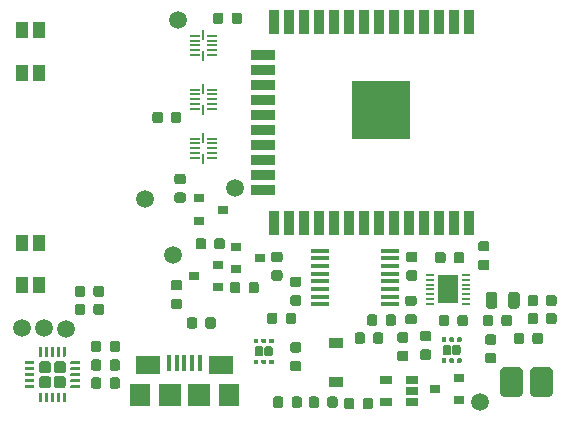
<source format=gbr>
G04 #@! TF.GenerationSoftware,KiCad,Pcbnew,(5.1.5)-3*
G04 #@! TF.CreationDate,2020-05-11T12:36:13-04:00*
G04 #@! TF.ProjectId,SmartWatch V4,536d6172-7457-4617-9463-682056342e6b,rev?*
G04 #@! TF.SameCoordinates,Original*
G04 #@! TF.FileFunction,Paste,Top*
G04 #@! TF.FilePolarity,Positive*
%FSLAX46Y46*%
G04 Gerber Fmt 4.6, Leading zero omitted, Abs format (unit mm)*
G04 Created by KiCad (PCBNEW (5.1.5)-3) date 2020-05-11 12:36:13*
%MOMM*%
%LPD*%
G04 APERTURE LIST*
%ADD10R,1.803400X2.387600*%
%ADD11R,0.711200X0.152400*%
%ADD12C,0.100000*%
%ADD13R,1.500000X0.450000*%
%ADD14R,0.254000X0.863600*%
%ADD15R,0.863600X0.254000*%
%ADD16R,0.900000X2.000000*%
%ADD17R,2.000000X0.900000*%
%ADD18R,5.000000X5.000000*%
%ADD19R,1.060000X0.650000*%
%ADD20R,1.050000X1.400000*%
%ADD21R,0.900000X0.800000*%
%ADD22C,1.500000*%
%ADD23R,0.400000X1.350000*%
%ADD24R,2.100000X1.600000*%
%ADD25R,1.800000X1.900000*%
%ADD26R,1.900000X1.900000*%
%ADD27R,1.200000X0.900000*%
G04 APERTURE END LIST*
D10*
X160274000Y-86563200D03*
D11*
X161772600Y-85363200D03*
X161772600Y-85763199D03*
X161772600Y-86163201D03*
X161772600Y-86563200D03*
X161772600Y-86963199D03*
X161772600Y-87363201D03*
X161772600Y-87763200D03*
X158775400Y-87763200D03*
X158775400Y-87363201D03*
X158775400Y-86963199D03*
X158775400Y-86563200D03*
X158775400Y-86163201D03*
X158775400Y-85763199D03*
X158775400Y-85363200D03*
D12*
G36*
X164254642Y-86778774D02*
G01*
X164278303Y-86782284D01*
X164301507Y-86788096D01*
X164324029Y-86796154D01*
X164345653Y-86806382D01*
X164366170Y-86818679D01*
X164385383Y-86832929D01*
X164403107Y-86848993D01*
X164419171Y-86866717D01*
X164433421Y-86885930D01*
X164445718Y-86906447D01*
X164455946Y-86928071D01*
X164464004Y-86950593D01*
X164469816Y-86973797D01*
X164473326Y-86997458D01*
X164474500Y-87021350D01*
X164474500Y-87933850D01*
X164473326Y-87957742D01*
X164469816Y-87981403D01*
X164464004Y-88004607D01*
X164455946Y-88027129D01*
X164445718Y-88048753D01*
X164433421Y-88069270D01*
X164419171Y-88088483D01*
X164403107Y-88106207D01*
X164385383Y-88122271D01*
X164366170Y-88136521D01*
X164345653Y-88148818D01*
X164324029Y-88159046D01*
X164301507Y-88167104D01*
X164278303Y-88172916D01*
X164254642Y-88176426D01*
X164230750Y-88177600D01*
X163743250Y-88177600D01*
X163719358Y-88176426D01*
X163695697Y-88172916D01*
X163672493Y-88167104D01*
X163649971Y-88159046D01*
X163628347Y-88148818D01*
X163607830Y-88136521D01*
X163588617Y-88122271D01*
X163570893Y-88106207D01*
X163554829Y-88088483D01*
X163540579Y-88069270D01*
X163528282Y-88048753D01*
X163518054Y-88027129D01*
X163509996Y-88004607D01*
X163504184Y-87981403D01*
X163500674Y-87957742D01*
X163499500Y-87933850D01*
X163499500Y-87021350D01*
X163500674Y-86997458D01*
X163504184Y-86973797D01*
X163509996Y-86950593D01*
X163518054Y-86928071D01*
X163528282Y-86906447D01*
X163540579Y-86885930D01*
X163554829Y-86866717D01*
X163570893Y-86848993D01*
X163588617Y-86832929D01*
X163607830Y-86818679D01*
X163628347Y-86806382D01*
X163649971Y-86796154D01*
X163672493Y-86788096D01*
X163695697Y-86782284D01*
X163719358Y-86778774D01*
X163743250Y-86777600D01*
X164230750Y-86777600D01*
X164254642Y-86778774D01*
G37*
G36*
X166129642Y-86778774D02*
G01*
X166153303Y-86782284D01*
X166176507Y-86788096D01*
X166199029Y-86796154D01*
X166220653Y-86806382D01*
X166241170Y-86818679D01*
X166260383Y-86832929D01*
X166278107Y-86848993D01*
X166294171Y-86866717D01*
X166308421Y-86885930D01*
X166320718Y-86906447D01*
X166330946Y-86928071D01*
X166339004Y-86950593D01*
X166344816Y-86973797D01*
X166348326Y-86997458D01*
X166349500Y-87021350D01*
X166349500Y-87933850D01*
X166348326Y-87957742D01*
X166344816Y-87981403D01*
X166339004Y-88004607D01*
X166330946Y-88027129D01*
X166320718Y-88048753D01*
X166308421Y-88069270D01*
X166294171Y-88088483D01*
X166278107Y-88106207D01*
X166260383Y-88122271D01*
X166241170Y-88136521D01*
X166220653Y-88148818D01*
X166199029Y-88159046D01*
X166176507Y-88167104D01*
X166153303Y-88172916D01*
X166129642Y-88176426D01*
X166105750Y-88177600D01*
X165618250Y-88177600D01*
X165594358Y-88176426D01*
X165570697Y-88172916D01*
X165547493Y-88167104D01*
X165524971Y-88159046D01*
X165503347Y-88148818D01*
X165482830Y-88136521D01*
X165463617Y-88122271D01*
X165445893Y-88106207D01*
X165429829Y-88088483D01*
X165415579Y-88069270D01*
X165403282Y-88048753D01*
X165393054Y-88027129D01*
X165384996Y-88004607D01*
X165379184Y-87981403D01*
X165375674Y-87957742D01*
X165374500Y-87933850D01*
X165374500Y-87021350D01*
X165375674Y-86997458D01*
X165379184Y-86973797D01*
X165384996Y-86950593D01*
X165393054Y-86928071D01*
X165403282Y-86906447D01*
X165415579Y-86885930D01*
X165429829Y-86866717D01*
X165445893Y-86848993D01*
X165463617Y-86832929D01*
X165482830Y-86818679D01*
X165503347Y-86806382D01*
X165524971Y-86796154D01*
X165547493Y-86788096D01*
X165570697Y-86782284D01*
X165594358Y-86778774D01*
X165618250Y-86777600D01*
X166105750Y-86777600D01*
X166129642Y-86778774D01*
G37*
G36*
X165492591Y-88705453D02*
G01*
X165513826Y-88708603D01*
X165534650Y-88713819D01*
X165554862Y-88721051D01*
X165574268Y-88730230D01*
X165592681Y-88741266D01*
X165609924Y-88754054D01*
X165625830Y-88768470D01*
X165640246Y-88784376D01*
X165653034Y-88801619D01*
X165664070Y-88820032D01*
X165673249Y-88839438D01*
X165680481Y-88859650D01*
X165685697Y-88880474D01*
X165688847Y-88901709D01*
X165689900Y-88923150D01*
X165689900Y-89435650D01*
X165688847Y-89457091D01*
X165685697Y-89478326D01*
X165680481Y-89499150D01*
X165673249Y-89519362D01*
X165664070Y-89538768D01*
X165653034Y-89557181D01*
X165640246Y-89574424D01*
X165625830Y-89590330D01*
X165609924Y-89604746D01*
X165592681Y-89617534D01*
X165574268Y-89628570D01*
X165554862Y-89637749D01*
X165534650Y-89644981D01*
X165513826Y-89650197D01*
X165492591Y-89653347D01*
X165471150Y-89654400D01*
X165033650Y-89654400D01*
X165012209Y-89653347D01*
X164990974Y-89650197D01*
X164970150Y-89644981D01*
X164949938Y-89637749D01*
X164930532Y-89628570D01*
X164912119Y-89617534D01*
X164894876Y-89604746D01*
X164878970Y-89590330D01*
X164864554Y-89574424D01*
X164851766Y-89557181D01*
X164840730Y-89538768D01*
X164831551Y-89519362D01*
X164824319Y-89499150D01*
X164819103Y-89478326D01*
X164815953Y-89457091D01*
X164814900Y-89435650D01*
X164814900Y-88923150D01*
X164815953Y-88901709D01*
X164819103Y-88880474D01*
X164824319Y-88859650D01*
X164831551Y-88839438D01*
X164840730Y-88820032D01*
X164851766Y-88801619D01*
X164864554Y-88784376D01*
X164878970Y-88768470D01*
X164894876Y-88754054D01*
X164912119Y-88741266D01*
X164930532Y-88730230D01*
X164949938Y-88721051D01*
X164970150Y-88713819D01*
X164990974Y-88708603D01*
X165012209Y-88705453D01*
X165033650Y-88704400D01*
X165471150Y-88704400D01*
X165492591Y-88705453D01*
G37*
G36*
X163917591Y-88705453D02*
G01*
X163938826Y-88708603D01*
X163959650Y-88713819D01*
X163979862Y-88721051D01*
X163999268Y-88730230D01*
X164017681Y-88741266D01*
X164034924Y-88754054D01*
X164050830Y-88768470D01*
X164065246Y-88784376D01*
X164078034Y-88801619D01*
X164089070Y-88820032D01*
X164098249Y-88839438D01*
X164105481Y-88859650D01*
X164110697Y-88880474D01*
X164113847Y-88901709D01*
X164114900Y-88923150D01*
X164114900Y-89435650D01*
X164113847Y-89457091D01*
X164110697Y-89478326D01*
X164105481Y-89499150D01*
X164098249Y-89519362D01*
X164089070Y-89538768D01*
X164078034Y-89557181D01*
X164065246Y-89574424D01*
X164050830Y-89590330D01*
X164034924Y-89604746D01*
X164017681Y-89617534D01*
X163999268Y-89628570D01*
X163979862Y-89637749D01*
X163959650Y-89644981D01*
X163938826Y-89650197D01*
X163917591Y-89653347D01*
X163896150Y-89654400D01*
X163458650Y-89654400D01*
X163437209Y-89653347D01*
X163415974Y-89650197D01*
X163395150Y-89644981D01*
X163374938Y-89637749D01*
X163355532Y-89628570D01*
X163337119Y-89617534D01*
X163319876Y-89604746D01*
X163303970Y-89590330D01*
X163289554Y-89574424D01*
X163276766Y-89557181D01*
X163265730Y-89538768D01*
X163256551Y-89519362D01*
X163249319Y-89499150D01*
X163244103Y-89478326D01*
X163240953Y-89457091D01*
X163239900Y-89435650D01*
X163239900Y-88923150D01*
X163240953Y-88901709D01*
X163244103Y-88880474D01*
X163249319Y-88859650D01*
X163256551Y-88839438D01*
X163265730Y-88820032D01*
X163276766Y-88801619D01*
X163289554Y-88784376D01*
X163303970Y-88768470D01*
X163319876Y-88754054D01*
X163337119Y-88741266D01*
X163355532Y-88730230D01*
X163374938Y-88721051D01*
X163395150Y-88713819D01*
X163415974Y-88708603D01*
X163437209Y-88705453D01*
X163458650Y-88704400D01*
X163896150Y-88704400D01*
X163917591Y-88705453D01*
G37*
G36*
X130745191Y-92490053D02*
G01*
X130766426Y-92493203D01*
X130787250Y-92498419D01*
X130807462Y-92505651D01*
X130826868Y-92514830D01*
X130845281Y-92525866D01*
X130862524Y-92538654D01*
X130878430Y-92553070D01*
X130892846Y-92568976D01*
X130905634Y-92586219D01*
X130916670Y-92604632D01*
X130925849Y-92624038D01*
X130933081Y-92644250D01*
X130938297Y-92665074D01*
X130941447Y-92686309D01*
X130942500Y-92707750D01*
X130942500Y-93220250D01*
X130941447Y-93241691D01*
X130938297Y-93262926D01*
X130933081Y-93283750D01*
X130925849Y-93303962D01*
X130916670Y-93323368D01*
X130905634Y-93341781D01*
X130892846Y-93359024D01*
X130878430Y-93374930D01*
X130862524Y-93389346D01*
X130845281Y-93402134D01*
X130826868Y-93413170D01*
X130807462Y-93422349D01*
X130787250Y-93429581D01*
X130766426Y-93434797D01*
X130745191Y-93437947D01*
X130723750Y-93439000D01*
X130286250Y-93439000D01*
X130264809Y-93437947D01*
X130243574Y-93434797D01*
X130222750Y-93429581D01*
X130202538Y-93422349D01*
X130183132Y-93413170D01*
X130164719Y-93402134D01*
X130147476Y-93389346D01*
X130131570Y-93374930D01*
X130117154Y-93359024D01*
X130104366Y-93341781D01*
X130093330Y-93323368D01*
X130084151Y-93303962D01*
X130076919Y-93283750D01*
X130071703Y-93262926D01*
X130068553Y-93241691D01*
X130067500Y-93220250D01*
X130067500Y-92707750D01*
X130068553Y-92686309D01*
X130071703Y-92665074D01*
X130076919Y-92644250D01*
X130084151Y-92624038D01*
X130093330Y-92604632D01*
X130104366Y-92586219D01*
X130117154Y-92568976D01*
X130131570Y-92553070D01*
X130147476Y-92538654D01*
X130164719Y-92525866D01*
X130183132Y-92514830D01*
X130202538Y-92505651D01*
X130222750Y-92498419D01*
X130243574Y-92493203D01*
X130264809Y-92490053D01*
X130286250Y-92489000D01*
X130723750Y-92489000D01*
X130745191Y-92490053D01*
G37*
G36*
X132320191Y-92490053D02*
G01*
X132341426Y-92493203D01*
X132362250Y-92498419D01*
X132382462Y-92505651D01*
X132401868Y-92514830D01*
X132420281Y-92525866D01*
X132437524Y-92538654D01*
X132453430Y-92553070D01*
X132467846Y-92568976D01*
X132480634Y-92586219D01*
X132491670Y-92604632D01*
X132500849Y-92624038D01*
X132508081Y-92644250D01*
X132513297Y-92665074D01*
X132516447Y-92686309D01*
X132517500Y-92707750D01*
X132517500Y-93220250D01*
X132516447Y-93241691D01*
X132513297Y-93262926D01*
X132508081Y-93283750D01*
X132500849Y-93303962D01*
X132491670Y-93323368D01*
X132480634Y-93341781D01*
X132467846Y-93359024D01*
X132453430Y-93374930D01*
X132437524Y-93389346D01*
X132420281Y-93402134D01*
X132401868Y-93413170D01*
X132382462Y-93422349D01*
X132362250Y-93429581D01*
X132341426Y-93434797D01*
X132320191Y-93437947D01*
X132298750Y-93439000D01*
X131861250Y-93439000D01*
X131839809Y-93437947D01*
X131818574Y-93434797D01*
X131797750Y-93429581D01*
X131777538Y-93422349D01*
X131758132Y-93413170D01*
X131739719Y-93402134D01*
X131722476Y-93389346D01*
X131706570Y-93374930D01*
X131692154Y-93359024D01*
X131679366Y-93341781D01*
X131668330Y-93323368D01*
X131659151Y-93303962D01*
X131651919Y-93283750D01*
X131646703Y-93262926D01*
X131643553Y-93241691D01*
X131642500Y-93220250D01*
X131642500Y-92707750D01*
X131643553Y-92686309D01*
X131646703Y-92665074D01*
X131651919Y-92644250D01*
X131659151Y-92624038D01*
X131668330Y-92604632D01*
X131679366Y-92586219D01*
X131692154Y-92568976D01*
X131706570Y-92553070D01*
X131722476Y-92538654D01*
X131739719Y-92525866D01*
X131758132Y-92514830D01*
X131777538Y-92505651D01*
X131797750Y-92498419D01*
X131818574Y-92493203D01*
X131839809Y-92490053D01*
X131861250Y-92489000D01*
X132298750Y-92489000D01*
X132320191Y-92490053D01*
G37*
G36*
X130745191Y-94014053D02*
G01*
X130766426Y-94017203D01*
X130787250Y-94022419D01*
X130807462Y-94029651D01*
X130826868Y-94038830D01*
X130845281Y-94049866D01*
X130862524Y-94062654D01*
X130878430Y-94077070D01*
X130892846Y-94092976D01*
X130905634Y-94110219D01*
X130916670Y-94128632D01*
X130925849Y-94148038D01*
X130933081Y-94168250D01*
X130938297Y-94189074D01*
X130941447Y-94210309D01*
X130942500Y-94231750D01*
X130942500Y-94744250D01*
X130941447Y-94765691D01*
X130938297Y-94786926D01*
X130933081Y-94807750D01*
X130925849Y-94827962D01*
X130916670Y-94847368D01*
X130905634Y-94865781D01*
X130892846Y-94883024D01*
X130878430Y-94898930D01*
X130862524Y-94913346D01*
X130845281Y-94926134D01*
X130826868Y-94937170D01*
X130807462Y-94946349D01*
X130787250Y-94953581D01*
X130766426Y-94958797D01*
X130745191Y-94961947D01*
X130723750Y-94963000D01*
X130286250Y-94963000D01*
X130264809Y-94961947D01*
X130243574Y-94958797D01*
X130222750Y-94953581D01*
X130202538Y-94946349D01*
X130183132Y-94937170D01*
X130164719Y-94926134D01*
X130147476Y-94913346D01*
X130131570Y-94898930D01*
X130117154Y-94883024D01*
X130104366Y-94865781D01*
X130093330Y-94847368D01*
X130084151Y-94827962D01*
X130076919Y-94807750D01*
X130071703Y-94786926D01*
X130068553Y-94765691D01*
X130067500Y-94744250D01*
X130067500Y-94231750D01*
X130068553Y-94210309D01*
X130071703Y-94189074D01*
X130076919Y-94168250D01*
X130084151Y-94148038D01*
X130093330Y-94128632D01*
X130104366Y-94110219D01*
X130117154Y-94092976D01*
X130131570Y-94077070D01*
X130147476Y-94062654D01*
X130164719Y-94049866D01*
X130183132Y-94038830D01*
X130202538Y-94029651D01*
X130222750Y-94022419D01*
X130243574Y-94017203D01*
X130264809Y-94014053D01*
X130286250Y-94013000D01*
X130723750Y-94013000D01*
X130745191Y-94014053D01*
G37*
G36*
X132320191Y-94014053D02*
G01*
X132341426Y-94017203D01*
X132362250Y-94022419D01*
X132382462Y-94029651D01*
X132401868Y-94038830D01*
X132420281Y-94049866D01*
X132437524Y-94062654D01*
X132453430Y-94077070D01*
X132467846Y-94092976D01*
X132480634Y-94110219D01*
X132491670Y-94128632D01*
X132500849Y-94148038D01*
X132508081Y-94168250D01*
X132513297Y-94189074D01*
X132516447Y-94210309D01*
X132517500Y-94231750D01*
X132517500Y-94744250D01*
X132516447Y-94765691D01*
X132513297Y-94786926D01*
X132508081Y-94807750D01*
X132500849Y-94827962D01*
X132491670Y-94847368D01*
X132480634Y-94865781D01*
X132467846Y-94883024D01*
X132453430Y-94898930D01*
X132437524Y-94913346D01*
X132420281Y-94926134D01*
X132401868Y-94937170D01*
X132382462Y-94946349D01*
X132362250Y-94953581D01*
X132341426Y-94958797D01*
X132320191Y-94961947D01*
X132298750Y-94963000D01*
X131861250Y-94963000D01*
X131839809Y-94961947D01*
X131818574Y-94958797D01*
X131797750Y-94953581D01*
X131777538Y-94946349D01*
X131758132Y-94937170D01*
X131739719Y-94926134D01*
X131722476Y-94913346D01*
X131706570Y-94898930D01*
X131692154Y-94883024D01*
X131679366Y-94865781D01*
X131668330Y-94847368D01*
X131659151Y-94827962D01*
X131651919Y-94807750D01*
X131646703Y-94786926D01*
X131643553Y-94765691D01*
X131642500Y-94744250D01*
X131642500Y-94231750D01*
X131643553Y-94210309D01*
X131646703Y-94189074D01*
X131651919Y-94168250D01*
X131659151Y-94148038D01*
X131668330Y-94128632D01*
X131679366Y-94110219D01*
X131692154Y-94092976D01*
X131706570Y-94077070D01*
X131722476Y-94062654D01*
X131739719Y-94049866D01*
X131758132Y-94038830D01*
X131777538Y-94029651D01*
X131797750Y-94022419D01*
X131818574Y-94017203D01*
X131839809Y-94014053D01*
X131861250Y-94013000D01*
X132298750Y-94013000D01*
X132320191Y-94014053D01*
G37*
G36*
X125215426Y-94652101D02*
G01*
X125221493Y-94653001D01*
X125227443Y-94654491D01*
X125233218Y-94656558D01*
X125238762Y-94659180D01*
X125244023Y-94662333D01*
X125248950Y-94665987D01*
X125253494Y-94670106D01*
X125257613Y-94674650D01*
X125261267Y-94679577D01*
X125264420Y-94684838D01*
X125267042Y-94690382D01*
X125269109Y-94696157D01*
X125270599Y-94702107D01*
X125271499Y-94708174D01*
X125271800Y-94714300D01*
X125271800Y-94839300D01*
X125271499Y-94845426D01*
X125270599Y-94851493D01*
X125269109Y-94857443D01*
X125267042Y-94863218D01*
X125264420Y-94868762D01*
X125261267Y-94874023D01*
X125257613Y-94878950D01*
X125253494Y-94883494D01*
X125248950Y-94887613D01*
X125244023Y-94891267D01*
X125238762Y-94894420D01*
X125233218Y-94897042D01*
X125227443Y-94899109D01*
X125221493Y-94900599D01*
X125215426Y-94901499D01*
X125209300Y-94901800D01*
X124509300Y-94901800D01*
X124503174Y-94901499D01*
X124497107Y-94900599D01*
X124491157Y-94899109D01*
X124485382Y-94897042D01*
X124479838Y-94894420D01*
X124474577Y-94891267D01*
X124469650Y-94887613D01*
X124465106Y-94883494D01*
X124460987Y-94878950D01*
X124457333Y-94874023D01*
X124454180Y-94868762D01*
X124451558Y-94863218D01*
X124449491Y-94857443D01*
X124448001Y-94851493D01*
X124447101Y-94845426D01*
X124446800Y-94839300D01*
X124446800Y-94714300D01*
X124447101Y-94708174D01*
X124448001Y-94702107D01*
X124449491Y-94696157D01*
X124451558Y-94690382D01*
X124454180Y-94684838D01*
X124457333Y-94679577D01*
X124460987Y-94674650D01*
X124465106Y-94670106D01*
X124469650Y-94665987D01*
X124474577Y-94662333D01*
X124479838Y-94659180D01*
X124485382Y-94656558D01*
X124491157Y-94654491D01*
X124497107Y-94653001D01*
X124503174Y-94652101D01*
X124509300Y-94651800D01*
X125209300Y-94651800D01*
X125215426Y-94652101D01*
G37*
G36*
X125215426Y-94152101D02*
G01*
X125221493Y-94153001D01*
X125227443Y-94154491D01*
X125233218Y-94156558D01*
X125238762Y-94159180D01*
X125244023Y-94162333D01*
X125248950Y-94165987D01*
X125253494Y-94170106D01*
X125257613Y-94174650D01*
X125261267Y-94179577D01*
X125264420Y-94184838D01*
X125267042Y-94190382D01*
X125269109Y-94196157D01*
X125270599Y-94202107D01*
X125271499Y-94208174D01*
X125271800Y-94214300D01*
X125271800Y-94339300D01*
X125271499Y-94345426D01*
X125270599Y-94351493D01*
X125269109Y-94357443D01*
X125267042Y-94363218D01*
X125264420Y-94368762D01*
X125261267Y-94374023D01*
X125257613Y-94378950D01*
X125253494Y-94383494D01*
X125248950Y-94387613D01*
X125244023Y-94391267D01*
X125238762Y-94394420D01*
X125233218Y-94397042D01*
X125227443Y-94399109D01*
X125221493Y-94400599D01*
X125215426Y-94401499D01*
X125209300Y-94401800D01*
X124509300Y-94401800D01*
X124503174Y-94401499D01*
X124497107Y-94400599D01*
X124491157Y-94399109D01*
X124485382Y-94397042D01*
X124479838Y-94394420D01*
X124474577Y-94391267D01*
X124469650Y-94387613D01*
X124465106Y-94383494D01*
X124460987Y-94378950D01*
X124457333Y-94374023D01*
X124454180Y-94368762D01*
X124451558Y-94363218D01*
X124449491Y-94357443D01*
X124448001Y-94351493D01*
X124447101Y-94345426D01*
X124446800Y-94339300D01*
X124446800Y-94214300D01*
X124447101Y-94208174D01*
X124448001Y-94202107D01*
X124449491Y-94196157D01*
X124451558Y-94190382D01*
X124454180Y-94184838D01*
X124457333Y-94179577D01*
X124460987Y-94174650D01*
X124465106Y-94170106D01*
X124469650Y-94165987D01*
X124474577Y-94162333D01*
X124479838Y-94159180D01*
X124485382Y-94156558D01*
X124491157Y-94154491D01*
X124497107Y-94153001D01*
X124503174Y-94152101D01*
X124509300Y-94151800D01*
X125209300Y-94151800D01*
X125215426Y-94152101D01*
G37*
G36*
X125215426Y-93652101D02*
G01*
X125221493Y-93653001D01*
X125227443Y-93654491D01*
X125233218Y-93656558D01*
X125238762Y-93659180D01*
X125244023Y-93662333D01*
X125248950Y-93665987D01*
X125253494Y-93670106D01*
X125257613Y-93674650D01*
X125261267Y-93679577D01*
X125264420Y-93684838D01*
X125267042Y-93690382D01*
X125269109Y-93696157D01*
X125270599Y-93702107D01*
X125271499Y-93708174D01*
X125271800Y-93714300D01*
X125271800Y-93839300D01*
X125271499Y-93845426D01*
X125270599Y-93851493D01*
X125269109Y-93857443D01*
X125267042Y-93863218D01*
X125264420Y-93868762D01*
X125261267Y-93874023D01*
X125257613Y-93878950D01*
X125253494Y-93883494D01*
X125248950Y-93887613D01*
X125244023Y-93891267D01*
X125238762Y-93894420D01*
X125233218Y-93897042D01*
X125227443Y-93899109D01*
X125221493Y-93900599D01*
X125215426Y-93901499D01*
X125209300Y-93901800D01*
X124509300Y-93901800D01*
X124503174Y-93901499D01*
X124497107Y-93900599D01*
X124491157Y-93899109D01*
X124485382Y-93897042D01*
X124479838Y-93894420D01*
X124474577Y-93891267D01*
X124469650Y-93887613D01*
X124465106Y-93883494D01*
X124460987Y-93878950D01*
X124457333Y-93874023D01*
X124454180Y-93868762D01*
X124451558Y-93863218D01*
X124449491Y-93857443D01*
X124448001Y-93851493D01*
X124447101Y-93845426D01*
X124446800Y-93839300D01*
X124446800Y-93714300D01*
X124447101Y-93708174D01*
X124448001Y-93702107D01*
X124449491Y-93696157D01*
X124451558Y-93690382D01*
X124454180Y-93684838D01*
X124457333Y-93679577D01*
X124460987Y-93674650D01*
X124465106Y-93670106D01*
X124469650Y-93665987D01*
X124474577Y-93662333D01*
X124479838Y-93659180D01*
X124485382Y-93656558D01*
X124491157Y-93654491D01*
X124497107Y-93653001D01*
X124503174Y-93652101D01*
X124509300Y-93651800D01*
X125209300Y-93651800D01*
X125215426Y-93652101D01*
G37*
G36*
X125215426Y-93152101D02*
G01*
X125221493Y-93153001D01*
X125227443Y-93154491D01*
X125233218Y-93156558D01*
X125238762Y-93159180D01*
X125244023Y-93162333D01*
X125248950Y-93165987D01*
X125253494Y-93170106D01*
X125257613Y-93174650D01*
X125261267Y-93179577D01*
X125264420Y-93184838D01*
X125267042Y-93190382D01*
X125269109Y-93196157D01*
X125270599Y-93202107D01*
X125271499Y-93208174D01*
X125271800Y-93214300D01*
X125271800Y-93339300D01*
X125271499Y-93345426D01*
X125270599Y-93351493D01*
X125269109Y-93357443D01*
X125267042Y-93363218D01*
X125264420Y-93368762D01*
X125261267Y-93374023D01*
X125257613Y-93378950D01*
X125253494Y-93383494D01*
X125248950Y-93387613D01*
X125244023Y-93391267D01*
X125238762Y-93394420D01*
X125233218Y-93397042D01*
X125227443Y-93399109D01*
X125221493Y-93400599D01*
X125215426Y-93401499D01*
X125209300Y-93401800D01*
X124509300Y-93401800D01*
X124503174Y-93401499D01*
X124497107Y-93400599D01*
X124491157Y-93399109D01*
X124485382Y-93397042D01*
X124479838Y-93394420D01*
X124474577Y-93391267D01*
X124469650Y-93387613D01*
X124465106Y-93383494D01*
X124460987Y-93378950D01*
X124457333Y-93374023D01*
X124454180Y-93368762D01*
X124451558Y-93363218D01*
X124449491Y-93357443D01*
X124448001Y-93351493D01*
X124447101Y-93345426D01*
X124446800Y-93339300D01*
X124446800Y-93214300D01*
X124447101Y-93208174D01*
X124448001Y-93202107D01*
X124449491Y-93196157D01*
X124451558Y-93190382D01*
X124454180Y-93184838D01*
X124457333Y-93179577D01*
X124460987Y-93174650D01*
X124465106Y-93170106D01*
X124469650Y-93165987D01*
X124474577Y-93162333D01*
X124479838Y-93159180D01*
X124485382Y-93156558D01*
X124491157Y-93154491D01*
X124497107Y-93153001D01*
X124503174Y-93152101D01*
X124509300Y-93151800D01*
X125209300Y-93151800D01*
X125215426Y-93152101D01*
G37*
G36*
X125215426Y-92652101D02*
G01*
X125221493Y-92653001D01*
X125227443Y-92654491D01*
X125233218Y-92656558D01*
X125238762Y-92659180D01*
X125244023Y-92662333D01*
X125248950Y-92665987D01*
X125253494Y-92670106D01*
X125257613Y-92674650D01*
X125261267Y-92679577D01*
X125264420Y-92684838D01*
X125267042Y-92690382D01*
X125269109Y-92696157D01*
X125270599Y-92702107D01*
X125271499Y-92708174D01*
X125271800Y-92714300D01*
X125271800Y-92839300D01*
X125271499Y-92845426D01*
X125270599Y-92851493D01*
X125269109Y-92857443D01*
X125267042Y-92863218D01*
X125264420Y-92868762D01*
X125261267Y-92874023D01*
X125257613Y-92878950D01*
X125253494Y-92883494D01*
X125248950Y-92887613D01*
X125244023Y-92891267D01*
X125238762Y-92894420D01*
X125233218Y-92897042D01*
X125227443Y-92899109D01*
X125221493Y-92900599D01*
X125215426Y-92901499D01*
X125209300Y-92901800D01*
X124509300Y-92901800D01*
X124503174Y-92901499D01*
X124497107Y-92900599D01*
X124491157Y-92899109D01*
X124485382Y-92897042D01*
X124479838Y-92894420D01*
X124474577Y-92891267D01*
X124469650Y-92887613D01*
X124465106Y-92883494D01*
X124460987Y-92878950D01*
X124457333Y-92874023D01*
X124454180Y-92868762D01*
X124451558Y-92863218D01*
X124449491Y-92857443D01*
X124448001Y-92851493D01*
X124447101Y-92845426D01*
X124446800Y-92839300D01*
X124446800Y-92714300D01*
X124447101Y-92708174D01*
X124448001Y-92702107D01*
X124449491Y-92696157D01*
X124451558Y-92690382D01*
X124454180Y-92684838D01*
X124457333Y-92679577D01*
X124460987Y-92674650D01*
X124465106Y-92670106D01*
X124469650Y-92665987D01*
X124474577Y-92662333D01*
X124479838Y-92659180D01*
X124485382Y-92656558D01*
X124491157Y-92654491D01*
X124497107Y-92653001D01*
X124503174Y-92652101D01*
X124509300Y-92651800D01*
X125209300Y-92651800D01*
X125215426Y-92652101D01*
G37*
G36*
X125865426Y-91427101D02*
G01*
X125871493Y-91428001D01*
X125877443Y-91429491D01*
X125883218Y-91431558D01*
X125888762Y-91434180D01*
X125894023Y-91437333D01*
X125898950Y-91440987D01*
X125903494Y-91445106D01*
X125907613Y-91449650D01*
X125911267Y-91454577D01*
X125914420Y-91459838D01*
X125917042Y-91465382D01*
X125919109Y-91471157D01*
X125920599Y-91477107D01*
X125921499Y-91483174D01*
X125921800Y-91489300D01*
X125921800Y-92189300D01*
X125921499Y-92195426D01*
X125920599Y-92201493D01*
X125919109Y-92207443D01*
X125917042Y-92213218D01*
X125914420Y-92218762D01*
X125911267Y-92224023D01*
X125907613Y-92228950D01*
X125903494Y-92233494D01*
X125898950Y-92237613D01*
X125894023Y-92241267D01*
X125888762Y-92244420D01*
X125883218Y-92247042D01*
X125877443Y-92249109D01*
X125871493Y-92250599D01*
X125865426Y-92251499D01*
X125859300Y-92251800D01*
X125734300Y-92251800D01*
X125728174Y-92251499D01*
X125722107Y-92250599D01*
X125716157Y-92249109D01*
X125710382Y-92247042D01*
X125704838Y-92244420D01*
X125699577Y-92241267D01*
X125694650Y-92237613D01*
X125690106Y-92233494D01*
X125685987Y-92228950D01*
X125682333Y-92224023D01*
X125679180Y-92218762D01*
X125676558Y-92213218D01*
X125674491Y-92207443D01*
X125673001Y-92201493D01*
X125672101Y-92195426D01*
X125671800Y-92189300D01*
X125671800Y-91489300D01*
X125672101Y-91483174D01*
X125673001Y-91477107D01*
X125674491Y-91471157D01*
X125676558Y-91465382D01*
X125679180Y-91459838D01*
X125682333Y-91454577D01*
X125685987Y-91449650D01*
X125690106Y-91445106D01*
X125694650Y-91440987D01*
X125699577Y-91437333D01*
X125704838Y-91434180D01*
X125710382Y-91431558D01*
X125716157Y-91429491D01*
X125722107Y-91428001D01*
X125728174Y-91427101D01*
X125734300Y-91426800D01*
X125859300Y-91426800D01*
X125865426Y-91427101D01*
G37*
G36*
X126365426Y-91427101D02*
G01*
X126371493Y-91428001D01*
X126377443Y-91429491D01*
X126383218Y-91431558D01*
X126388762Y-91434180D01*
X126394023Y-91437333D01*
X126398950Y-91440987D01*
X126403494Y-91445106D01*
X126407613Y-91449650D01*
X126411267Y-91454577D01*
X126414420Y-91459838D01*
X126417042Y-91465382D01*
X126419109Y-91471157D01*
X126420599Y-91477107D01*
X126421499Y-91483174D01*
X126421800Y-91489300D01*
X126421800Y-92189300D01*
X126421499Y-92195426D01*
X126420599Y-92201493D01*
X126419109Y-92207443D01*
X126417042Y-92213218D01*
X126414420Y-92218762D01*
X126411267Y-92224023D01*
X126407613Y-92228950D01*
X126403494Y-92233494D01*
X126398950Y-92237613D01*
X126394023Y-92241267D01*
X126388762Y-92244420D01*
X126383218Y-92247042D01*
X126377443Y-92249109D01*
X126371493Y-92250599D01*
X126365426Y-92251499D01*
X126359300Y-92251800D01*
X126234300Y-92251800D01*
X126228174Y-92251499D01*
X126222107Y-92250599D01*
X126216157Y-92249109D01*
X126210382Y-92247042D01*
X126204838Y-92244420D01*
X126199577Y-92241267D01*
X126194650Y-92237613D01*
X126190106Y-92233494D01*
X126185987Y-92228950D01*
X126182333Y-92224023D01*
X126179180Y-92218762D01*
X126176558Y-92213218D01*
X126174491Y-92207443D01*
X126173001Y-92201493D01*
X126172101Y-92195426D01*
X126171800Y-92189300D01*
X126171800Y-91489300D01*
X126172101Y-91483174D01*
X126173001Y-91477107D01*
X126174491Y-91471157D01*
X126176558Y-91465382D01*
X126179180Y-91459838D01*
X126182333Y-91454577D01*
X126185987Y-91449650D01*
X126190106Y-91445106D01*
X126194650Y-91440987D01*
X126199577Y-91437333D01*
X126204838Y-91434180D01*
X126210382Y-91431558D01*
X126216157Y-91429491D01*
X126222107Y-91428001D01*
X126228174Y-91427101D01*
X126234300Y-91426800D01*
X126359300Y-91426800D01*
X126365426Y-91427101D01*
G37*
G36*
X126865426Y-91427101D02*
G01*
X126871493Y-91428001D01*
X126877443Y-91429491D01*
X126883218Y-91431558D01*
X126888762Y-91434180D01*
X126894023Y-91437333D01*
X126898950Y-91440987D01*
X126903494Y-91445106D01*
X126907613Y-91449650D01*
X126911267Y-91454577D01*
X126914420Y-91459838D01*
X126917042Y-91465382D01*
X126919109Y-91471157D01*
X126920599Y-91477107D01*
X126921499Y-91483174D01*
X126921800Y-91489300D01*
X126921800Y-92189300D01*
X126921499Y-92195426D01*
X126920599Y-92201493D01*
X126919109Y-92207443D01*
X126917042Y-92213218D01*
X126914420Y-92218762D01*
X126911267Y-92224023D01*
X126907613Y-92228950D01*
X126903494Y-92233494D01*
X126898950Y-92237613D01*
X126894023Y-92241267D01*
X126888762Y-92244420D01*
X126883218Y-92247042D01*
X126877443Y-92249109D01*
X126871493Y-92250599D01*
X126865426Y-92251499D01*
X126859300Y-92251800D01*
X126734300Y-92251800D01*
X126728174Y-92251499D01*
X126722107Y-92250599D01*
X126716157Y-92249109D01*
X126710382Y-92247042D01*
X126704838Y-92244420D01*
X126699577Y-92241267D01*
X126694650Y-92237613D01*
X126690106Y-92233494D01*
X126685987Y-92228950D01*
X126682333Y-92224023D01*
X126679180Y-92218762D01*
X126676558Y-92213218D01*
X126674491Y-92207443D01*
X126673001Y-92201493D01*
X126672101Y-92195426D01*
X126671800Y-92189300D01*
X126671800Y-91489300D01*
X126672101Y-91483174D01*
X126673001Y-91477107D01*
X126674491Y-91471157D01*
X126676558Y-91465382D01*
X126679180Y-91459838D01*
X126682333Y-91454577D01*
X126685987Y-91449650D01*
X126690106Y-91445106D01*
X126694650Y-91440987D01*
X126699577Y-91437333D01*
X126704838Y-91434180D01*
X126710382Y-91431558D01*
X126716157Y-91429491D01*
X126722107Y-91428001D01*
X126728174Y-91427101D01*
X126734300Y-91426800D01*
X126859300Y-91426800D01*
X126865426Y-91427101D01*
G37*
G36*
X127365426Y-91427101D02*
G01*
X127371493Y-91428001D01*
X127377443Y-91429491D01*
X127383218Y-91431558D01*
X127388762Y-91434180D01*
X127394023Y-91437333D01*
X127398950Y-91440987D01*
X127403494Y-91445106D01*
X127407613Y-91449650D01*
X127411267Y-91454577D01*
X127414420Y-91459838D01*
X127417042Y-91465382D01*
X127419109Y-91471157D01*
X127420599Y-91477107D01*
X127421499Y-91483174D01*
X127421800Y-91489300D01*
X127421800Y-92189300D01*
X127421499Y-92195426D01*
X127420599Y-92201493D01*
X127419109Y-92207443D01*
X127417042Y-92213218D01*
X127414420Y-92218762D01*
X127411267Y-92224023D01*
X127407613Y-92228950D01*
X127403494Y-92233494D01*
X127398950Y-92237613D01*
X127394023Y-92241267D01*
X127388762Y-92244420D01*
X127383218Y-92247042D01*
X127377443Y-92249109D01*
X127371493Y-92250599D01*
X127365426Y-92251499D01*
X127359300Y-92251800D01*
X127234300Y-92251800D01*
X127228174Y-92251499D01*
X127222107Y-92250599D01*
X127216157Y-92249109D01*
X127210382Y-92247042D01*
X127204838Y-92244420D01*
X127199577Y-92241267D01*
X127194650Y-92237613D01*
X127190106Y-92233494D01*
X127185987Y-92228950D01*
X127182333Y-92224023D01*
X127179180Y-92218762D01*
X127176558Y-92213218D01*
X127174491Y-92207443D01*
X127173001Y-92201493D01*
X127172101Y-92195426D01*
X127171800Y-92189300D01*
X127171800Y-91489300D01*
X127172101Y-91483174D01*
X127173001Y-91477107D01*
X127174491Y-91471157D01*
X127176558Y-91465382D01*
X127179180Y-91459838D01*
X127182333Y-91454577D01*
X127185987Y-91449650D01*
X127190106Y-91445106D01*
X127194650Y-91440987D01*
X127199577Y-91437333D01*
X127204838Y-91434180D01*
X127210382Y-91431558D01*
X127216157Y-91429491D01*
X127222107Y-91428001D01*
X127228174Y-91427101D01*
X127234300Y-91426800D01*
X127359300Y-91426800D01*
X127365426Y-91427101D01*
G37*
G36*
X127865426Y-91427101D02*
G01*
X127871493Y-91428001D01*
X127877443Y-91429491D01*
X127883218Y-91431558D01*
X127888762Y-91434180D01*
X127894023Y-91437333D01*
X127898950Y-91440987D01*
X127903494Y-91445106D01*
X127907613Y-91449650D01*
X127911267Y-91454577D01*
X127914420Y-91459838D01*
X127917042Y-91465382D01*
X127919109Y-91471157D01*
X127920599Y-91477107D01*
X127921499Y-91483174D01*
X127921800Y-91489300D01*
X127921800Y-92189300D01*
X127921499Y-92195426D01*
X127920599Y-92201493D01*
X127919109Y-92207443D01*
X127917042Y-92213218D01*
X127914420Y-92218762D01*
X127911267Y-92224023D01*
X127907613Y-92228950D01*
X127903494Y-92233494D01*
X127898950Y-92237613D01*
X127894023Y-92241267D01*
X127888762Y-92244420D01*
X127883218Y-92247042D01*
X127877443Y-92249109D01*
X127871493Y-92250599D01*
X127865426Y-92251499D01*
X127859300Y-92251800D01*
X127734300Y-92251800D01*
X127728174Y-92251499D01*
X127722107Y-92250599D01*
X127716157Y-92249109D01*
X127710382Y-92247042D01*
X127704838Y-92244420D01*
X127699577Y-92241267D01*
X127694650Y-92237613D01*
X127690106Y-92233494D01*
X127685987Y-92228950D01*
X127682333Y-92224023D01*
X127679180Y-92218762D01*
X127676558Y-92213218D01*
X127674491Y-92207443D01*
X127673001Y-92201493D01*
X127672101Y-92195426D01*
X127671800Y-92189300D01*
X127671800Y-91489300D01*
X127672101Y-91483174D01*
X127673001Y-91477107D01*
X127674491Y-91471157D01*
X127676558Y-91465382D01*
X127679180Y-91459838D01*
X127682333Y-91454577D01*
X127685987Y-91449650D01*
X127690106Y-91445106D01*
X127694650Y-91440987D01*
X127699577Y-91437333D01*
X127704838Y-91434180D01*
X127710382Y-91431558D01*
X127716157Y-91429491D01*
X127722107Y-91428001D01*
X127728174Y-91427101D01*
X127734300Y-91426800D01*
X127859300Y-91426800D01*
X127865426Y-91427101D01*
G37*
G36*
X129090426Y-92652101D02*
G01*
X129096493Y-92653001D01*
X129102443Y-92654491D01*
X129108218Y-92656558D01*
X129113762Y-92659180D01*
X129119023Y-92662333D01*
X129123950Y-92665987D01*
X129128494Y-92670106D01*
X129132613Y-92674650D01*
X129136267Y-92679577D01*
X129139420Y-92684838D01*
X129142042Y-92690382D01*
X129144109Y-92696157D01*
X129145599Y-92702107D01*
X129146499Y-92708174D01*
X129146800Y-92714300D01*
X129146800Y-92839300D01*
X129146499Y-92845426D01*
X129145599Y-92851493D01*
X129144109Y-92857443D01*
X129142042Y-92863218D01*
X129139420Y-92868762D01*
X129136267Y-92874023D01*
X129132613Y-92878950D01*
X129128494Y-92883494D01*
X129123950Y-92887613D01*
X129119023Y-92891267D01*
X129113762Y-92894420D01*
X129108218Y-92897042D01*
X129102443Y-92899109D01*
X129096493Y-92900599D01*
X129090426Y-92901499D01*
X129084300Y-92901800D01*
X128384300Y-92901800D01*
X128378174Y-92901499D01*
X128372107Y-92900599D01*
X128366157Y-92899109D01*
X128360382Y-92897042D01*
X128354838Y-92894420D01*
X128349577Y-92891267D01*
X128344650Y-92887613D01*
X128340106Y-92883494D01*
X128335987Y-92878950D01*
X128332333Y-92874023D01*
X128329180Y-92868762D01*
X128326558Y-92863218D01*
X128324491Y-92857443D01*
X128323001Y-92851493D01*
X128322101Y-92845426D01*
X128321800Y-92839300D01*
X128321800Y-92714300D01*
X128322101Y-92708174D01*
X128323001Y-92702107D01*
X128324491Y-92696157D01*
X128326558Y-92690382D01*
X128329180Y-92684838D01*
X128332333Y-92679577D01*
X128335987Y-92674650D01*
X128340106Y-92670106D01*
X128344650Y-92665987D01*
X128349577Y-92662333D01*
X128354838Y-92659180D01*
X128360382Y-92656558D01*
X128366157Y-92654491D01*
X128372107Y-92653001D01*
X128378174Y-92652101D01*
X128384300Y-92651800D01*
X129084300Y-92651800D01*
X129090426Y-92652101D01*
G37*
G36*
X129090426Y-93152101D02*
G01*
X129096493Y-93153001D01*
X129102443Y-93154491D01*
X129108218Y-93156558D01*
X129113762Y-93159180D01*
X129119023Y-93162333D01*
X129123950Y-93165987D01*
X129128494Y-93170106D01*
X129132613Y-93174650D01*
X129136267Y-93179577D01*
X129139420Y-93184838D01*
X129142042Y-93190382D01*
X129144109Y-93196157D01*
X129145599Y-93202107D01*
X129146499Y-93208174D01*
X129146800Y-93214300D01*
X129146800Y-93339300D01*
X129146499Y-93345426D01*
X129145599Y-93351493D01*
X129144109Y-93357443D01*
X129142042Y-93363218D01*
X129139420Y-93368762D01*
X129136267Y-93374023D01*
X129132613Y-93378950D01*
X129128494Y-93383494D01*
X129123950Y-93387613D01*
X129119023Y-93391267D01*
X129113762Y-93394420D01*
X129108218Y-93397042D01*
X129102443Y-93399109D01*
X129096493Y-93400599D01*
X129090426Y-93401499D01*
X129084300Y-93401800D01*
X128384300Y-93401800D01*
X128378174Y-93401499D01*
X128372107Y-93400599D01*
X128366157Y-93399109D01*
X128360382Y-93397042D01*
X128354838Y-93394420D01*
X128349577Y-93391267D01*
X128344650Y-93387613D01*
X128340106Y-93383494D01*
X128335987Y-93378950D01*
X128332333Y-93374023D01*
X128329180Y-93368762D01*
X128326558Y-93363218D01*
X128324491Y-93357443D01*
X128323001Y-93351493D01*
X128322101Y-93345426D01*
X128321800Y-93339300D01*
X128321800Y-93214300D01*
X128322101Y-93208174D01*
X128323001Y-93202107D01*
X128324491Y-93196157D01*
X128326558Y-93190382D01*
X128329180Y-93184838D01*
X128332333Y-93179577D01*
X128335987Y-93174650D01*
X128340106Y-93170106D01*
X128344650Y-93165987D01*
X128349577Y-93162333D01*
X128354838Y-93159180D01*
X128360382Y-93156558D01*
X128366157Y-93154491D01*
X128372107Y-93153001D01*
X128378174Y-93152101D01*
X128384300Y-93151800D01*
X129084300Y-93151800D01*
X129090426Y-93152101D01*
G37*
G36*
X129090426Y-93652101D02*
G01*
X129096493Y-93653001D01*
X129102443Y-93654491D01*
X129108218Y-93656558D01*
X129113762Y-93659180D01*
X129119023Y-93662333D01*
X129123950Y-93665987D01*
X129128494Y-93670106D01*
X129132613Y-93674650D01*
X129136267Y-93679577D01*
X129139420Y-93684838D01*
X129142042Y-93690382D01*
X129144109Y-93696157D01*
X129145599Y-93702107D01*
X129146499Y-93708174D01*
X129146800Y-93714300D01*
X129146800Y-93839300D01*
X129146499Y-93845426D01*
X129145599Y-93851493D01*
X129144109Y-93857443D01*
X129142042Y-93863218D01*
X129139420Y-93868762D01*
X129136267Y-93874023D01*
X129132613Y-93878950D01*
X129128494Y-93883494D01*
X129123950Y-93887613D01*
X129119023Y-93891267D01*
X129113762Y-93894420D01*
X129108218Y-93897042D01*
X129102443Y-93899109D01*
X129096493Y-93900599D01*
X129090426Y-93901499D01*
X129084300Y-93901800D01*
X128384300Y-93901800D01*
X128378174Y-93901499D01*
X128372107Y-93900599D01*
X128366157Y-93899109D01*
X128360382Y-93897042D01*
X128354838Y-93894420D01*
X128349577Y-93891267D01*
X128344650Y-93887613D01*
X128340106Y-93883494D01*
X128335987Y-93878950D01*
X128332333Y-93874023D01*
X128329180Y-93868762D01*
X128326558Y-93863218D01*
X128324491Y-93857443D01*
X128323001Y-93851493D01*
X128322101Y-93845426D01*
X128321800Y-93839300D01*
X128321800Y-93714300D01*
X128322101Y-93708174D01*
X128323001Y-93702107D01*
X128324491Y-93696157D01*
X128326558Y-93690382D01*
X128329180Y-93684838D01*
X128332333Y-93679577D01*
X128335987Y-93674650D01*
X128340106Y-93670106D01*
X128344650Y-93665987D01*
X128349577Y-93662333D01*
X128354838Y-93659180D01*
X128360382Y-93656558D01*
X128366157Y-93654491D01*
X128372107Y-93653001D01*
X128378174Y-93652101D01*
X128384300Y-93651800D01*
X129084300Y-93651800D01*
X129090426Y-93652101D01*
G37*
G36*
X129090426Y-94152101D02*
G01*
X129096493Y-94153001D01*
X129102443Y-94154491D01*
X129108218Y-94156558D01*
X129113762Y-94159180D01*
X129119023Y-94162333D01*
X129123950Y-94165987D01*
X129128494Y-94170106D01*
X129132613Y-94174650D01*
X129136267Y-94179577D01*
X129139420Y-94184838D01*
X129142042Y-94190382D01*
X129144109Y-94196157D01*
X129145599Y-94202107D01*
X129146499Y-94208174D01*
X129146800Y-94214300D01*
X129146800Y-94339300D01*
X129146499Y-94345426D01*
X129145599Y-94351493D01*
X129144109Y-94357443D01*
X129142042Y-94363218D01*
X129139420Y-94368762D01*
X129136267Y-94374023D01*
X129132613Y-94378950D01*
X129128494Y-94383494D01*
X129123950Y-94387613D01*
X129119023Y-94391267D01*
X129113762Y-94394420D01*
X129108218Y-94397042D01*
X129102443Y-94399109D01*
X129096493Y-94400599D01*
X129090426Y-94401499D01*
X129084300Y-94401800D01*
X128384300Y-94401800D01*
X128378174Y-94401499D01*
X128372107Y-94400599D01*
X128366157Y-94399109D01*
X128360382Y-94397042D01*
X128354838Y-94394420D01*
X128349577Y-94391267D01*
X128344650Y-94387613D01*
X128340106Y-94383494D01*
X128335987Y-94378950D01*
X128332333Y-94374023D01*
X128329180Y-94368762D01*
X128326558Y-94363218D01*
X128324491Y-94357443D01*
X128323001Y-94351493D01*
X128322101Y-94345426D01*
X128321800Y-94339300D01*
X128321800Y-94214300D01*
X128322101Y-94208174D01*
X128323001Y-94202107D01*
X128324491Y-94196157D01*
X128326558Y-94190382D01*
X128329180Y-94184838D01*
X128332333Y-94179577D01*
X128335987Y-94174650D01*
X128340106Y-94170106D01*
X128344650Y-94165987D01*
X128349577Y-94162333D01*
X128354838Y-94159180D01*
X128360382Y-94156558D01*
X128366157Y-94154491D01*
X128372107Y-94153001D01*
X128378174Y-94152101D01*
X128384300Y-94151800D01*
X129084300Y-94151800D01*
X129090426Y-94152101D01*
G37*
G36*
X129090426Y-94652101D02*
G01*
X129096493Y-94653001D01*
X129102443Y-94654491D01*
X129108218Y-94656558D01*
X129113762Y-94659180D01*
X129119023Y-94662333D01*
X129123950Y-94665987D01*
X129128494Y-94670106D01*
X129132613Y-94674650D01*
X129136267Y-94679577D01*
X129139420Y-94684838D01*
X129142042Y-94690382D01*
X129144109Y-94696157D01*
X129145599Y-94702107D01*
X129146499Y-94708174D01*
X129146800Y-94714300D01*
X129146800Y-94839300D01*
X129146499Y-94845426D01*
X129145599Y-94851493D01*
X129144109Y-94857443D01*
X129142042Y-94863218D01*
X129139420Y-94868762D01*
X129136267Y-94874023D01*
X129132613Y-94878950D01*
X129128494Y-94883494D01*
X129123950Y-94887613D01*
X129119023Y-94891267D01*
X129113762Y-94894420D01*
X129108218Y-94897042D01*
X129102443Y-94899109D01*
X129096493Y-94900599D01*
X129090426Y-94901499D01*
X129084300Y-94901800D01*
X128384300Y-94901800D01*
X128378174Y-94901499D01*
X128372107Y-94900599D01*
X128366157Y-94899109D01*
X128360382Y-94897042D01*
X128354838Y-94894420D01*
X128349577Y-94891267D01*
X128344650Y-94887613D01*
X128340106Y-94883494D01*
X128335987Y-94878950D01*
X128332333Y-94874023D01*
X128329180Y-94868762D01*
X128326558Y-94863218D01*
X128324491Y-94857443D01*
X128323001Y-94851493D01*
X128322101Y-94845426D01*
X128321800Y-94839300D01*
X128321800Y-94714300D01*
X128322101Y-94708174D01*
X128323001Y-94702107D01*
X128324491Y-94696157D01*
X128326558Y-94690382D01*
X128329180Y-94684838D01*
X128332333Y-94679577D01*
X128335987Y-94674650D01*
X128340106Y-94670106D01*
X128344650Y-94665987D01*
X128349577Y-94662333D01*
X128354838Y-94659180D01*
X128360382Y-94656558D01*
X128366157Y-94654491D01*
X128372107Y-94653001D01*
X128378174Y-94652101D01*
X128384300Y-94651800D01*
X129084300Y-94651800D01*
X129090426Y-94652101D01*
G37*
G36*
X127865426Y-95302101D02*
G01*
X127871493Y-95303001D01*
X127877443Y-95304491D01*
X127883218Y-95306558D01*
X127888762Y-95309180D01*
X127894023Y-95312333D01*
X127898950Y-95315987D01*
X127903494Y-95320106D01*
X127907613Y-95324650D01*
X127911267Y-95329577D01*
X127914420Y-95334838D01*
X127917042Y-95340382D01*
X127919109Y-95346157D01*
X127920599Y-95352107D01*
X127921499Y-95358174D01*
X127921800Y-95364300D01*
X127921800Y-96064300D01*
X127921499Y-96070426D01*
X127920599Y-96076493D01*
X127919109Y-96082443D01*
X127917042Y-96088218D01*
X127914420Y-96093762D01*
X127911267Y-96099023D01*
X127907613Y-96103950D01*
X127903494Y-96108494D01*
X127898950Y-96112613D01*
X127894023Y-96116267D01*
X127888762Y-96119420D01*
X127883218Y-96122042D01*
X127877443Y-96124109D01*
X127871493Y-96125599D01*
X127865426Y-96126499D01*
X127859300Y-96126800D01*
X127734300Y-96126800D01*
X127728174Y-96126499D01*
X127722107Y-96125599D01*
X127716157Y-96124109D01*
X127710382Y-96122042D01*
X127704838Y-96119420D01*
X127699577Y-96116267D01*
X127694650Y-96112613D01*
X127690106Y-96108494D01*
X127685987Y-96103950D01*
X127682333Y-96099023D01*
X127679180Y-96093762D01*
X127676558Y-96088218D01*
X127674491Y-96082443D01*
X127673001Y-96076493D01*
X127672101Y-96070426D01*
X127671800Y-96064300D01*
X127671800Y-95364300D01*
X127672101Y-95358174D01*
X127673001Y-95352107D01*
X127674491Y-95346157D01*
X127676558Y-95340382D01*
X127679180Y-95334838D01*
X127682333Y-95329577D01*
X127685987Y-95324650D01*
X127690106Y-95320106D01*
X127694650Y-95315987D01*
X127699577Y-95312333D01*
X127704838Y-95309180D01*
X127710382Y-95306558D01*
X127716157Y-95304491D01*
X127722107Y-95303001D01*
X127728174Y-95302101D01*
X127734300Y-95301800D01*
X127859300Y-95301800D01*
X127865426Y-95302101D01*
G37*
G36*
X127365426Y-95302101D02*
G01*
X127371493Y-95303001D01*
X127377443Y-95304491D01*
X127383218Y-95306558D01*
X127388762Y-95309180D01*
X127394023Y-95312333D01*
X127398950Y-95315987D01*
X127403494Y-95320106D01*
X127407613Y-95324650D01*
X127411267Y-95329577D01*
X127414420Y-95334838D01*
X127417042Y-95340382D01*
X127419109Y-95346157D01*
X127420599Y-95352107D01*
X127421499Y-95358174D01*
X127421800Y-95364300D01*
X127421800Y-96064300D01*
X127421499Y-96070426D01*
X127420599Y-96076493D01*
X127419109Y-96082443D01*
X127417042Y-96088218D01*
X127414420Y-96093762D01*
X127411267Y-96099023D01*
X127407613Y-96103950D01*
X127403494Y-96108494D01*
X127398950Y-96112613D01*
X127394023Y-96116267D01*
X127388762Y-96119420D01*
X127383218Y-96122042D01*
X127377443Y-96124109D01*
X127371493Y-96125599D01*
X127365426Y-96126499D01*
X127359300Y-96126800D01*
X127234300Y-96126800D01*
X127228174Y-96126499D01*
X127222107Y-96125599D01*
X127216157Y-96124109D01*
X127210382Y-96122042D01*
X127204838Y-96119420D01*
X127199577Y-96116267D01*
X127194650Y-96112613D01*
X127190106Y-96108494D01*
X127185987Y-96103950D01*
X127182333Y-96099023D01*
X127179180Y-96093762D01*
X127176558Y-96088218D01*
X127174491Y-96082443D01*
X127173001Y-96076493D01*
X127172101Y-96070426D01*
X127171800Y-96064300D01*
X127171800Y-95364300D01*
X127172101Y-95358174D01*
X127173001Y-95352107D01*
X127174491Y-95346157D01*
X127176558Y-95340382D01*
X127179180Y-95334838D01*
X127182333Y-95329577D01*
X127185987Y-95324650D01*
X127190106Y-95320106D01*
X127194650Y-95315987D01*
X127199577Y-95312333D01*
X127204838Y-95309180D01*
X127210382Y-95306558D01*
X127216157Y-95304491D01*
X127222107Y-95303001D01*
X127228174Y-95302101D01*
X127234300Y-95301800D01*
X127359300Y-95301800D01*
X127365426Y-95302101D01*
G37*
G36*
X126865426Y-95302101D02*
G01*
X126871493Y-95303001D01*
X126877443Y-95304491D01*
X126883218Y-95306558D01*
X126888762Y-95309180D01*
X126894023Y-95312333D01*
X126898950Y-95315987D01*
X126903494Y-95320106D01*
X126907613Y-95324650D01*
X126911267Y-95329577D01*
X126914420Y-95334838D01*
X126917042Y-95340382D01*
X126919109Y-95346157D01*
X126920599Y-95352107D01*
X126921499Y-95358174D01*
X126921800Y-95364300D01*
X126921800Y-96064300D01*
X126921499Y-96070426D01*
X126920599Y-96076493D01*
X126919109Y-96082443D01*
X126917042Y-96088218D01*
X126914420Y-96093762D01*
X126911267Y-96099023D01*
X126907613Y-96103950D01*
X126903494Y-96108494D01*
X126898950Y-96112613D01*
X126894023Y-96116267D01*
X126888762Y-96119420D01*
X126883218Y-96122042D01*
X126877443Y-96124109D01*
X126871493Y-96125599D01*
X126865426Y-96126499D01*
X126859300Y-96126800D01*
X126734300Y-96126800D01*
X126728174Y-96126499D01*
X126722107Y-96125599D01*
X126716157Y-96124109D01*
X126710382Y-96122042D01*
X126704838Y-96119420D01*
X126699577Y-96116267D01*
X126694650Y-96112613D01*
X126690106Y-96108494D01*
X126685987Y-96103950D01*
X126682333Y-96099023D01*
X126679180Y-96093762D01*
X126676558Y-96088218D01*
X126674491Y-96082443D01*
X126673001Y-96076493D01*
X126672101Y-96070426D01*
X126671800Y-96064300D01*
X126671800Y-95364300D01*
X126672101Y-95358174D01*
X126673001Y-95352107D01*
X126674491Y-95346157D01*
X126676558Y-95340382D01*
X126679180Y-95334838D01*
X126682333Y-95329577D01*
X126685987Y-95324650D01*
X126690106Y-95320106D01*
X126694650Y-95315987D01*
X126699577Y-95312333D01*
X126704838Y-95309180D01*
X126710382Y-95306558D01*
X126716157Y-95304491D01*
X126722107Y-95303001D01*
X126728174Y-95302101D01*
X126734300Y-95301800D01*
X126859300Y-95301800D01*
X126865426Y-95302101D01*
G37*
G36*
X126365426Y-95302101D02*
G01*
X126371493Y-95303001D01*
X126377443Y-95304491D01*
X126383218Y-95306558D01*
X126388762Y-95309180D01*
X126394023Y-95312333D01*
X126398950Y-95315987D01*
X126403494Y-95320106D01*
X126407613Y-95324650D01*
X126411267Y-95329577D01*
X126414420Y-95334838D01*
X126417042Y-95340382D01*
X126419109Y-95346157D01*
X126420599Y-95352107D01*
X126421499Y-95358174D01*
X126421800Y-95364300D01*
X126421800Y-96064300D01*
X126421499Y-96070426D01*
X126420599Y-96076493D01*
X126419109Y-96082443D01*
X126417042Y-96088218D01*
X126414420Y-96093762D01*
X126411267Y-96099023D01*
X126407613Y-96103950D01*
X126403494Y-96108494D01*
X126398950Y-96112613D01*
X126394023Y-96116267D01*
X126388762Y-96119420D01*
X126383218Y-96122042D01*
X126377443Y-96124109D01*
X126371493Y-96125599D01*
X126365426Y-96126499D01*
X126359300Y-96126800D01*
X126234300Y-96126800D01*
X126228174Y-96126499D01*
X126222107Y-96125599D01*
X126216157Y-96124109D01*
X126210382Y-96122042D01*
X126204838Y-96119420D01*
X126199577Y-96116267D01*
X126194650Y-96112613D01*
X126190106Y-96108494D01*
X126185987Y-96103950D01*
X126182333Y-96099023D01*
X126179180Y-96093762D01*
X126176558Y-96088218D01*
X126174491Y-96082443D01*
X126173001Y-96076493D01*
X126172101Y-96070426D01*
X126171800Y-96064300D01*
X126171800Y-95364300D01*
X126172101Y-95358174D01*
X126173001Y-95352107D01*
X126174491Y-95346157D01*
X126176558Y-95340382D01*
X126179180Y-95334838D01*
X126182333Y-95329577D01*
X126185987Y-95324650D01*
X126190106Y-95320106D01*
X126194650Y-95315987D01*
X126199577Y-95312333D01*
X126204838Y-95309180D01*
X126210382Y-95306558D01*
X126216157Y-95304491D01*
X126222107Y-95303001D01*
X126228174Y-95302101D01*
X126234300Y-95301800D01*
X126359300Y-95301800D01*
X126365426Y-95302101D01*
G37*
G36*
X125865426Y-95302101D02*
G01*
X125871493Y-95303001D01*
X125877443Y-95304491D01*
X125883218Y-95306558D01*
X125888762Y-95309180D01*
X125894023Y-95312333D01*
X125898950Y-95315987D01*
X125903494Y-95320106D01*
X125907613Y-95324650D01*
X125911267Y-95329577D01*
X125914420Y-95334838D01*
X125917042Y-95340382D01*
X125919109Y-95346157D01*
X125920599Y-95352107D01*
X125921499Y-95358174D01*
X125921800Y-95364300D01*
X125921800Y-96064300D01*
X125921499Y-96070426D01*
X125920599Y-96076493D01*
X125919109Y-96082443D01*
X125917042Y-96088218D01*
X125914420Y-96093762D01*
X125911267Y-96099023D01*
X125907613Y-96103950D01*
X125903494Y-96108494D01*
X125898950Y-96112613D01*
X125894023Y-96116267D01*
X125888762Y-96119420D01*
X125883218Y-96122042D01*
X125877443Y-96124109D01*
X125871493Y-96125599D01*
X125865426Y-96126499D01*
X125859300Y-96126800D01*
X125734300Y-96126800D01*
X125728174Y-96126499D01*
X125722107Y-96125599D01*
X125716157Y-96124109D01*
X125710382Y-96122042D01*
X125704838Y-96119420D01*
X125699577Y-96116267D01*
X125694650Y-96112613D01*
X125690106Y-96108494D01*
X125685987Y-96103950D01*
X125682333Y-96099023D01*
X125679180Y-96093762D01*
X125676558Y-96088218D01*
X125674491Y-96082443D01*
X125673001Y-96076493D01*
X125672101Y-96070426D01*
X125671800Y-96064300D01*
X125671800Y-95364300D01*
X125672101Y-95358174D01*
X125673001Y-95352107D01*
X125674491Y-95346157D01*
X125676558Y-95340382D01*
X125679180Y-95334838D01*
X125682333Y-95329577D01*
X125685987Y-95324650D01*
X125690106Y-95320106D01*
X125694650Y-95315987D01*
X125699577Y-95312333D01*
X125704838Y-95309180D01*
X125710382Y-95306558D01*
X125716157Y-95304491D01*
X125722107Y-95303001D01*
X125728174Y-95302101D01*
X125734300Y-95301800D01*
X125859300Y-95301800D01*
X125865426Y-95302101D01*
G37*
G36*
X127701304Y-92648004D02*
G01*
X127725573Y-92651604D01*
X127749371Y-92657565D01*
X127772471Y-92665830D01*
X127794649Y-92676320D01*
X127815693Y-92688933D01*
X127835398Y-92703547D01*
X127853577Y-92720023D01*
X127870053Y-92738202D01*
X127884667Y-92757907D01*
X127897280Y-92778951D01*
X127907770Y-92801129D01*
X127916035Y-92824229D01*
X127921996Y-92848027D01*
X127925596Y-92872296D01*
X127926800Y-92896800D01*
X127926800Y-93406800D01*
X127925596Y-93431304D01*
X127921996Y-93455573D01*
X127916035Y-93479371D01*
X127907770Y-93502471D01*
X127897280Y-93524649D01*
X127884667Y-93545693D01*
X127870053Y-93565398D01*
X127853577Y-93583577D01*
X127835398Y-93600053D01*
X127815693Y-93614667D01*
X127794649Y-93627280D01*
X127772471Y-93637770D01*
X127749371Y-93646035D01*
X127725573Y-93651996D01*
X127701304Y-93655596D01*
X127676800Y-93656800D01*
X127166800Y-93656800D01*
X127142296Y-93655596D01*
X127118027Y-93651996D01*
X127094229Y-93646035D01*
X127071129Y-93637770D01*
X127048951Y-93627280D01*
X127027907Y-93614667D01*
X127008202Y-93600053D01*
X126990023Y-93583577D01*
X126973547Y-93565398D01*
X126958933Y-93545693D01*
X126946320Y-93524649D01*
X126935830Y-93502471D01*
X126927565Y-93479371D01*
X126921604Y-93455573D01*
X126918004Y-93431304D01*
X126916800Y-93406800D01*
X126916800Y-92896800D01*
X126918004Y-92872296D01*
X126921604Y-92848027D01*
X126927565Y-92824229D01*
X126935830Y-92801129D01*
X126946320Y-92778951D01*
X126958933Y-92757907D01*
X126973547Y-92738202D01*
X126990023Y-92720023D01*
X127008202Y-92703547D01*
X127027907Y-92688933D01*
X127048951Y-92676320D01*
X127071129Y-92665830D01*
X127094229Y-92657565D01*
X127118027Y-92651604D01*
X127142296Y-92648004D01*
X127166800Y-92646800D01*
X127676800Y-92646800D01*
X127701304Y-92648004D01*
G37*
G36*
X126451304Y-92648004D02*
G01*
X126475573Y-92651604D01*
X126499371Y-92657565D01*
X126522471Y-92665830D01*
X126544649Y-92676320D01*
X126565693Y-92688933D01*
X126585398Y-92703547D01*
X126603577Y-92720023D01*
X126620053Y-92738202D01*
X126634667Y-92757907D01*
X126647280Y-92778951D01*
X126657770Y-92801129D01*
X126666035Y-92824229D01*
X126671996Y-92848027D01*
X126675596Y-92872296D01*
X126676800Y-92896800D01*
X126676800Y-93406800D01*
X126675596Y-93431304D01*
X126671996Y-93455573D01*
X126666035Y-93479371D01*
X126657770Y-93502471D01*
X126647280Y-93524649D01*
X126634667Y-93545693D01*
X126620053Y-93565398D01*
X126603577Y-93583577D01*
X126585398Y-93600053D01*
X126565693Y-93614667D01*
X126544649Y-93627280D01*
X126522471Y-93637770D01*
X126499371Y-93646035D01*
X126475573Y-93651996D01*
X126451304Y-93655596D01*
X126426800Y-93656800D01*
X125916800Y-93656800D01*
X125892296Y-93655596D01*
X125868027Y-93651996D01*
X125844229Y-93646035D01*
X125821129Y-93637770D01*
X125798951Y-93627280D01*
X125777907Y-93614667D01*
X125758202Y-93600053D01*
X125740023Y-93583577D01*
X125723547Y-93565398D01*
X125708933Y-93545693D01*
X125696320Y-93524649D01*
X125685830Y-93502471D01*
X125677565Y-93479371D01*
X125671604Y-93455573D01*
X125668004Y-93431304D01*
X125666800Y-93406800D01*
X125666800Y-92896800D01*
X125668004Y-92872296D01*
X125671604Y-92848027D01*
X125677565Y-92824229D01*
X125685830Y-92801129D01*
X125696320Y-92778951D01*
X125708933Y-92757907D01*
X125723547Y-92738202D01*
X125740023Y-92720023D01*
X125758202Y-92703547D01*
X125777907Y-92688933D01*
X125798951Y-92676320D01*
X125821129Y-92665830D01*
X125844229Y-92657565D01*
X125868027Y-92651604D01*
X125892296Y-92648004D01*
X125916800Y-92646800D01*
X126426800Y-92646800D01*
X126451304Y-92648004D01*
G37*
G36*
X127701304Y-93898004D02*
G01*
X127725573Y-93901604D01*
X127749371Y-93907565D01*
X127772471Y-93915830D01*
X127794649Y-93926320D01*
X127815693Y-93938933D01*
X127835398Y-93953547D01*
X127853577Y-93970023D01*
X127870053Y-93988202D01*
X127884667Y-94007907D01*
X127897280Y-94028951D01*
X127907770Y-94051129D01*
X127916035Y-94074229D01*
X127921996Y-94098027D01*
X127925596Y-94122296D01*
X127926800Y-94146800D01*
X127926800Y-94656800D01*
X127925596Y-94681304D01*
X127921996Y-94705573D01*
X127916035Y-94729371D01*
X127907770Y-94752471D01*
X127897280Y-94774649D01*
X127884667Y-94795693D01*
X127870053Y-94815398D01*
X127853577Y-94833577D01*
X127835398Y-94850053D01*
X127815693Y-94864667D01*
X127794649Y-94877280D01*
X127772471Y-94887770D01*
X127749371Y-94896035D01*
X127725573Y-94901996D01*
X127701304Y-94905596D01*
X127676800Y-94906800D01*
X127166800Y-94906800D01*
X127142296Y-94905596D01*
X127118027Y-94901996D01*
X127094229Y-94896035D01*
X127071129Y-94887770D01*
X127048951Y-94877280D01*
X127027907Y-94864667D01*
X127008202Y-94850053D01*
X126990023Y-94833577D01*
X126973547Y-94815398D01*
X126958933Y-94795693D01*
X126946320Y-94774649D01*
X126935830Y-94752471D01*
X126927565Y-94729371D01*
X126921604Y-94705573D01*
X126918004Y-94681304D01*
X126916800Y-94656800D01*
X126916800Y-94146800D01*
X126918004Y-94122296D01*
X126921604Y-94098027D01*
X126927565Y-94074229D01*
X126935830Y-94051129D01*
X126946320Y-94028951D01*
X126958933Y-94007907D01*
X126973547Y-93988202D01*
X126990023Y-93970023D01*
X127008202Y-93953547D01*
X127027907Y-93938933D01*
X127048951Y-93926320D01*
X127071129Y-93915830D01*
X127094229Y-93907565D01*
X127118027Y-93901604D01*
X127142296Y-93898004D01*
X127166800Y-93896800D01*
X127676800Y-93896800D01*
X127701304Y-93898004D01*
G37*
G36*
X126451304Y-93898004D02*
G01*
X126475573Y-93901604D01*
X126499371Y-93907565D01*
X126522471Y-93915830D01*
X126544649Y-93926320D01*
X126565693Y-93938933D01*
X126585398Y-93953547D01*
X126603577Y-93970023D01*
X126620053Y-93988202D01*
X126634667Y-94007907D01*
X126647280Y-94028951D01*
X126657770Y-94051129D01*
X126666035Y-94074229D01*
X126671996Y-94098027D01*
X126675596Y-94122296D01*
X126676800Y-94146800D01*
X126676800Y-94656800D01*
X126675596Y-94681304D01*
X126671996Y-94705573D01*
X126666035Y-94729371D01*
X126657770Y-94752471D01*
X126647280Y-94774649D01*
X126634667Y-94795693D01*
X126620053Y-94815398D01*
X126603577Y-94833577D01*
X126585398Y-94850053D01*
X126565693Y-94864667D01*
X126544649Y-94877280D01*
X126522471Y-94887770D01*
X126499371Y-94896035D01*
X126475573Y-94901996D01*
X126451304Y-94905596D01*
X126426800Y-94906800D01*
X125916800Y-94906800D01*
X125892296Y-94905596D01*
X125868027Y-94901996D01*
X125844229Y-94896035D01*
X125821129Y-94887770D01*
X125798951Y-94877280D01*
X125777907Y-94864667D01*
X125758202Y-94850053D01*
X125740023Y-94833577D01*
X125723547Y-94815398D01*
X125708933Y-94795693D01*
X125696320Y-94774649D01*
X125685830Y-94752471D01*
X125677565Y-94729371D01*
X125671604Y-94705573D01*
X125668004Y-94681304D01*
X125666800Y-94656800D01*
X125666800Y-94146800D01*
X125668004Y-94122296D01*
X125671604Y-94098027D01*
X125677565Y-94074229D01*
X125685830Y-94051129D01*
X125696320Y-94028951D01*
X125708933Y-94007907D01*
X125723547Y-93988202D01*
X125740023Y-93970023D01*
X125758202Y-93953547D01*
X125777907Y-93938933D01*
X125798951Y-93926320D01*
X125821129Y-93915830D01*
X125844229Y-93907565D01*
X125868027Y-93901604D01*
X125892296Y-93898004D01*
X125916800Y-93896800D01*
X126426800Y-93896800D01*
X126451304Y-93898004D01*
G37*
D13*
X155350000Y-83275000D03*
X155350000Y-83925000D03*
X155350000Y-84575000D03*
X155350000Y-85225000D03*
X155350000Y-85875000D03*
X155350000Y-86525000D03*
X155350000Y-87175000D03*
X155350000Y-87825000D03*
X149450000Y-87825000D03*
X149450000Y-87175000D03*
X149450000Y-86525000D03*
X149450000Y-85875000D03*
X149450000Y-85225000D03*
X149450000Y-84575000D03*
X149450000Y-83925000D03*
X149450000Y-83275000D03*
D14*
X139576100Y-75476301D03*
D15*
X138852200Y-75400002D03*
X138852200Y-75000000D03*
X138852200Y-74600001D03*
X138852200Y-74200002D03*
X138852200Y-73800000D03*
D14*
X139576100Y-73723701D03*
D15*
X140300000Y-73800000D03*
X140300000Y-74200002D03*
X140300000Y-74600001D03*
X140300000Y-75000000D03*
X140300000Y-75400002D03*
D14*
X139576100Y-71326301D03*
D15*
X138852200Y-71250002D03*
X138852200Y-70850000D03*
X138852200Y-70450001D03*
X138852200Y-70050002D03*
X138852200Y-69650000D03*
D14*
X139576100Y-69573701D03*
D15*
X140300000Y-69650000D03*
X140300000Y-70050002D03*
X140300000Y-70450001D03*
X140300000Y-70850000D03*
X140300000Y-71250002D03*
D14*
X139550000Y-66776300D03*
D15*
X138826100Y-66700001D03*
X138826100Y-66299999D03*
X138826100Y-65900000D03*
X138826100Y-65500001D03*
X138826100Y-65099999D03*
D14*
X139550000Y-65023700D03*
D15*
X140273900Y-65099999D03*
X140273900Y-65500001D03*
X140273900Y-65900000D03*
X140273900Y-66299999D03*
X140273900Y-66700001D03*
D16*
X162105000Y-80900000D03*
X160835000Y-80900000D03*
X159565000Y-80900000D03*
X158295000Y-80900000D03*
X157025000Y-80900000D03*
X155755000Y-80900000D03*
X154485000Y-80900000D03*
X153215000Y-80900000D03*
X151945000Y-80900000D03*
X150675000Y-80900000D03*
X149405000Y-80900000D03*
X148135000Y-80900000D03*
X146865000Y-80900000D03*
X145595000Y-80900000D03*
D17*
X144595000Y-78115000D03*
X144595000Y-76845000D03*
X144595000Y-75575000D03*
X144595000Y-74305000D03*
X144595000Y-73035000D03*
X144595000Y-71765000D03*
X144595000Y-70495000D03*
X144595000Y-69225000D03*
X144595000Y-67955000D03*
X144595000Y-66685000D03*
D16*
X145595000Y-63900000D03*
X146865000Y-63900000D03*
X148135000Y-63900000D03*
X149405000Y-63900000D03*
X150675000Y-63900000D03*
X151945000Y-63900000D03*
X153215000Y-63900000D03*
X154485000Y-63900000D03*
X155755000Y-63900000D03*
X157025000Y-63900000D03*
X158295000Y-63900000D03*
X159565000Y-63900000D03*
X160835000Y-63900000D03*
X162105000Y-63900000D03*
D18*
X154605000Y-71400000D03*
D19*
X155000000Y-96100000D03*
X155000000Y-94200000D03*
X157200000Y-94200000D03*
X157200000Y-95150000D03*
X157200000Y-96100000D03*
D12*
G36*
X144478208Y-91365831D02*
G01*
X144494953Y-91368315D01*
X144511374Y-91372428D01*
X144527313Y-91378131D01*
X144542616Y-91385369D01*
X144557136Y-91394071D01*
X144570733Y-91404156D01*
X144583276Y-91415524D01*
X144594644Y-91428067D01*
X144604729Y-91441664D01*
X144613431Y-91456184D01*
X144620669Y-91471487D01*
X144626372Y-91487426D01*
X144630485Y-91503847D01*
X144632969Y-91520592D01*
X144633800Y-91537500D01*
X144633800Y-92062500D01*
X144632969Y-92079408D01*
X144630485Y-92096153D01*
X144626372Y-92112574D01*
X144620669Y-92128513D01*
X144613431Y-92143816D01*
X144604729Y-92158336D01*
X144594644Y-92171933D01*
X144583276Y-92184476D01*
X144570733Y-92195844D01*
X144557136Y-92205929D01*
X144542616Y-92214631D01*
X144527313Y-92221869D01*
X144511374Y-92227572D01*
X144494953Y-92231685D01*
X144478208Y-92234169D01*
X144461300Y-92235000D01*
X144116300Y-92235000D01*
X144099392Y-92234169D01*
X144082647Y-92231685D01*
X144066226Y-92227572D01*
X144050287Y-92221869D01*
X144034984Y-92214631D01*
X144020464Y-92205929D01*
X144006867Y-92195844D01*
X143994324Y-92184476D01*
X143982956Y-92171933D01*
X143972871Y-92158336D01*
X143964169Y-92143816D01*
X143956931Y-92128513D01*
X143951228Y-92112574D01*
X143947115Y-92096153D01*
X143944631Y-92079408D01*
X143943800Y-92062500D01*
X143943800Y-91537500D01*
X143944631Y-91520592D01*
X143947115Y-91503847D01*
X143951228Y-91487426D01*
X143956931Y-91471487D01*
X143964169Y-91456184D01*
X143972871Y-91441664D01*
X143982956Y-91428067D01*
X143994324Y-91415524D01*
X144006867Y-91404156D01*
X144020464Y-91394071D01*
X144034984Y-91385369D01*
X144050287Y-91378131D01*
X144066226Y-91372428D01*
X144082647Y-91368315D01*
X144099392Y-91365831D01*
X144116300Y-91365000D01*
X144461300Y-91365000D01*
X144478208Y-91365831D01*
G37*
G36*
X145278208Y-91365831D02*
G01*
X145294953Y-91368315D01*
X145311374Y-91372428D01*
X145327313Y-91378131D01*
X145342616Y-91385369D01*
X145357136Y-91394071D01*
X145370733Y-91404156D01*
X145383276Y-91415524D01*
X145394644Y-91428067D01*
X145404729Y-91441664D01*
X145413431Y-91456184D01*
X145420669Y-91471487D01*
X145426372Y-91487426D01*
X145430485Y-91503847D01*
X145432969Y-91520592D01*
X145433800Y-91537500D01*
X145433800Y-92062500D01*
X145432969Y-92079408D01*
X145430485Y-92096153D01*
X145426372Y-92112574D01*
X145420669Y-92128513D01*
X145413431Y-92143816D01*
X145404729Y-92158336D01*
X145394644Y-92171933D01*
X145383276Y-92184476D01*
X145370733Y-92195844D01*
X145357136Y-92205929D01*
X145342616Y-92214631D01*
X145327313Y-92221869D01*
X145311374Y-92227572D01*
X145294953Y-92231685D01*
X145278208Y-92234169D01*
X145261300Y-92235000D01*
X144916300Y-92235000D01*
X144899392Y-92234169D01*
X144882647Y-92231685D01*
X144866226Y-92227572D01*
X144850287Y-92221869D01*
X144834984Y-92214631D01*
X144820464Y-92205929D01*
X144806867Y-92195844D01*
X144794324Y-92184476D01*
X144782956Y-92171933D01*
X144772871Y-92158336D01*
X144764169Y-92143816D01*
X144756931Y-92128513D01*
X144751228Y-92112574D01*
X144747115Y-92096153D01*
X144744631Y-92079408D01*
X144743800Y-92062500D01*
X144743800Y-91537500D01*
X144744631Y-91520592D01*
X144747115Y-91503847D01*
X144751228Y-91487426D01*
X144756931Y-91471487D01*
X144764169Y-91456184D01*
X144772871Y-91441664D01*
X144782956Y-91428067D01*
X144794324Y-91415524D01*
X144806867Y-91404156D01*
X144820464Y-91394071D01*
X144834984Y-91385369D01*
X144850287Y-91378131D01*
X144866226Y-91372428D01*
X144882647Y-91368315D01*
X144899392Y-91365831D01*
X144916300Y-91365000D01*
X145261300Y-91365000D01*
X145278208Y-91365831D01*
G37*
G36*
X145454239Y-92500451D02*
G01*
X145463340Y-92501801D01*
X145472264Y-92504037D01*
X145480927Y-92507136D01*
X145489243Y-92511070D01*
X145497135Y-92515800D01*
X145504524Y-92521280D01*
X145511341Y-92527459D01*
X145517520Y-92534276D01*
X145523000Y-92541665D01*
X145527730Y-92549557D01*
X145531664Y-92557873D01*
X145534763Y-92566536D01*
X145536999Y-92575460D01*
X145538349Y-92584561D01*
X145538800Y-92593750D01*
X145538800Y-92781250D01*
X145538349Y-92790439D01*
X145536999Y-92799540D01*
X145534763Y-92808464D01*
X145531664Y-92817127D01*
X145527730Y-92825443D01*
X145523000Y-92833335D01*
X145517520Y-92840724D01*
X145511341Y-92847541D01*
X145504524Y-92853720D01*
X145497135Y-92859200D01*
X145489243Y-92863930D01*
X145480927Y-92867864D01*
X145472264Y-92870963D01*
X145463340Y-92873199D01*
X145454239Y-92874549D01*
X145445050Y-92875000D01*
X145232550Y-92875000D01*
X145223361Y-92874549D01*
X145214260Y-92873199D01*
X145205336Y-92870963D01*
X145196673Y-92867864D01*
X145188357Y-92863930D01*
X145180465Y-92859200D01*
X145173076Y-92853720D01*
X145166259Y-92847541D01*
X145160080Y-92840724D01*
X145154600Y-92833335D01*
X145149870Y-92825443D01*
X145145936Y-92817127D01*
X145142837Y-92808464D01*
X145140601Y-92799540D01*
X145139251Y-92790439D01*
X145138800Y-92781250D01*
X145138800Y-92593750D01*
X145139251Y-92584561D01*
X145140601Y-92575460D01*
X145142837Y-92566536D01*
X145145936Y-92557873D01*
X145149870Y-92549557D01*
X145154600Y-92541665D01*
X145160080Y-92534276D01*
X145166259Y-92527459D01*
X145173076Y-92521280D01*
X145180465Y-92515800D01*
X145188357Y-92511070D01*
X145196673Y-92507136D01*
X145205336Y-92504037D01*
X145214260Y-92501801D01*
X145223361Y-92500451D01*
X145232550Y-92500000D01*
X145445050Y-92500000D01*
X145454239Y-92500451D01*
G37*
G36*
X144804239Y-92500451D02*
G01*
X144813340Y-92501801D01*
X144822264Y-92504037D01*
X144830927Y-92507136D01*
X144839243Y-92511070D01*
X144847135Y-92515800D01*
X144854524Y-92521280D01*
X144861341Y-92527459D01*
X144867520Y-92534276D01*
X144873000Y-92541665D01*
X144877730Y-92549557D01*
X144881664Y-92557873D01*
X144884763Y-92566536D01*
X144886999Y-92575460D01*
X144888349Y-92584561D01*
X144888800Y-92593750D01*
X144888800Y-92781250D01*
X144888349Y-92790439D01*
X144886999Y-92799540D01*
X144884763Y-92808464D01*
X144881664Y-92817127D01*
X144877730Y-92825443D01*
X144873000Y-92833335D01*
X144867520Y-92840724D01*
X144861341Y-92847541D01*
X144854524Y-92853720D01*
X144847135Y-92859200D01*
X144839243Y-92863930D01*
X144830927Y-92867864D01*
X144822264Y-92870963D01*
X144813340Y-92873199D01*
X144804239Y-92874549D01*
X144795050Y-92875000D01*
X144582550Y-92875000D01*
X144573361Y-92874549D01*
X144564260Y-92873199D01*
X144555336Y-92870963D01*
X144546673Y-92867864D01*
X144538357Y-92863930D01*
X144530465Y-92859200D01*
X144523076Y-92853720D01*
X144516259Y-92847541D01*
X144510080Y-92840724D01*
X144504600Y-92833335D01*
X144499870Y-92825443D01*
X144495936Y-92817127D01*
X144492837Y-92808464D01*
X144490601Y-92799540D01*
X144489251Y-92790439D01*
X144488800Y-92781250D01*
X144488800Y-92593750D01*
X144489251Y-92584561D01*
X144490601Y-92575460D01*
X144492837Y-92566536D01*
X144495936Y-92557873D01*
X144499870Y-92549557D01*
X144504600Y-92541665D01*
X144510080Y-92534276D01*
X144516259Y-92527459D01*
X144523076Y-92521280D01*
X144530465Y-92515800D01*
X144538357Y-92511070D01*
X144546673Y-92507136D01*
X144555336Y-92504037D01*
X144564260Y-92501801D01*
X144573361Y-92500451D01*
X144582550Y-92500000D01*
X144795050Y-92500000D01*
X144804239Y-92500451D01*
G37*
G36*
X144154239Y-92500451D02*
G01*
X144163340Y-92501801D01*
X144172264Y-92504037D01*
X144180927Y-92507136D01*
X144189243Y-92511070D01*
X144197135Y-92515800D01*
X144204524Y-92521280D01*
X144211341Y-92527459D01*
X144217520Y-92534276D01*
X144223000Y-92541665D01*
X144227730Y-92549557D01*
X144231664Y-92557873D01*
X144234763Y-92566536D01*
X144236999Y-92575460D01*
X144238349Y-92584561D01*
X144238800Y-92593750D01*
X144238800Y-92781250D01*
X144238349Y-92790439D01*
X144236999Y-92799540D01*
X144234763Y-92808464D01*
X144231664Y-92817127D01*
X144227730Y-92825443D01*
X144223000Y-92833335D01*
X144217520Y-92840724D01*
X144211341Y-92847541D01*
X144204524Y-92853720D01*
X144197135Y-92859200D01*
X144189243Y-92863930D01*
X144180927Y-92867864D01*
X144172264Y-92870963D01*
X144163340Y-92873199D01*
X144154239Y-92874549D01*
X144145050Y-92875000D01*
X143932550Y-92875000D01*
X143923361Y-92874549D01*
X143914260Y-92873199D01*
X143905336Y-92870963D01*
X143896673Y-92867864D01*
X143888357Y-92863930D01*
X143880465Y-92859200D01*
X143873076Y-92853720D01*
X143866259Y-92847541D01*
X143860080Y-92840724D01*
X143854600Y-92833335D01*
X143849870Y-92825443D01*
X143845936Y-92817127D01*
X143842837Y-92808464D01*
X143840601Y-92799540D01*
X143839251Y-92790439D01*
X143838800Y-92781250D01*
X143838800Y-92593750D01*
X143839251Y-92584561D01*
X143840601Y-92575460D01*
X143842837Y-92566536D01*
X143845936Y-92557873D01*
X143849870Y-92549557D01*
X143854600Y-92541665D01*
X143860080Y-92534276D01*
X143866259Y-92527459D01*
X143873076Y-92521280D01*
X143880465Y-92515800D01*
X143888357Y-92511070D01*
X143896673Y-92507136D01*
X143905336Y-92504037D01*
X143914260Y-92501801D01*
X143923361Y-92500451D01*
X143932550Y-92500000D01*
X144145050Y-92500000D01*
X144154239Y-92500451D01*
G37*
G36*
X144154239Y-90725451D02*
G01*
X144163340Y-90726801D01*
X144172264Y-90729037D01*
X144180927Y-90732136D01*
X144189243Y-90736070D01*
X144197135Y-90740800D01*
X144204524Y-90746280D01*
X144211341Y-90752459D01*
X144217520Y-90759276D01*
X144223000Y-90766665D01*
X144227730Y-90774557D01*
X144231664Y-90782873D01*
X144234763Y-90791536D01*
X144236999Y-90800460D01*
X144238349Y-90809561D01*
X144238800Y-90818750D01*
X144238800Y-91006250D01*
X144238349Y-91015439D01*
X144236999Y-91024540D01*
X144234763Y-91033464D01*
X144231664Y-91042127D01*
X144227730Y-91050443D01*
X144223000Y-91058335D01*
X144217520Y-91065724D01*
X144211341Y-91072541D01*
X144204524Y-91078720D01*
X144197135Y-91084200D01*
X144189243Y-91088930D01*
X144180927Y-91092864D01*
X144172264Y-91095963D01*
X144163340Y-91098199D01*
X144154239Y-91099549D01*
X144145050Y-91100000D01*
X143932550Y-91100000D01*
X143923361Y-91099549D01*
X143914260Y-91098199D01*
X143905336Y-91095963D01*
X143896673Y-91092864D01*
X143888357Y-91088930D01*
X143880465Y-91084200D01*
X143873076Y-91078720D01*
X143866259Y-91072541D01*
X143860080Y-91065724D01*
X143854600Y-91058335D01*
X143849870Y-91050443D01*
X143845936Y-91042127D01*
X143842837Y-91033464D01*
X143840601Y-91024540D01*
X143839251Y-91015439D01*
X143838800Y-91006250D01*
X143838800Y-90818750D01*
X143839251Y-90809561D01*
X143840601Y-90800460D01*
X143842837Y-90791536D01*
X143845936Y-90782873D01*
X143849870Y-90774557D01*
X143854600Y-90766665D01*
X143860080Y-90759276D01*
X143866259Y-90752459D01*
X143873076Y-90746280D01*
X143880465Y-90740800D01*
X143888357Y-90736070D01*
X143896673Y-90732136D01*
X143905336Y-90729037D01*
X143914260Y-90726801D01*
X143923361Y-90725451D01*
X143932550Y-90725000D01*
X144145050Y-90725000D01*
X144154239Y-90725451D01*
G37*
G36*
X144804239Y-90725451D02*
G01*
X144813340Y-90726801D01*
X144822264Y-90729037D01*
X144830927Y-90732136D01*
X144839243Y-90736070D01*
X144847135Y-90740800D01*
X144854524Y-90746280D01*
X144861341Y-90752459D01*
X144867520Y-90759276D01*
X144873000Y-90766665D01*
X144877730Y-90774557D01*
X144881664Y-90782873D01*
X144884763Y-90791536D01*
X144886999Y-90800460D01*
X144888349Y-90809561D01*
X144888800Y-90818750D01*
X144888800Y-91006250D01*
X144888349Y-91015439D01*
X144886999Y-91024540D01*
X144884763Y-91033464D01*
X144881664Y-91042127D01*
X144877730Y-91050443D01*
X144873000Y-91058335D01*
X144867520Y-91065724D01*
X144861341Y-91072541D01*
X144854524Y-91078720D01*
X144847135Y-91084200D01*
X144839243Y-91088930D01*
X144830927Y-91092864D01*
X144822264Y-91095963D01*
X144813340Y-91098199D01*
X144804239Y-91099549D01*
X144795050Y-91100000D01*
X144582550Y-91100000D01*
X144573361Y-91099549D01*
X144564260Y-91098199D01*
X144555336Y-91095963D01*
X144546673Y-91092864D01*
X144538357Y-91088930D01*
X144530465Y-91084200D01*
X144523076Y-91078720D01*
X144516259Y-91072541D01*
X144510080Y-91065724D01*
X144504600Y-91058335D01*
X144499870Y-91050443D01*
X144495936Y-91042127D01*
X144492837Y-91033464D01*
X144490601Y-91024540D01*
X144489251Y-91015439D01*
X144488800Y-91006250D01*
X144488800Y-90818750D01*
X144489251Y-90809561D01*
X144490601Y-90800460D01*
X144492837Y-90791536D01*
X144495936Y-90782873D01*
X144499870Y-90774557D01*
X144504600Y-90766665D01*
X144510080Y-90759276D01*
X144516259Y-90752459D01*
X144523076Y-90746280D01*
X144530465Y-90740800D01*
X144538357Y-90736070D01*
X144546673Y-90732136D01*
X144555336Y-90729037D01*
X144564260Y-90726801D01*
X144573361Y-90725451D01*
X144582550Y-90725000D01*
X144795050Y-90725000D01*
X144804239Y-90725451D01*
G37*
G36*
X145454239Y-90725451D02*
G01*
X145463340Y-90726801D01*
X145472264Y-90729037D01*
X145480927Y-90732136D01*
X145489243Y-90736070D01*
X145497135Y-90740800D01*
X145504524Y-90746280D01*
X145511341Y-90752459D01*
X145517520Y-90759276D01*
X145523000Y-90766665D01*
X145527730Y-90774557D01*
X145531664Y-90782873D01*
X145534763Y-90791536D01*
X145536999Y-90800460D01*
X145538349Y-90809561D01*
X145538800Y-90818750D01*
X145538800Y-91006250D01*
X145538349Y-91015439D01*
X145536999Y-91024540D01*
X145534763Y-91033464D01*
X145531664Y-91042127D01*
X145527730Y-91050443D01*
X145523000Y-91058335D01*
X145517520Y-91065724D01*
X145511341Y-91072541D01*
X145504524Y-91078720D01*
X145497135Y-91084200D01*
X145489243Y-91088930D01*
X145480927Y-91092864D01*
X145472264Y-91095963D01*
X145463340Y-91098199D01*
X145454239Y-91099549D01*
X145445050Y-91100000D01*
X145232550Y-91100000D01*
X145223361Y-91099549D01*
X145214260Y-91098199D01*
X145205336Y-91095963D01*
X145196673Y-91092864D01*
X145188357Y-91088930D01*
X145180465Y-91084200D01*
X145173076Y-91078720D01*
X145166259Y-91072541D01*
X145160080Y-91065724D01*
X145154600Y-91058335D01*
X145149870Y-91050443D01*
X145145936Y-91042127D01*
X145142837Y-91033464D01*
X145140601Y-91024540D01*
X145139251Y-91015439D01*
X145138800Y-91006250D01*
X145138800Y-90818750D01*
X145139251Y-90809561D01*
X145140601Y-90800460D01*
X145142837Y-90791536D01*
X145145936Y-90782873D01*
X145149870Y-90774557D01*
X145154600Y-90766665D01*
X145160080Y-90759276D01*
X145166259Y-90752459D01*
X145173076Y-90746280D01*
X145180465Y-90740800D01*
X145188357Y-90736070D01*
X145196673Y-90732136D01*
X145205336Y-90729037D01*
X145214260Y-90726801D01*
X145223361Y-90725451D01*
X145232550Y-90725000D01*
X145445050Y-90725000D01*
X145454239Y-90725451D01*
G37*
G36*
X161365439Y-90625451D02*
G01*
X161374540Y-90626801D01*
X161383464Y-90629037D01*
X161392127Y-90632136D01*
X161400443Y-90636070D01*
X161408335Y-90640800D01*
X161415724Y-90646280D01*
X161422541Y-90652459D01*
X161428720Y-90659276D01*
X161434200Y-90666665D01*
X161438930Y-90674557D01*
X161442864Y-90682873D01*
X161445963Y-90691536D01*
X161448199Y-90700460D01*
X161449549Y-90709561D01*
X161450000Y-90718750D01*
X161450000Y-90906250D01*
X161449549Y-90915439D01*
X161448199Y-90924540D01*
X161445963Y-90933464D01*
X161442864Y-90942127D01*
X161438930Y-90950443D01*
X161434200Y-90958335D01*
X161428720Y-90965724D01*
X161422541Y-90972541D01*
X161415724Y-90978720D01*
X161408335Y-90984200D01*
X161400443Y-90988930D01*
X161392127Y-90992864D01*
X161383464Y-90995963D01*
X161374540Y-90998199D01*
X161365439Y-90999549D01*
X161356250Y-91000000D01*
X161143750Y-91000000D01*
X161134561Y-90999549D01*
X161125460Y-90998199D01*
X161116536Y-90995963D01*
X161107873Y-90992864D01*
X161099557Y-90988930D01*
X161091665Y-90984200D01*
X161084276Y-90978720D01*
X161077459Y-90972541D01*
X161071280Y-90965724D01*
X161065800Y-90958335D01*
X161061070Y-90950443D01*
X161057136Y-90942127D01*
X161054037Y-90933464D01*
X161051801Y-90924540D01*
X161050451Y-90915439D01*
X161050000Y-90906250D01*
X161050000Y-90718750D01*
X161050451Y-90709561D01*
X161051801Y-90700460D01*
X161054037Y-90691536D01*
X161057136Y-90682873D01*
X161061070Y-90674557D01*
X161065800Y-90666665D01*
X161071280Y-90659276D01*
X161077459Y-90652459D01*
X161084276Y-90646280D01*
X161091665Y-90640800D01*
X161099557Y-90636070D01*
X161107873Y-90632136D01*
X161116536Y-90629037D01*
X161125460Y-90626801D01*
X161134561Y-90625451D01*
X161143750Y-90625000D01*
X161356250Y-90625000D01*
X161365439Y-90625451D01*
G37*
G36*
X160715439Y-90625451D02*
G01*
X160724540Y-90626801D01*
X160733464Y-90629037D01*
X160742127Y-90632136D01*
X160750443Y-90636070D01*
X160758335Y-90640800D01*
X160765724Y-90646280D01*
X160772541Y-90652459D01*
X160778720Y-90659276D01*
X160784200Y-90666665D01*
X160788930Y-90674557D01*
X160792864Y-90682873D01*
X160795963Y-90691536D01*
X160798199Y-90700460D01*
X160799549Y-90709561D01*
X160800000Y-90718750D01*
X160800000Y-90906250D01*
X160799549Y-90915439D01*
X160798199Y-90924540D01*
X160795963Y-90933464D01*
X160792864Y-90942127D01*
X160788930Y-90950443D01*
X160784200Y-90958335D01*
X160778720Y-90965724D01*
X160772541Y-90972541D01*
X160765724Y-90978720D01*
X160758335Y-90984200D01*
X160750443Y-90988930D01*
X160742127Y-90992864D01*
X160733464Y-90995963D01*
X160724540Y-90998199D01*
X160715439Y-90999549D01*
X160706250Y-91000000D01*
X160493750Y-91000000D01*
X160484561Y-90999549D01*
X160475460Y-90998199D01*
X160466536Y-90995963D01*
X160457873Y-90992864D01*
X160449557Y-90988930D01*
X160441665Y-90984200D01*
X160434276Y-90978720D01*
X160427459Y-90972541D01*
X160421280Y-90965724D01*
X160415800Y-90958335D01*
X160411070Y-90950443D01*
X160407136Y-90942127D01*
X160404037Y-90933464D01*
X160401801Y-90924540D01*
X160400451Y-90915439D01*
X160400000Y-90906250D01*
X160400000Y-90718750D01*
X160400451Y-90709561D01*
X160401801Y-90700460D01*
X160404037Y-90691536D01*
X160407136Y-90682873D01*
X160411070Y-90674557D01*
X160415800Y-90666665D01*
X160421280Y-90659276D01*
X160427459Y-90652459D01*
X160434276Y-90646280D01*
X160441665Y-90640800D01*
X160449557Y-90636070D01*
X160457873Y-90632136D01*
X160466536Y-90629037D01*
X160475460Y-90626801D01*
X160484561Y-90625451D01*
X160493750Y-90625000D01*
X160706250Y-90625000D01*
X160715439Y-90625451D01*
G37*
G36*
X160065439Y-90625451D02*
G01*
X160074540Y-90626801D01*
X160083464Y-90629037D01*
X160092127Y-90632136D01*
X160100443Y-90636070D01*
X160108335Y-90640800D01*
X160115724Y-90646280D01*
X160122541Y-90652459D01*
X160128720Y-90659276D01*
X160134200Y-90666665D01*
X160138930Y-90674557D01*
X160142864Y-90682873D01*
X160145963Y-90691536D01*
X160148199Y-90700460D01*
X160149549Y-90709561D01*
X160150000Y-90718750D01*
X160150000Y-90906250D01*
X160149549Y-90915439D01*
X160148199Y-90924540D01*
X160145963Y-90933464D01*
X160142864Y-90942127D01*
X160138930Y-90950443D01*
X160134200Y-90958335D01*
X160128720Y-90965724D01*
X160122541Y-90972541D01*
X160115724Y-90978720D01*
X160108335Y-90984200D01*
X160100443Y-90988930D01*
X160092127Y-90992864D01*
X160083464Y-90995963D01*
X160074540Y-90998199D01*
X160065439Y-90999549D01*
X160056250Y-91000000D01*
X159843750Y-91000000D01*
X159834561Y-90999549D01*
X159825460Y-90998199D01*
X159816536Y-90995963D01*
X159807873Y-90992864D01*
X159799557Y-90988930D01*
X159791665Y-90984200D01*
X159784276Y-90978720D01*
X159777459Y-90972541D01*
X159771280Y-90965724D01*
X159765800Y-90958335D01*
X159761070Y-90950443D01*
X159757136Y-90942127D01*
X159754037Y-90933464D01*
X159751801Y-90924540D01*
X159750451Y-90915439D01*
X159750000Y-90906250D01*
X159750000Y-90718750D01*
X159750451Y-90709561D01*
X159751801Y-90700460D01*
X159754037Y-90691536D01*
X159757136Y-90682873D01*
X159761070Y-90674557D01*
X159765800Y-90666665D01*
X159771280Y-90659276D01*
X159777459Y-90652459D01*
X159784276Y-90646280D01*
X159791665Y-90640800D01*
X159799557Y-90636070D01*
X159807873Y-90632136D01*
X159816536Y-90629037D01*
X159825460Y-90626801D01*
X159834561Y-90625451D01*
X159843750Y-90625000D01*
X160056250Y-90625000D01*
X160065439Y-90625451D01*
G37*
G36*
X160065439Y-92400451D02*
G01*
X160074540Y-92401801D01*
X160083464Y-92404037D01*
X160092127Y-92407136D01*
X160100443Y-92411070D01*
X160108335Y-92415800D01*
X160115724Y-92421280D01*
X160122541Y-92427459D01*
X160128720Y-92434276D01*
X160134200Y-92441665D01*
X160138930Y-92449557D01*
X160142864Y-92457873D01*
X160145963Y-92466536D01*
X160148199Y-92475460D01*
X160149549Y-92484561D01*
X160150000Y-92493750D01*
X160150000Y-92681250D01*
X160149549Y-92690439D01*
X160148199Y-92699540D01*
X160145963Y-92708464D01*
X160142864Y-92717127D01*
X160138930Y-92725443D01*
X160134200Y-92733335D01*
X160128720Y-92740724D01*
X160122541Y-92747541D01*
X160115724Y-92753720D01*
X160108335Y-92759200D01*
X160100443Y-92763930D01*
X160092127Y-92767864D01*
X160083464Y-92770963D01*
X160074540Y-92773199D01*
X160065439Y-92774549D01*
X160056250Y-92775000D01*
X159843750Y-92775000D01*
X159834561Y-92774549D01*
X159825460Y-92773199D01*
X159816536Y-92770963D01*
X159807873Y-92767864D01*
X159799557Y-92763930D01*
X159791665Y-92759200D01*
X159784276Y-92753720D01*
X159777459Y-92747541D01*
X159771280Y-92740724D01*
X159765800Y-92733335D01*
X159761070Y-92725443D01*
X159757136Y-92717127D01*
X159754037Y-92708464D01*
X159751801Y-92699540D01*
X159750451Y-92690439D01*
X159750000Y-92681250D01*
X159750000Y-92493750D01*
X159750451Y-92484561D01*
X159751801Y-92475460D01*
X159754037Y-92466536D01*
X159757136Y-92457873D01*
X159761070Y-92449557D01*
X159765800Y-92441665D01*
X159771280Y-92434276D01*
X159777459Y-92427459D01*
X159784276Y-92421280D01*
X159791665Y-92415800D01*
X159799557Y-92411070D01*
X159807873Y-92407136D01*
X159816536Y-92404037D01*
X159825460Y-92401801D01*
X159834561Y-92400451D01*
X159843750Y-92400000D01*
X160056250Y-92400000D01*
X160065439Y-92400451D01*
G37*
G36*
X160715439Y-92400451D02*
G01*
X160724540Y-92401801D01*
X160733464Y-92404037D01*
X160742127Y-92407136D01*
X160750443Y-92411070D01*
X160758335Y-92415800D01*
X160765724Y-92421280D01*
X160772541Y-92427459D01*
X160778720Y-92434276D01*
X160784200Y-92441665D01*
X160788930Y-92449557D01*
X160792864Y-92457873D01*
X160795963Y-92466536D01*
X160798199Y-92475460D01*
X160799549Y-92484561D01*
X160800000Y-92493750D01*
X160800000Y-92681250D01*
X160799549Y-92690439D01*
X160798199Y-92699540D01*
X160795963Y-92708464D01*
X160792864Y-92717127D01*
X160788930Y-92725443D01*
X160784200Y-92733335D01*
X160778720Y-92740724D01*
X160772541Y-92747541D01*
X160765724Y-92753720D01*
X160758335Y-92759200D01*
X160750443Y-92763930D01*
X160742127Y-92767864D01*
X160733464Y-92770963D01*
X160724540Y-92773199D01*
X160715439Y-92774549D01*
X160706250Y-92775000D01*
X160493750Y-92775000D01*
X160484561Y-92774549D01*
X160475460Y-92773199D01*
X160466536Y-92770963D01*
X160457873Y-92767864D01*
X160449557Y-92763930D01*
X160441665Y-92759200D01*
X160434276Y-92753720D01*
X160427459Y-92747541D01*
X160421280Y-92740724D01*
X160415800Y-92733335D01*
X160411070Y-92725443D01*
X160407136Y-92717127D01*
X160404037Y-92708464D01*
X160401801Y-92699540D01*
X160400451Y-92690439D01*
X160400000Y-92681250D01*
X160400000Y-92493750D01*
X160400451Y-92484561D01*
X160401801Y-92475460D01*
X160404037Y-92466536D01*
X160407136Y-92457873D01*
X160411070Y-92449557D01*
X160415800Y-92441665D01*
X160421280Y-92434276D01*
X160427459Y-92427459D01*
X160434276Y-92421280D01*
X160441665Y-92415800D01*
X160449557Y-92411070D01*
X160457873Y-92407136D01*
X160466536Y-92404037D01*
X160475460Y-92401801D01*
X160484561Y-92400451D01*
X160493750Y-92400000D01*
X160706250Y-92400000D01*
X160715439Y-92400451D01*
G37*
G36*
X161365439Y-92400451D02*
G01*
X161374540Y-92401801D01*
X161383464Y-92404037D01*
X161392127Y-92407136D01*
X161400443Y-92411070D01*
X161408335Y-92415800D01*
X161415724Y-92421280D01*
X161422541Y-92427459D01*
X161428720Y-92434276D01*
X161434200Y-92441665D01*
X161438930Y-92449557D01*
X161442864Y-92457873D01*
X161445963Y-92466536D01*
X161448199Y-92475460D01*
X161449549Y-92484561D01*
X161450000Y-92493750D01*
X161450000Y-92681250D01*
X161449549Y-92690439D01*
X161448199Y-92699540D01*
X161445963Y-92708464D01*
X161442864Y-92717127D01*
X161438930Y-92725443D01*
X161434200Y-92733335D01*
X161428720Y-92740724D01*
X161422541Y-92747541D01*
X161415724Y-92753720D01*
X161408335Y-92759200D01*
X161400443Y-92763930D01*
X161392127Y-92767864D01*
X161383464Y-92770963D01*
X161374540Y-92773199D01*
X161365439Y-92774549D01*
X161356250Y-92775000D01*
X161143750Y-92775000D01*
X161134561Y-92774549D01*
X161125460Y-92773199D01*
X161116536Y-92770963D01*
X161107873Y-92767864D01*
X161099557Y-92763930D01*
X161091665Y-92759200D01*
X161084276Y-92753720D01*
X161077459Y-92747541D01*
X161071280Y-92740724D01*
X161065800Y-92733335D01*
X161061070Y-92725443D01*
X161057136Y-92717127D01*
X161054037Y-92708464D01*
X161051801Y-92699540D01*
X161050451Y-92690439D01*
X161050000Y-92681250D01*
X161050000Y-92493750D01*
X161050451Y-92484561D01*
X161051801Y-92475460D01*
X161054037Y-92466536D01*
X161057136Y-92457873D01*
X161061070Y-92449557D01*
X161065800Y-92441665D01*
X161071280Y-92434276D01*
X161077459Y-92427459D01*
X161084276Y-92421280D01*
X161091665Y-92415800D01*
X161099557Y-92411070D01*
X161107873Y-92407136D01*
X161116536Y-92404037D01*
X161125460Y-92401801D01*
X161134561Y-92400451D01*
X161143750Y-92400000D01*
X161356250Y-92400000D01*
X161365439Y-92400451D01*
G37*
G36*
X161189408Y-91265831D02*
G01*
X161206153Y-91268315D01*
X161222574Y-91272428D01*
X161238513Y-91278131D01*
X161253816Y-91285369D01*
X161268336Y-91294071D01*
X161281933Y-91304156D01*
X161294476Y-91315524D01*
X161305844Y-91328067D01*
X161315929Y-91341664D01*
X161324631Y-91356184D01*
X161331869Y-91371487D01*
X161337572Y-91387426D01*
X161341685Y-91403847D01*
X161344169Y-91420592D01*
X161345000Y-91437500D01*
X161345000Y-91962500D01*
X161344169Y-91979408D01*
X161341685Y-91996153D01*
X161337572Y-92012574D01*
X161331869Y-92028513D01*
X161324631Y-92043816D01*
X161315929Y-92058336D01*
X161305844Y-92071933D01*
X161294476Y-92084476D01*
X161281933Y-92095844D01*
X161268336Y-92105929D01*
X161253816Y-92114631D01*
X161238513Y-92121869D01*
X161222574Y-92127572D01*
X161206153Y-92131685D01*
X161189408Y-92134169D01*
X161172500Y-92135000D01*
X160827500Y-92135000D01*
X160810592Y-92134169D01*
X160793847Y-92131685D01*
X160777426Y-92127572D01*
X160761487Y-92121869D01*
X160746184Y-92114631D01*
X160731664Y-92105929D01*
X160718067Y-92095844D01*
X160705524Y-92084476D01*
X160694156Y-92071933D01*
X160684071Y-92058336D01*
X160675369Y-92043816D01*
X160668131Y-92028513D01*
X160662428Y-92012574D01*
X160658315Y-91996153D01*
X160655831Y-91979408D01*
X160655000Y-91962500D01*
X160655000Y-91437500D01*
X160655831Y-91420592D01*
X160658315Y-91403847D01*
X160662428Y-91387426D01*
X160668131Y-91371487D01*
X160675369Y-91356184D01*
X160684071Y-91341664D01*
X160694156Y-91328067D01*
X160705524Y-91315524D01*
X160718067Y-91304156D01*
X160731664Y-91294071D01*
X160746184Y-91285369D01*
X160761487Y-91278131D01*
X160777426Y-91272428D01*
X160793847Y-91268315D01*
X160810592Y-91265831D01*
X160827500Y-91265000D01*
X161172500Y-91265000D01*
X161189408Y-91265831D01*
G37*
G36*
X160389408Y-91265831D02*
G01*
X160406153Y-91268315D01*
X160422574Y-91272428D01*
X160438513Y-91278131D01*
X160453816Y-91285369D01*
X160468336Y-91294071D01*
X160481933Y-91304156D01*
X160494476Y-91315524D01*
X160505844Y-91328067D01*
X160515929Y-91341664D01*
X160524631Y-91356184D01*
X160531869Y-91371487D01*
X160537572Y-91387426D01*
X160541685Y-91403847D01*
X160544169Y-91420592D01*
X160545000Y-91437500D01*
X160545000Y-91962500D01*
X160544169Y-91979408D01*
X160541685Y-91996153D01*
X160537572Y-92012574D01*
X160531869Y-92028513D01*
X160524631Y-92043816D01*
X160515929Y-92058336D01*
X160505844Y-92071933D01*
X160494476Y-92084476D01*
X160481933Y-92095844D01*
X160468336Y-92105929D01*
X160453816Y-92114631D01*
X160438513Y-92121869D01*
X160422574Y-92127572D01*
X160406153Y-92131685D01*
X160389408Y-92134169D01*
X160372500Y-92135000D01*
X160027500Y-92135000D01*
X160010592Y-92134169D01*
X159993847Y-92131685D01*
X159977426Y-92127572D01*
X159961487Y-92121869D01*
X159946184Y-92114631D01*
X159931664Y-92105929D01*
X159918067Y-92095844D01*
X159905524Y-92084476D01*
X159894156Y-92071933D01*
X159884071Y-92058336D01*
X159875369Y-92043816D01*
X159868131Y-92028513D01*
X159862428Y-92012574D01*
X159858315Y-91996153D01*
X159855831Y-91979408D01*
X159855000Y-91962500D01*
X159855000Y-91437500D01*
X159855831Y-91420592D01*
X159858315Y-91403847D01*
X159862428Y-91387426D01*
X159868131Y-91371487D01*
X159875369Y-91356184D01*
X159884071Y-91341664D01*
X159894156Y-91328067D01*
X159905524Y-91315524D01*
X159918067Y-91304156D01*
X159931664Y-91294071D01*
X159946184Y-91285369D01*
X159961487Y-91278131D01*
X159977426Y-91272428D01*
X159993847Y-91268315D01*
X160010592Y-91265831D01*
X160027500Y-91265000D01*
X160372500Y-91265000D01*
X160389408Y-91265831D01*
G37*
D20*
X125650000Y-82600000D03*
X125650000Y-86200000D03*
X124200000Y-82600000D03*
X124200000Y-86200000D03*
X125650000Y-64600000D03*
X125650000Y-68200000D03*
X124200000Y-64600000D03*
X124200000Y-68200000D03*
D12*
G36*
X137877691Y-78351053D02*
G01*
X137898926Y-78354203D01*
X137919750Y-78359419D01*
X137939962Y-78366651D01*
X137959368Y-78375830D01*
X137977781Y-78386866D01*
X137995024Y-78399654D01*
X138010930Y-78414070D01*
X138025346Y-78429976D01*
X138038134Y-78447219D01*
X138049170Y-78465632D01*
X138058349Y-78485038D01*
X138065581Y-78505250D01*
X138070797Y-78526074D01*
X138073947Y-78547309D01*
X138075000Y-78568750D01*
X138075000Y-79006250D01*
X138073947Y-79027691D01*
X138070797Y-79048926D01*
X138065581Y-79069750D01*
X138058349Y-79089962D01*
X138049170Y-79109368D01*
X138038134Y-79127781D01*
X138025346Y-79145024D01*
X138010930Y-79160930D01*
X137995024Y-79175346D01*
X137977781Y-79188134D01*
X137959368Y-79199170D01*
X137939962Y-79208349D01*
X137919750Y-79215581D01*
X137898926Y-79220797D01*
X137877691Y-79223947D01*
X137856250Y-79225000D01*
X137343750Y-79225000D01*
X137322309Y-79223947D01*
X137301074Y-79220797D01*
X137280250Y-79215581D01*
X137260038Y-79208349D01*
X137240632Y-79199170D01*
X137222219Y-79188134D01*
X137204976Y-79175346D01*
X137189070Y-79160930D01*
X137174654Y-79145024D01*
X137161866Y-79127781D01*
X137150830Y-79109368D01*
X137141651Y-79089962D01*
X137134419Y-79069750D01*
X137129203Y-79048926D01*
X137126053Y-79027691D01*
X137125000Y-79006250D01*
X137125000Y-78568750D01*
X137126053Y-78547309D01*
X137129203Y-78526074D01*
X137134419Y-78505250D01*
X137141651Y-78485038D01*
X137150830Y-78465632D01*
X137161866Y-78447219D01*
X137174654Y-78429976D01*
X137189070Y-78414070D01*
X137204976Y-78399654D01*
X137222219Y-78386866D01*
X137240632Y-78375830D01*
X137260038Y-78366651D01*
X137280250Y-78359419D01*
X137301074Y-78354203D01*
X137322309Y-78351053D01*
X137343750Y-78350000D01*
X137856250Y-78350000D01*
X137877691Y-78351053D01*
G37*
G36*
X137877691Y-76776053D02*
G01*
X137898926Y-76779203D01*
X137919750Y-76784419D01*
X137939962Y-76791651D01*
X137959368Y-76800830D01*
X137977781Y-76811866D01*
X137995024Y-76824654D01*
X138010930Y-76839070D01*
X138025346Y-76854976D01*
X138038134Y-76872219D01*
X138049170Y-76890632D01*
X138058349Y-76910038D01*
X138065581Y-76930250D01*
X138070797Y-76951074D01*
X138073947Y-76972309D01*
X138075000Y-76993750D01*
X138075000Y-77431250D01*
X138073947Y-77452691D01*
X138070797Y-77473926D01*
X138065581Y-77494750D01*
X138058349Y-77514962D01*
X138049170Y-77534368D01*
X138038134Y-77552781D01*
X138025346Y-77570024D01*
X138010930Y-77585930D01*
X137995024Y-77600346D01*
X137977781Y-77613134D01*
X137959368Y-77624170D01*
X137939962Y-77633349D01*
X137919750Y-77640581D01*
X137898926Y-77645797D01*
X137877691Y-77648947D01*
X137856250Y-77650000D01*
X137343750Y-77650000D01*
X137322309Y-77648947D01*
X137301074Y-77645797D01*
X137280250Y-77640581D01*
X137260038Y-77633349D01*
X137240632Y-77624170D01*
X137222219Y-77613134D01*
X137204976Y-77600346D01*
X137189070Y-77585930D01*
X137174654Y-77570024D01*
X137161866Y-77552781D01*
X137150830Y-77534368D01*
X137141651Y-77514962D01*
X137134419Y-77494750D01*
X137129203Y-77473926D01*
X137126053Y-77452691D01*
X137125000Y-77431250D01*
X137125000Y-76993750D01*
X137126053Y-76972309D01*
X137129203Y-76951074D01*
X137134419Y-76930250D01*
X137141651Y-76910038D01*
X137150830Y-76890632D01*
X137161866Y-76872219D01*
X137174654Y-76854976D01*
X137189070Y-76839070D01*
X137204976Y-76824654D01*
X137222219Y-76811866D01*
X137240632Y-76800830D01*
X137260038Y-76791651D01*
X137280250Y-76784419D01*
X137301074Y-76779203D01*
X137322309Y-76776053D01*
X137343750Y-76775000D01*
X137856250Y-76775000D01*
X137877691Y-76776053D01*
G37*
G36*
X157427691Y-87076053D02*
G01*
X157448926Y-87079203D01*
X157469750Y-87084419D01*
X157489962Y-87091651D01*
X157509368Y-87100830D01*
X157527781Y-87111866D01*
X157545024Y-87124654D01*
X157560930Y-87139070D01*
X157575346Y-87154976D01*
X157588134Y-87172219D01*
X157599170Y-87190632D01*
X157608349Y-87210038D01*
X157615581Y-87230250D01*
X157620797Y-87251074D01*
X157623947Y-87272309D01*
X157625000Y-87293750D01*
X157625000Y-87731250D01*
X157623947Y-87752691D01*
X157620797Y-87773926D01*
X157615581Y-87794750D01*
X157608349Y-87814962D01*
X157599170Y-87834368D01*
X157588134Y-87852781D01*
X157575346Y-87870024D01*
X157560930Y-87885930D01*
X157545024Y-87900346D01*
X157527781Y-87913134D01*
X157509368Y-87924170D01*
X157489962Y-87933349D01*
X157469750Y-87940581D01*
X157448926Y-87945797D01*
X157427691Y-87948947D01*
X157406250Y-87950000D01*
X156893750Y-87950000D01*
X156872309Y-87948947D01*
X156851074Y-87945797D01*
X156830250Y-87940581D01*
X156810038Y-87933349D01*
X156790632Y-87924170D01*
X156772219Y-87913134D01*
X156754976Y-87900346D01*
X156739070Y-87885930D01*
X156724654Y-87870024D01*
X156711866Y-87852781D01*
X156700830Y-87834368D01*
X156691651Y-87814962D01*
X156684419Y-87794750D01*
X156679203Y-87773926D01*
X156676053Y-87752691D01*
X156675000Y-87731250D01*
X156675000Y-87293750D01*
X156676053Y-87272309D01*
X156679203Y-87251074D01*
X156684419Y-87230250D01*
X156691651Y-87210038D01*
X156700830Y-87190632D01*
X156711866Y-87172219D01*
X156724654Y-87154976D01*
X156739070Y-87139070D01*
X156754976Y-87124654D01*
X156772219Y-87111866D01*
X156790632Y-87100830D01*
X156810038Y-87091651D01*
X156830250Y-87084419D01*
X156851074Y-87079203D01*
X156872309Y-87076053D01*
X156893750Y-87075000D01*
X157406250Y-87075000D01*
X157427691Y-87076053D01*
G37*
G36*
X157427691Y-88651053D02*
G01*
X157448926Y-88654203D01*
X157469750Y-88659419D01*
X157489962Y-88666651D01*
X157509368Y-88675830D01*
X157527781Y-88686866D01*
X157545024Y-88699654D01*
X157560930Y-88714070D01*
X157575346Y-88729976D01*
X157588134Y-88747219D01*
X157599170Y-88765632D01*
X157608349Y-88785038D01*
X157615581Y-88805250D01*
X157620797Y-88826074D01*
X157623947Y-88847309D01*
X157625000Y-88868750D01*
X157625000Y-89306250D01*
X157623947Y-89327691D01*
X157620797Y-89348926D01*
X157615581Y-89369750D01*
X157608349Y-89389962D01*
X157599170Y-89409368D01*
X157588134Y-89427781D01*
X157575346Y-89445024D01*
X157560930Y-89460930D01*
X157545024Y-89475346D01*
X157527781Y-89488134D01*
X157509368Y-89499170D01*
X157489962Y-89508349D01*
X157469750Y-89515581D01*
X157448926Y-89520797D01*
X157427691Y-89523947D01*
X157406250Y-89525000D01*
X156893750Y-89525000D01*
X156872309Y-89523947D01*
X156851074Y-89520797D01*
X156830250Y-89515581D01*
X156810038Y-89508349D01*
X156790632Y-89499170D01*
X156772219Y-89488134D01*
X156754976Y-89475346D01*
X156739070Y-89460930D01*
X156724654Y-89445024D01*
X156711866Y-89427781D01*
X156700830Y-89409368D01*
X156691651Y-89389962D01*
X156684419Y-89369750D01*
X156679203Y-89348926D01*
X156676053Y-89327691D01*
X156675000Y-89306250D01*
X156675000Y-88868750D01*
X156676053Y-88847309D01*
X156679203Y-88826074D01*
X156684419Y-88805250D01*
X156691651Y-88785038D01*
X156700830Y-88765632D01*
X156711866Y-88747219D01*
X156724654Y-88729976D01*
X156739070Y-88714070D01*
X156754976Y-88699654D01*
X156772219Y-88686866D01*
X156790632Y-88675830D01*
X156810038Y-88666651D01*
X156830250Y-88659419D01*
X156851074Y-88654203D01*
X156872309Y-88651053D01*
X156893750Y-88650000D01*
X157406250Y-88650000D01*
X157427691Y-88651053D01*
G37*
G36*
X135940191Y-71526053D02*
G01*
X135961426Y-71529203D01*
X135982250Y-71534419D01*
X136002462Y-71541651D01*
X136021868Y-71550830D01*
X136040281Y-71561866D01*
X136057524Y-71574654D01*
X136073430Y-71589070D01*
X136087846Y-71604976D01*
X136100634Y-71622219D01*
X136111670Y-71640632D01*
X136120849Y-71660038D01*
X136128081Y-71680250D01*
X136133297Y-71701074D01*
X136136447Y-71722309D01*
X136137500Y-71743750D01*
X136137500Y-72256250D01*
X136136447Y-72277691D01*
X136133297Y-72298926D01*
X136128081Y-72319750D01*
X136120849Y-72339962D01*
X136111670Y-72359368D01*
X136100634Y-72377781D01*
X136087846Y-72395024D01*
X136073430Y-72410930D01*
X136057524Y-72425346D01*
X136040281Y-72438134D01*
X136021868Y-72449170D01*
X136002462Y-72458349D01*
X135982250Y-72465581D01*
X135961426Y-72470797D01*
X135940191Y-72473947D01*
X135918750Y-72475000D01*
X135481250Y-72475000D01*
X135459809Y-72473947D01*
X135438574Y-72470797D01*
X135417750Y-72465581D01*
X135397538Y-72458349D01*
X135378132Y-72449170D01*
X135359719Y-72438134D01*
X135342476Y-72425346D01*
X135326570Y-72410930D01*
X135312154Y-72395024D01*
X135299366Y-72377781D01*
X135288330Y-72359368D01*
X135279151Y-72339962D01*
X135271919Y-72319750D01*
X135266703Y-72298926D01*
X135263553Y-72277691D01*
X135262500Y-72256250D01*
X135262500Y-71743750D01*
X135263553Y-71722309D01*
X135266703Y-71701074D01*
X135271919Y-71680250D01*
X135279151Y-71660038D01*
X135288330Y-71640632D01*
X135299366Y-71622219D01*
X135312154Y-71604976D01*
X135326570Y-71589070D01*
X135342476Y-71574654D01*
X135359719Y-71561866D01*
X135378132Y-71550830D01*
X135397538Y-71541651D01*
X135417750Y-71534419D01*
X135438574Y-71529203D01*
X135459809Y-71526053D01*
X135481250Y-71525000D01*
X135918750Y-71525000D01*
X135940191Y-71526053D01*
G37*
G36*
X137515191Y-71526053D02*
G01*
X137536426Y-71529203D01*
X137557250Y-71534419D01*
X137577462Y-71541651D01*
X137596868Y-71550830D01*
X137615281Y-71561866D01*
X137632524Y-71574654D01*
X137648430Y-71589070D01*
X137662846Y-71604976D01*
X137675634Y-71622219D01*
X137686670Y-71640632D01*
X137695849Y-71660038D01*
X137703081Y-71680250D01*
X137708297Y-71701074D01*
X137711447Y-71722309D01*
X137712500Y-71743750D01*
X137712500Y-72256250D01*
X137711447Y-72277691D01*
X137708297Y-72298926D01*
X137703081Y-72319750D01*
X137695849Y-72339962D01*
X137686670Y-72359368D01*
X137675634Y-72377781D01*
X137662846Y-72395024D01*
X137648430Y-72410930D01*
X137632524Y-72425346D01*
X137615281Y-72438134D01*
X137596868Y-72449170D01*
X137577462Y-72458349D01*
X137557250Y-72465581D01*
X137536426Y-72470797D01*
X137515191Y-72473947D01*
X137493750Y-72475000D01*
X137056250Y-72475000D01*
X137034809Y-72473947D01*
X137013574Y-72470797D01*
X136992750Y-72465581D01*
X136972538Y-72458349D01*
X136953132Y-72449170D01*
X136934719Y-72438134D01*
X136917476Y-72425346D01*
X136901570Y-72410930D01*
X136887154Y-72395024D01*
X136874366Y-72377781D01*
X136863330Y-72359368D01*
X136854151Y-72339962D01*
X136846919Y-72319750D01*
X136841703Y-72298926D01*
X136838553Y-72277691D01*
X136837500Y-72256250D01*
X136837500Y-71743750D01*
X136838553Y-71722309D01*
X136841703Y-71701074D01*
X136846919Y-71680250D01*
X136854151Y-71660038D01*
X136863330Y-71640632D01*
X136874366Y-71622219D01*
X136887154Y-71604976D01*
X136901570Y-71589070D01*
X136917476Y-71574654D01*
X136934719Y-71561866D01*
X136953132Y-71550830D01*
X136972538Y-71541651D01*
X136992750Y-71534419D01*
X137013574Y-71529203D01*
X137034809Y-71526053D01*
X137056250Y-71525000D01*
X137493750Y-71525000D01*
X137515191Y-71526053D01*
G37*
G36*
X141065191Y-63126053D02*
G01*
X141086426Y-63129203D01*
X141107250Y-63134419D01*
X141127462Y-63141651D01*
X141146868Y-63150830D01*
X141165281Y-63161866D01*
X141182524Y-63174654D01*
X141198430Y-63189070D01*
X141212846Y-63204976D01*
X141225634Y-63222219D01*
X141236670Y-63240632D01*
X141245849Y-63260038D01*
X141253081Y-63280250D01*
X141258297Y-63301074D01*
X141261447Y-63322309D01*
X141262500Y-63343750D01*
X141262500Y-63856250D01*
X141261447Y-63877691D01*
X141258297Y-63898926D01*
X141253081Y-63919750D01*
X141245849Y-63939962D01*
X141236670Y-63959368D01*
X141225634Y-63977781D01*
X141212846Y-63995024D01*
X141198430Y-64010930D01*
X141182524Y-64025346D01*
X141165281Y-64038134D01*
X141146868Y-64049170D01*
X141127462Y-64058349D01*
X141107250Y-64065581D01*
X141086426Y-64070797D01*
X141065191Y-64073947D01*
X141043750Y-64075000D01*
X140606250Y-64075000D01*
X140584809Y-64073947D01*
X140563574Y-64070797D01*
X140542750Y-64065581D01*
X140522538Y-64058349D01*
X140503132Y-64049170D01*
X140484719Y-64038134D01*
X140467476Y-64025346D01*
X140451570Y-64010930D01*
X140437154Y-63995024D01*
X140424366Y-63977781D01*
X140413330Y-63959368D01*
X140404151Y-63939962D01*
X140396919Y-63919750D01*
X140391703Y-63898926D01*
X140388553Y-63877691D01*
X140387500Y-63856250D01*
X140387500Y-63343750D01*
X140388553Y-63322309D01*
X140391703Y-63301074D01*
X140396919Y-63280250D01*
X140404151Y-63260038D01*
X140413330Y-63240632D01*
X140424366Y-63222219D01*
X140437154Y-63204976D01*
X140451570Y-63189070D01*
X140467476Y-63174654D01*
X140484719Y-63161866D01*
X140503132Y-63150830D01*
X140522538Y-63141651D01*
X140542750Y-63134419D01*
X140563574Y-63129203D01*
X140584809Y-63126053D01*
X140606250Y-63125000D01*
X141043750Y-63125000D01*
X141065191Y-63126053D01*
G37*
G36*
X142640191Y-63126053D02*
G01*
X142661426Y-63129203D01*
X142682250Y-63134419D01*
X142702462Y-63141651D01*
X142721868Y-63150830D01*
X142740281Y-63161866D01*
X142757524Y-63174654D01*
X142773430Y-63189070D01*
X142787846Y-63204976D01*
X142800634Y-63222219D01*
X142811670Y-63240632D01*
X142820849Y-63260038D01*
X142828081Y-63280250D01*
X142833297Y-63301074D01*
X142836447Y-63322309D01*
X142837500Y-63343750D01*
X142837500Y-63856250D01*
X142836447Y-63877691D01*
X142833297Y-63898926D01*
X142828081Y-63919750D01*
X142820849Y-63939962D01*
X142811670Y-63959368D01*
X142800634Y-63977781D01*
X142787846Y-63995024D01*
X142773430Y-64010930D01*
X142757524Y-64025346D01*
X142740281Y-64038134D01*
X142721868Y-64049170D01*
X142702462Y-64058349D01*
X142682250Y-64065581D01*
X142661426Y-64070797D01*
X142640191Y-64073947D01*
X142618750Y-64075000D01*
X142181250Y-64075000D01*
X142159809Y-64073947D01*
X142138574Y-64070797D01*
X142117750Y-64065581D01*
X142097538Y-64058349D01*
X142078132Y-64049170D01*
X142059719Y-64038134D01*
X142042476Y-64025346D01*
X142026570Y-64010930D01*
X142012154Y-63995024D01*
X141999366Y-63977781D01*
X141988330Y-63959368D01*
X141979151Y-63939962D01*
X141971919Y-63919750D01*
X141966703Y-63898926D01*
X141963553Y-63877691D01*
X141962500Y-63856250D01*
X141962500Y-63343750D01*
X141963553Y-63322309D01*
X141966703Y-63301074D01*
X141971919Y-63280250D01*
X141979151Y-63260038D01*
X141988330Y-63240632D01*
X141999366Y-63222219D01*
X142012154Y-63204976D01*
X142026570Y-63189070D01*
X142042476Y-63174654D01*
X142059719Y-63161866D01*
X142078132Y-63150830D01*
X142097538Y-63141651D01*
X142117750Y-63134419D01*
X142138574Y-63129203D01*
X142159809Y-63126053D01*
X142181250Y-63125000D01*
X142618750Y-63125000D01*
X142640191Y-63126053D01*
G37*
G36*
X163599691Y-84043953D02*
G01*
X163620926Y-84047103D01*
X163641750Y-84052319D01*
X163661962Y-84059551D01*
X163681368Y-84068730D01*
X163699781Y-84079766D01*
X163717024Y-84092554D01*
X163732930Y-84106970D01*
X163747346Y-84122876D01*
X163760134Y-84140119D01*
X163771170Y-84158532D01*
X163780349Y-84177938D01*
X163787581Y-84198150D01*
X163792797Y-84218974D01*
X163795947Y-84240209D01*
X163797000Y-84261650D01*
X163797000Y-84699150D01*
X163795947Y-84720591D01*
X163792797Y-84741826D01*
X163787581Y-84762650D01*
X163780349Y-84782862D01*
X163771170Y-84802268D01*
X163760134Y-84820681D01*
X163747346Y-84837924D01*
X163732930Y-84853830D01*
X163717024Y-84868246D01*
X163699781Y-84881034D01*
X163681368Y-84892070D01*
X163661962Y-84901249D01*
X163641750Y-84908481D01*
X163620926Y-84913697D01*
X163599691Y-84916847D01*
X163578250Y-84917900D01*
X163065750Y-84917900D01*
X163044309Y-84916847D01*
X163023074Y-84913697D01*
X163002250Y-84908481D01*
X162982038Y-84901249D01*
X162962632Y-84892070D01*
X162944219Y-84881034D01*
X162926976Y-84868246D01*
X162911070Y-84853830D01*
X162896654Y-84837924D01*
X162883866Y-84820681D01*
X162872830Y-84802268D01*
X162863651Y-84782862D01*
X162856419Y-84762650D01*
X162851203Y-84741826D01*
X162848053Y-84720591D01*
X162847000Y-84699150D01*
X162847000Y-84261650D01*
X162848053Y-84240209D01*
X162851203Y-84218974D01*
X162856419Y-84198150D01*
X162863651Y-84177938D01*
X162872830Y-84158532D01*
X162883866Y-84140119D01*
X162896654Y-84122876D01*
X162911070Y-84106970D01*
X162926976Y-84092554D01*
X162944219Y-84079766D01*
X162962632Y-84068730D01*
X162982038Y-84059551D01*
X163002250Y-84052319D01*
X163023074Y-84047103D01*
X163044309Y-84043953D01*
X163065750Y-84042900D01*
X163578250Y-84042900D01*
X163599691Y-84043953D01*
G37*
G36*
X163599691Y-82468953D02*
G01*
X163620926Y-82472103D01*
X163641750Y-82477319D01*
X163661962Y-82484551D01*
X163681368Y-82493730D01*
X163699781Y-82504766D01*
X163717024Y-82517554D01*
X163732930Y-82531970D01*
X163747346Y-82547876D01*
X163760134Y-82565119D01*
X163771170Y-82583532D01*
X163780349Y-82602938D01*
X163787581Y-82623150D01*
X163792797Y-82643974D01*
X163795947Y-82665209D01*
X163797000Y-82686650D01*
X163797000Y-83124150D01*
X163795947Y-83145591D01*
X163792797Y-83166826D01*
X163787581Y-83187650D01*
X163780349Y-83207862D01*
X163771170Y-83227268D01*
X163760134Y-83245681D01*
X163747346Y-83262924D01*
X163732930Y-83278830D01*
X163717024Y-83293246D01*
X163699781Y-83306034D01*
X163681368Y-83317070D01*
X163661962Y-83326249D01*
X163641750Y-83333481D01*
X163620926Y-83338697D01*
X163599691Y-83341847D01*
X163578250Y-83342900D01*
X163065750Y-83342900D01*
X163044309Y-83341847D01*
X163023074Y-83338697D01*
X163002250Y-83333481D01*
X162982038Y-83326249D01*
X162962632Y-83317070D01*
X162944219Y-83306034D01*
X162926976Y-83293246D01*
X162911070Y-83278830D01*
X162896654Y-83262924D01*
X162883866Y-83245681D01*
X162872830Y-83227268D01*
X162863651Y-83207862D01*
X162856419Y-83187650D01*
X162851203Y-83166826D01*
X162848053Y-83145591D01*
X162847000Y-83124150D01*
X162847000Y-82686650D01*
X162848053Y-82665209D01*
X162851203Y-82643974D01*
X162856419Y-82623150D01*
X162863651Y-82602938D01*
X162872830Y-82583532D01*
X162883866Y-82565119D01*
X162896654Y-82547876D01*
X162911070Y-82531970D01*
X162926976Y-82517554D01*
X162944219Y-82504766D01*
X162962632Y-82493730D01*
X162982038Y-82484551D01*
X163002250Y-82477319D01*
X163023074Y-82472103D01*
X163044309Y-82468953D01*
X163065750Y-82467900D01*
X163578250Y-82467900D01*
X163599691Y-82468953D01*
G37*
G36*
X150740191Y-95626053D02*
G01*
X150761426Y-95629203D01*
X150782250Y-95634419D01*
X150802462Y-95641651D01*
X150821868Y-95650830D01*
X150840281Y-95661866D01*
X150857524Y-95674654D01*
X150873430Y-95689070D01*
X150887846Y-95704976D01*
X150900634Y-95722219D01*
X150911670Y-95740632D01*
X150920849Y-95760038D01*
X150928081Y-95780250D01*
X150933297Y-95801074D01*
X150936447Y-95822309D01*
X150937500Y-95843750D01*
X150937500Y-96356250D01*
X150936447Y-96377691D01*
X150933297Y-96398926D01*
X150928081Y-96419750D01*
X150920849Y-96439962D01*
X150911670Y-96459368D01*
X150900634Y-96477781D01*
X150887846Y-96495024D01*
X150873430Y-96510930D01*
X150857524Y-96525346D01*
X150840281Y-96538134D01*
X150821868Y-96549170D01*
X150802462Y-96558349D01*
X150782250Y-96565581D01*
X150761426Y-96570797D01*
X150740191Y-96573947D01*
X150718750Y-96575000D01*
X150281250Y-96575000D01*
X150259809Y-96573947D01*
X150238574Y-96570797D01*
X150217750Y-96565581D01*
X150197538Y-96558349D01*
X150178132Y-96549170D01*
X150159719Y-96538134D01*
X150142476Y-96525346D01*
X150126570Y-96510930D01*
X150112154Y-96495024D01*
X150099366Y-96477781D01*
X150088330Y-96459368D01*
X150079151Y-96439962D01*
X150071919Y-96419750D01*
X150066703Y-96398926D01*
X150063553Y-96377691D01*
X150062500Y-96356250D01*
X150062500Y-95843750D01*
X150063553Y-95822309D01*
X150066703Y-95801074D01*
X150071919Y-95780250D01*
X150079151Y-95760038D01*
X150088330Y-95740632D01*
X150099366Y-95722219D01*
X150112154Y-95704976D01*
X150126570Y-95689070D01*
X150142476Y-95674654D01*
X150159719Y-95661866D01*
X150178132Y-95650830D01*
X150197538Y-95641651D01*
X150217750Y-95634419D01*
X150238574Y-95629203D01*
X150259809Y-95626053D01*
X150281250Y-95625000D01*
X150718750Y-95625000D01*
X150740191Y-95626053D01*
G37*
G36*
X149165191Y-95626053D02*
G01*
X149186426Y-95629203D01*
X149207250Y-95634419D01*
X149227462Y-95641651D01*
X149246868Y-95650830D01*
X149265281Y-95661866D01*
X149282524Y-95674654D01*
X149298430Y-95689070D01*
X149312846Y-95704976D01*
X149325634Y-95722219D01*
X149336670Y-95740632D01*
X149345849Y-95760038D01*
X149353081Y-95780250D01*
X149358297Y-95801074D01*
X149361447Y-95822309D01*
X149362500Y-95843750D01*
X149362500Y-96356250D01*
X149361447Y-96377691D01*
X149358297Y-96398926D01*
X149353081Y-96419750D01*
X149345849Y-96439962D01*
X149336670Y-96459368D01*
X149325634Y-96477781D01*
X149312846Y-96495024D01*
X149298430Y-96510930D01*
X149282524Y-96525346D01*
X149265281Y-96538134D01*
X149246868Y-96549170D01*
X149227462Y-96558349D01*
X149207250Y-96565581D01*
X149186426Y-96570797D01*
X149165191Y-96573947D01*
X149143750Y-96575000D01*
X148706250Y-96575000D01*
X148684809Y-96573947D01*
X148663574Y-96570797D01*
X148642750Y-96565581D01*
X148622538Y-96558349D01*
X148603132Y-96549170D01*
X148584719Y-96538134D01*
X148567476Y-96525346D01*
X148551570Y-96510930D01*
X148537154Y-96495024D01*
X148524366Y-96477781D01*
X148513330Y-96459368D01*
X148504151Y-96439962D01*
X148496919Y-96419750D01*
X148491703Y-96398926D01*
X148488553Y-96377691D01*
X148487500Y-96356250D01*
X148487500Y-95843750D01*
X148488553Y-95822309D01*
X148491703Y-95801074D01*
X148496919Y-95780250D01*
X148504151Y-95760038D01*
X148513330Y-95740632D01*
X148524366Y-95722219D01*
X148537154Y-95704976D01*
X148551570Y-95689070D01*
X148567476Y-95674654D01*
X148584719Y-95661866D01*
X148603132Y-95650830D01*
X148622538Y-95641651D01*
X148642750Y-95634419D01*
X148663574Y-95629203D01*
X148684809Y-95626053D01*
X148706250Y-95625000D01*
X149143750Y-95625000D01*
X149165191Y-95626053D01*
G37*
G36*
X137577691Y-85763553D02*
G01*
X137598926Y-85766703D01*
X137619750Y-85771919D01*
X137639962Y-85779151D01*
X137659368Y-85788330D01*
X137677781Y-85799366D01*
X137695024Y-85812154D01*
X137710930Y-85826570D01*
X137725346Y-85842476D01*
X137738134Y-85859719D01*
X137749170Y-85878132D01*
X137758349Y-85897538D01*
X137765581Y-85917750D01*
X137770797Y-85938574D01*
X137773947Y-85959809D01*
X137775000Y-85981250D01*
X137775000Y-86418750D01*
X137773947Y-86440191D01*
X137770797Y-86461426D01*
X137765581Y-86482250D01*
X137758349Y-86502462D01*
X137749170Y-86521868D01*
X137738134Y-86540281D01*
X137725346Y-86557524D01*
X137710930Y-86573430D01*
X137695024Y-86587846D01*
X137677781Y-86600634D01*
X137659368Y-86611670D01*
X137639962Y-86620849D01*
X137619750Y-86628081D01*
X137598926Y-86633297D01*
X137577691Y-86636447D01*
X137556250Y-86637500D01*
X137043750Y-86637500D01*
X137022309Y-86636447D01*
X137001074Y-86633297D01*
X136980250Y-86628081D01*
X136960038Y-86620849D01*
X136940632Y-86611670D01*
X136922219Y-86600634D01*
X136904976Y-86587846D01*
X136889070Y-86573430D01*
X136874654Y-86557524D01*
X136861866Y-86540281D01*
X136850830Y-86521868D01*
X136841651Y-86502462D01*
X136834419Y-86482250D01*
X136829203Y-86461426D01*
X136826053Y-86440191D01*
X136825000Y-86418750D01*
X136825000Y-85981250D01*
X136826053Y-85959809D01*
X136829203Y-85938574D01*
X136834419Y-85917750D01*
X136841651Y-85897538D01*
X136850830Y-85878132D01*
X136861866Y-85859719D01*
X136874654Y-85842476D01*
X136889070Y-85826570D01*
X136904976Y-85812154D01*
X136922219Y-85799366D01*
X136940632Y-85788330D01*
X136960038Y-85779151D01*
X136980250Y-85771919D01*
X137001074Y-85766703D01*
X137022309Y-85763553D01*
X137043750Y-85762500D01*
X137556250Y-85762500D01*
X137577691Y-85763553D01*
G37*
G36*
X137577691Y-87338553D02*
G01*
X137598926Y-87341703D01*
X137619750Y-87346919D01*
X137639962Y-87354151D01*
X137659368Y-87363330D01*
X137677781Y-87374366D01*
X137695024Y-87387154D01*
X137710930Y-87401570D01*
X137725346Y-87417476D01*
X137738134Y-87434719D01*
X137749170Y-87453132D01*
X137758349Y-87472538D01*
X137765581Y-87492750D01*
X137770797Y-87513574D01*
X137773947Y-87534809D01*
X137775000Y-87556250D01*
X137775000Y-87993750D01*
X137773947Y-88015191D01*
X137770797Y-88036426D01*
X137765581Y-88057250D01*
X137758349Y-88077462D01*
X137749170Y-88096868D01*
X137738134Y-88115281D01*
X137725346Y-88132524D01*
X137710930Y-88148430D01*
X137695024Y-88162846D01*
X137677781Y-88175634D01*
X137659368Y-88186670D01*
X137639962Y-88195849D01*
X137619750Y-88203081D01*
X137598926Y-88208297D01*
X137577691Y-88211447D01*
X137556250Y-88212500D01*
X137043750Y-88212500D01*
X137022309Y-88211447D01*
X137001074Y-88208297D01*
X136980250Y-88203081D01*
X136960038Y-88195849D01*
X136940632Y-88186670D01*
X136922219Y-88175634D01*
X136904976Y-88162846D01*
X136889070Y-88148430D01*
X136874654Y-88132524D01*
X136861866Y-88115281D01*
X136850830Y-88096868D01*
X136841651Y-88077462D01*
X136834419Y-88057250D01*
X136829203Y-88036426D01*
X136826053Y-88015191D01*
X136825000Y-87993750D01*
X136825000Y-87556250D01*
X136826053Y-87534809D01*
X136829203Y-87513574D01*
X136834419Y-87492750D01*
X136841651Y-87472538D01*
X136850830Y-87453132D01*
X136861866Y-87434719D01*
X136874654Y-87417476D01*
X136889070Y-87401570D01*
X136904976Y-87387154D01*
X136922219Y-87374366D01*
X136940632Y-87363330D01*
X136960038Y-87354151D01*
X136980250Y-87346919D01*
X137001074Y-87341703D01*
X137022309Y-87338553D01*
X137043750Y-87337500D01*
X137556250Y-87337500D01*
X137577691Y-87338553D01*
G37*
G36*
X146077691Y-83363553D02*
G01*
X146098926Y-83366703D01*
X146119750Y-83371919D01*
X146139962Y-83379151D01*
X146159368Y-83388330D01*
X146177781Y-83399366D01*
X146195024Y-83412154D01*
X146210930Y-83426570D01*
X146225346Y-83442476D01*
X146238134Y-83459719D01*
X146249170Y-83478132D01*
X146258349Y-83497538D01*
X146265581Y-83517750D01*
X146270797Y-83538574D01*
X146273947Y-83559809D01*
X146275000Y-83581250D01*
X146275000Y-84018750D01*
X146273947Y-84040191D01*
X146270797Y-84061426D01*
X146265581Y-84082250D01*
X146258349Y-84102462D01*
X146249170Y-84121868D01*
X146238134Y-84140281D01*
X146225346Y-84157524D01*
X146210930Y-84173430D01*
X146195024Y-84187846D01*
X146177781Y-84200634D01*
X146159368Y-84211670D01*
X146139962Y-84220849D01*
X146119750Y-84228081D01*
X146098926Y-84233297D01*
X146077691Y-84236447D01*
X146056250Y-84237500D01*
X145543750Y-84237500D01*
X145522309Y-84236447D01*
X145501074Y-84233297D01*
X145480250Y-84228081D01*
X145460038Y-84220849D01*
X145440632Y-84211670D01*
X145422219Y-84200634D01*
X145404976Y-84187846D01*
X145389070Y-84173430D01*
X145374654Y-84157524D01*
X145361866Y-84140281D01*
X145350830Y-84121868D01*
X145341651Y-84102462D01*
X145334419Y-84082250D01*
X145329203Y-84061426D01*
X145326053Y-84040191D01*
X145325000Y-84018750D01*
X145325000Y-83581250D01*
X145326053Y-83559809D01*
X145329203Y-83538574D01*
X145334419Y-83517750D01*
X145341651Y-83497538D01*
X145350830Y-83478132D01*
X145361866Y-83459719D01*
X145374654Y-83442476D01*
X145389070Y-83426570D01*
X145404976Y-83412154D01*
X145422219Y-83399366D01*
X145440632Y-83388330D01*
X145460038Y-83379151D01*
X145480250Y-83371919D01*
X145501074Y-83366703D01*
X145522309Y-83363553D01*
X145543750Y-83362500D01*
X146056250Y-83362500D01*
X146077691Y-83363553D01*
G37*
G36*
X146077691Y-84938553D02*
G01*
X146098926Y-84941703D01*
X146119750Y-84946919D01*
X146139962Y-84954151D01*
X146159368Y-84963330D01*
X146177781Y-84974366D01*
X146195024Y-84987154D01*
X146210930Y-85001570D01*
X146225346Y-85017476D01*
X146238134Y-85034719D01*
X146249170Y-85053132D01*
X146258349Y-85072538D01*
X146265581Y-85092750D01*
X146270797Y-85113574D01*
X146273947Y-85134809D01*
X146275000Y-85156250D01*
X146275000Y-85593750D01*
X146273947Y-85615191D01*
X146270797Y-85636426D01*
X146265581Y-85657250D01*
X146258349Y-85677462D01*
X146249170Y-85696868D01*
X146238134Y-85715281D01*
X146225346Y-85732524D01*
X146210930Y-85748430D01*
X146195024Y-85762846D01*
X146177781Y-85775634D01*
X146159368Y-85786670D01*
X146139962Y-85795849D01*
X146119750Y-85803081D01*
X146098926Y-85808297D01*
X146077691Y-85811447D01*
X146056250Y-85812500D01*
X145543750Y-85812500D01*
X145522309Y-85811447D01*
X145501074Y-85808297D01*
X145480250Y-85803081D01*
X145460038Y-85795849D01*
X145440632Y-85786670D01*
X145422219Y-85775634D01*
X145404976Y-85762846D01*
X145389070Y-85748430D01*
X145374654Y-85732524D01*
X145361866Y-85715281D01*
X145350830Y-85696868D01*
X145341651Y-85677462D01*
X145334419Y-85657250D01*
X145329203Y-85636426D01*
X145326053Y-85615191D01*
X145325000Y-85593750D01*
X145325000Y-85156250D01*
X145326053Y-85134809D01*
X145329203Y-85113574D01*
X145334419Y-85092750D01*
X145341651Y-85072538D01*
X145350830Y-85053132D01*
X145361866Y-85034719D01*
X145374654Y-85017476D01*
X145389070Y-85001570D01*
X145404976Y-84987154D01*
X145422219Y-84974366D01*
X145440632Y-84963330D01*
X145460038Y-84954151D01*
X145480250Y-84946919D01*
X145501074Y-84941703D01*
X145522309Y-84938553D01*
X145543750Y-84937500D01*
X146056250Y-84937500D01*
X146077691Y-84938553D01*
G37*
G36*
X161453991Y-83396853D02*
G01*
X161475226Y-83400003D01*
X161496050Y-83405219D01*
X161516262Y-83412451D01*
X161535668Y-83421630D01*
X161554081Y-83432666D01*
X161571324Y-83445454D01*
X161587230Y-83459870D01*
X161601646Y-83475776D01*
X161614434Y-83493019D01*
X161625470Y-83511432D01*
X161634649Y-83530838D01*
X161641881Y-83551050D01*
X161647097Y-83571874D01*
X161650247Y-83593109D01*
X161651300Y-83614550D01*
X161651300Y-84127050D01*
X161650247Y-84148491D01*
X161647097Y-84169726D01*
X161641881Y-84190550D01*
X161634649Y-84210762D01*
X161625470Y-84230168D01*
X161614434Y-84248581D01*
X161601646Y-84265824D01*
X161587230Y-84281730D01*
X161571324Y-84296146D01*
X161554081Y-84308934D01*
X161535668Y-84319970D01*
X161516262Y-84329149D01*
X161496050Y-84336381D01*
X161475226Y-84341597D01*
X161453991Y-84344747D01*
X161432550Y-84345800D01*
X160995050Y-84345800D01*
X160973609Y-84344747D01*
X160952374Y-84341597D01*
X160931550Y-84336381D01*
X160911338Y-84329149D01*
X160891932Y-84319970D01*
X160873519Y-84308934D01*
X160856276Y-84296146D01*
X160840370Y-84281730D01*
X160825954Y-84265824D01*
X160813166Y-84248581D01*
X160802130Y-84230168D01*
X160792951Y-84210762D01*
X160785719Y-84190550D01*
X160780503Y-84169726D01*
X160777353Y-84148491D01*
X160776300Y-84127050D01*
X160776300Y-83614550D01*
X160777353Y-83593109D01*
X160780503Y-83571874D01*
X160785719Y-83551050D01*
X160792951Y-83530838D01*
X160802130Y-83511432D01*
X160813166Y-83493019D01*
X160825954Y-83475776D01*
X160840370Y-83459870D01*
X160856276Y-83445454D01*
X160873519Y-83432666D01*
X160891932Y-83421630D01*
X160911338Y-83412451D01*
X160931550Y-83405219D01*
X160952374Y-83400003D01*
X160973609Y-83396853D01*
X160995050Y-83395800D01*
X161432550Y-83395800D01*
X161453991Y-83396853D01*
G37*
G36*
X159878991Y-83396853D02*
G01*
X159900226Y-83400003D01*
X159921050Y-83405219D01*
X159941262Y-83412451D01*
X159960668Y-83421630D01*
X159979081Y-83432666D01*
X159996324Y-83445454D01*
X160012230Y-83459870D01*
X160026646Y-83475776D01*
X160039434Y-83493019D01*
X160050470Y-83511432D01*
X160059649Y-83530838D01*
X160066881Y-83551050D01*
X160072097Y-83571874D01*
X160075247Y-83593109D01*
X160076300Y-83614550D01*
X160076300Y-84127050D01*
X160075247Y-84148491D01*
X160072097Y-84169726D01*
X160066881Y-84190550D01*
X160059649Y-84210762D01*
X160050470Y-84230168D01*
X160039434Y-84248581D01*
X160026646Y-84265824D01*
X160012230Y-84281730D01*
X159996324Y-84296146D01*
X159979081Y-84308934D01*
X159960668Y-84319970D01*
X159941262Y-84329149D01*
X159921050Y-84336381D01*
X159900226Y-84341597D01*
X159878991Y-84344747D01*
X159857550Y-84345800D01*
X159420050Y-84345800D01*
X159398609Y-84344747D01*
X159377374Y-84341597D01*
X159356550Y-84336381D01*
X159336338Y-84329149D01*
X159316932Y-84319970D01*
X159298519Y-84308934D01*
X159281276Y-84296146D01*
X159265370Y-84281730D01*
X159250954Y-84265824D01*
X159238166Y-84248581D01*
X159227130Y-84230168D01*
X159217951Y-84210762D01*
X159210719Y-84190550D01*
X159205503Y-84169726D01*
X159202353Y-84148491D01*
X159201300Y-84127050D01*
X159201300Y-83614550D01*
X159202353Y-83593109D01*
X159205503Y-83571874D01*
X159210719Y-83551050D01*
X159217951Y-83530838D01*
X159227130Y-83511432D01*
X159238166Y-83493019D01*
X159250954Y-83475776D01*
X159265370Y-83459870D01*
X159281276Y-83445454D01*
X159298519Y-83432666D01*
X159316932Y-83421630D01*
X159336338Y-83412451D01*
X159356550Y-83405219D01*
X159377374Y-83400003D01*
X159398609Y-83396853D01*
X159420050Y-83395800D01*
X159857550Y-83395800D01*
X159878991Y-83396853D01*
G37*
G36*
X157503691Y-84938553D02*
G01*
X157524926Y-84941703D01*
X157545750Y-84946919D01*
X157565962Y-84954151D01*
X157585368Y-84963330D01*
X157603781Y-84974366D01*
X157621024Y-84987154D01*
X157636930Y-85001570D01*
X157651346Y-85017476D01*
X157664134Y-85034719D01*
X157675170Y-85053132D01*
X157684349Y-85072538D01*
X157691581Y-85092750D01*
X157696797Y-85113574D01*
X157699947Y-85134809D01*
X157701000Y-85156250D01*
X157701000Y-85593750D01*
X157699947Y-85615191D01*
X157696797Y-85636426D01*
X157691581Y-85657250D01*
X157684349Y-85677462D01*
X157675170Y-85696868D01*
X157664134Y-85715281D01*
X157651346Y-85732524D01*
X157636930Y-85748430D01*
X157621024Y-85762846D01*
X157603781Y-85775634D01*
X157585368Y-85786670D01*
X157565962Y-85795849D01*
X157545750Y-85803081D01*
X157524926Y-85808297D01*
X157503691Y-85811447D01*
X157482250Y-85812500D01*
X156969750Y-85812500D01*
X156948309Y-85811447D01*
X156927074Y-85808297D01*
X156906250Y-85803081D01*
X156886038Y-85795849D01*
X156866632Y-85786670D01*
X156848219Y-85775634D01*
X156830976Y-85762846D01*
X156815070Y-85748430D01*
X156800654Y-85732524D01*
X156787866Y-85715281D01*
X156776830Y-85696868D01*
X156767651Y-85677462D01*
X156760419Y-85657250D01*
X156755203Y-85636426D01*
X156752053Y-85615191D01*
X156751000Y-85593750D01*
X156751000Y-85156250D01*
X156752053Y-85134809D01*
X156755203Y-85113574D01*
X156760419Y-85092750D01*
X156767651Y-85072538D01*
X156776830Y-85053132D01*
X156787866Y-85034719D01*
X156800654Y-85017476D01*
X156815070Y-85001570D01*
X156830976Y-84987154D01*
X156848219Y-84974366D01*
X156866632Y-84963330D01*
X156886038Y-84954151D01*
X156906250Y-84946919D01*
X156927074Y-84941703D01*
X156948309Y-84938553D01*
X156969750Y-84937500D01*
X157482250Y-84937500D01*
X157503691Y-84938553D01*
G37*
G36*
X157503691Y-83363553D02*
G01*
X157524926Y-83366703D01*
X157545750Y-83371919D01*
X157565962Y-83379151D01*
X157585368Y-83388330D01*
X157603781Y-83399366D01*
X157621024Y-83412154D01*
X157636930Y-83426570D01*
X157651346Y-83442476D01*
X157664134Y-83459719D01*
X157675170Y-83478132D01*
X157684349Y-83497538D01*
X157691581Y-83517750D01*
X157696797Y-83538574D01*
X157699947Y-83559809D01*
X157701000Y-83581250D01*
X157701000Y-84018750D01*
X157699947Y-84040191D01*
X157696797Y-84061426D01*
X157691581Y-84082250D01*
X157684349Y-84102462D01*
X157675170Y-84121868D01*
X157664134Y-84140281D01*
X157651346Y-84157524D01*
X157636930Y-84173430D01*
X157621024Y-84187846D01*
X157603781Y-84200634D01*
X157585368Y-84211670D01*
X157565962Y-84220849D01*
X157545750Y-84228081D01*
X157524926Y-84233297D01*
X157503691Y-84236447D01*
X157482250Y-84237500D01*
X156969750Y-84237500D01*
X156948309Y-84236447D01*
X156927074Y-84233297D01*
X156906250Y-84228081D01*
X156886038Y-84220849D01*
X156866632Y-84211670D01*
X156848219Y-84200634D01*
X156830976Y-84187846D01*
X156815070Y-84173430D01*
X156800654Y-84157524D01*
X156787866Y-84140281D01*
X156776830Y-84121868D01*
X156767651Y-84102462D01*
X156760419Y-84082250D01*
X156755203Y-84061426D01*
X156752053Y-84040191D01*
X156751000Y-84018750D01*
X156751000Y-83581250D01*
X156752053Y-83559809D01*
X156755203Y-83538574D01*
X156760419Y-83517750D01*
X156767651Y-83497538D01*
X156776830Y-83478132D01*
X156787866Y-83459719D01*
X156800654Y-83442476D01*
X156815070Y-83426570D01*
X156830976Y-83412154D01*
X156848219Y-83399366D01*
X156866632Y-83388330D01*
X156886038Y-83379151D01*
X156906250Y-83371919D01*
X156927074Y-83366703D01*
X156948309Y-83363553D01*
X156969750Y-83362500D01*
X157482250Y-83362500D01*
X157503691Y-83363553D01*
G37*
G36*
X129373791Y-86241653D02*
G01*
X129395026Y-86244803D01*
X129415850Y-86250019D01*
X129436062Y-86257251D01*
X129455468Y-86266430D01*
X129473881Y-86277466D01*
X129491124Y-86290254D01*
X129507030Y-86304670D01*
X129521446Y-86320576D01*
X129534234Y-86337819D01*
X129545270Y-86356232D01*
X129554449Y-86375638D01*
X129561681Y-86395850D01*
X129566897Y-86416674D01*
X129570047Y-86437909D01*
X129571100Y-86459350D01*
X129571100Y-86971850D01*
X129570047Y-86993291D01*
X129566897Y-87014526D01*
X129561681Y-87035350D01*
X129554449Y-87055562D01*
X129545270Y-87074968D01*
X129534234Y-87093381D01*
X129521446Y-87110624D01*
X129507030Y-87126530D01*
X129491124Y-87140946D01*
X129473881Y-87153734D01*
X129455468Y-87164770D01*
X129436062Y-87173949D01*
X129415850Y-87181181D01*
X129395026Y-87186397D01*
X129373791Y-87189547D01*
X129352350Y-87190600D01*
X128914850Y-87190600D01*
X128893409Y-87189547D01*
X128872174Y-87186397D01*
X128851350Y-87181181D01*
X128831138Y-87173949D01*
X128811732Y-87164770D01*
X128793319Y-87153734D01*
X128776076Y-87140946D01*
X128760170Y-87126530D01*
X128745754Y-87110624D01*
X128732966Y-87093381D01*
X128721930Y-87074968D01*
X128712751Y-87055562D01*
X128705519Y-87035350D01*
X128700303Y-87014526D01*
X128697153Y-86993291D01*
X128696100Y-86971850D01*
X128696100Y-86459350D01*
X128697153Y-86437909D01*
X128700303Y-86416674D01*
X128705519Y-86395850D01*
X128712751Y-86375638D01*
X128721930Y-86356232D01*
X128732966Y-86337819D01*
X128745754Y-86320576D01*
X128760170Y-86304670D01*
X128776076Y-86290254D01*
X128793319Y-86277466D01*
X128811732Y-86266430D01*
X128831138Y-86257251D01*
X128851350Y-86250019D01*
X128872174Y-86244803D01*
X128893409Y-86241653D01*
X128914850Y-86240600D01*
X129352350Y-86240600D01*
X129373791Y-86241653D01*
G37*
G36*
X130948791Y-86241653D02*
G01*
X130970026Y-86244803D01*
X130990850Y-86250019D01*
X131011062Y-86257251D01*
X131030468Y-86266430D01*
X131048881Y-86277466D01*
X131066124Y-86290254D01*
X131082030Y-86304670D01*
X131096446Y-86320576D01*
X131109234Y-86337819D01*
X131120270Y-86356232D01*
X131129449Y-86375638D01*
X131136681Y-86395850D01*
X131141897Y-86416674D01*
X131145047Y-86437909D01*
X131146100Y-86459350D01*
X131146100Y-86971850D01*
X131145047Y-86993291D01*
X131141897Y-87014526D01*
X131136681Y-87035350D01*
X131129449Y-87055562D01*
X131120270Y-87074968D01*
X131109234Y-87093381D01*
X131096446Y-87110624D01*
X131082030Y-87126530D01*
X131066124Y-87140946D01*
X131048881Y-87153734D01*
X131030468Y-87164770D01*
X131011062Y-87173949D01*
X130990850Y-87181181D01*
X130970026Y-87186397D01*
X130948791Y-87189547D01*
X130927350Y-87190600D01*
X130489850Y-87190600D01*
X130468409Y-87189547D01*
X130447174Y-87186397D01*
X130426350Y-87181181D01*
X130406138Y-87173949D01*
X130386732Y-87164770D01*
X130368319Y-87153734D01*
X130351076Y-87140946D01*
X130335170Y-87126530D01*
X130320754Y-87110624D01*
X130307966Y-87093381D01*
X130296930Y-87074968D01*
X130287751Y-87055562D01*
X130280519Y-87035350D01*
X130275303Y-87014526D01*
X130272153Y-86993291D01*
X130271100Y-86971850D01*
X130271100Y-86459350D01*
X130272153Y-86437909D01*
X130275303Y-86416674D01*
X130280519Y-86395850D01*
X130287751Y-86375638D01*
X130296930Y-86356232D01*
X130307966Y-86337819D01*
X130320754Y-86320576D01*
X130335170Y-86304670D01*
X130351076Y-86290254D01*
X130368319Y-86277466D01*
X130386732Y-86266430D01*
X130406138Y-86257251D01*
X130426350Y-86250019D01*
X130447174Y-86244803D01*
X130468409Y-86241653D01*
X130489850Y-86240600D01*
X130927350Y-86240600D01*
X130948791Y-86241653D01*
G37*
G36*
X129373791Y-87765653D02*
G01*
X129395026Y-87768803D01*
X129415850Y-87774019D01*
X129436062Y-87781251D01*
X129455468Y-87790430D01*
X129473881Y-87801466D01*
X129491124Y-87814254D01*
X129507030Y-87828670D01*
X129521446Y-87844576D01*
X129534234Y-87861819D01*
X129545270Y-87880232D01*
X129554449Y-87899638D01*
X129561681Y-87919850D01*
X129566897Y-87940674D01*
X129570047Y-87961909D01*
X129571100Y-87983350D01*
X129571100Y-88495850D01*
X129570047Y-88517291D01*
X129566897Y-88538526D01*
X129561681Y-88559350D01*
X129554449Y-88579562D01*
X129545270Y-88598968D01*
X129534234Y-88617381D01*
X129521446Y-88634624D01*
X129507030Y-88650530D01*
X129491124Y-88664946D01*
X129473881Y-88677734D01*
X129455468Y-88688770D01*
X129436062Y-88697949D01*
X129415850Y-88705181D01*
X129395026Y-88710397D01*
X129373791Y-88713547D01*
X129352350Y-88714600D01*
X128914850Y-88714600D01*
X128893409Y-88713547D01*
X128872174Y-88710397D01*
X128851350Y-88705181D01*
X128831138Y-88697949D01*
X128811732Y-88688770D01*
X128793319Y-88677734D01*
X128776076Y-88664946D01*
X128760170Y-88650530D01*
X128745754Y-88634624D01*
X128732966Y-88617381D01*
X128721930Y-88598968D01*
X128712751Y-88579562D01*
X128705519Y-88559350D01*
X128700303Y-88538526D01*
X128697153Y-88517291D01*
X128696100Y-88495850D01*
X128696100Y-87983350D01*
X128697153Y-87961909D01*
X128700303Y-87940674D01*
X128705519Y-87919850D01*
X128712751Y-87899638D01*
X128721930Y-87880232D01*
X128732966Y-87861819D01*
X128745754Y-87844576D01*
X128760170Y-87828670D01*
X128776076Y-87814254D01*
X128793319Y-87801466D01*
X128811732Y-87790430D01*
X128831138Y-87781251D01*
X128851350Y-87774019D01*
X128872174Y-87768803D01*
X128893409Y-87765653D01*
X128914850Y-87764600D01*
X129352350Y-87764600D01*
X129373791Y-87765653D01*
G37*
G36*
X130948791Y-87765653D02*
G01*
X130970026Y-87768803D01*
X130990850Y-87774019D01*
X131011062Y-87781251D01*
X131030468Y-87790430D01*
X131048881Y-87801466D01*
X131066124Y-87814254D01*
X131082030Y-87828670D01*
X131096446Y-87844576D01*
X131109234Y-87861819D01*
X131120270Y-87880232D01*
X131129449Y-87899638D01*
X131136681Y-87919850D01*
X131141897Y-87940674D01*
X131145047Y-87961909D01*
X131146100Y-87983350D01*
X131146100Y-88495850D01*
X131145047Y-88517291D01*
X131141897Y-88538526D01*
X131136681Y-88559350D01*
X131129449Y-88579562D01*
X131120270Y-88598968D01*
X131109234Y-88617381D01*
X131096446Y-88634624D01*
X131082030Y-88650530D01*
X131066124Y-88664946D01*
X131048881Y-88677734D01*
X131030468Y-88688770D01*
X131011062Y-88697949D01*
X130990850Y-88705181D01*
X130970026Y-88710397D01*
X130948791Y-88713547D01*
X130927350Y-88714600D01*
X130489850Y-88714600D01*
X130468409Y-88713547D01*
X130447174Y-88710397D01*
X130426350Y-88705181D01*
X130406138Y-88697949D01*
X130386732Y-88688770D01*
X130368319Y-88677734D01*
X130351076Y-88664946D01*
X130335170Y-88650530D01*
X130320754Y-88634624D01*
X130307966Y-88617381D01*
X130296930Y-88598968D01*
X130287751Y-88579562D01*
X130280519Y-88559350D01*
X130275303Y-88538526D01*
X130272153Y-88517291D01*
X130271100Y-88495850D01*
X130271100Y-87983350D01*
X130272153Y-87961909D01*
X130275303Y-87940674D01*
X130280519Y-87919850D01*
X130287751Y-87899638D01*
X130296930Y-87880232D01*
X130307966Y-87861819D01*
X130320754Y-87844576D01*
X130335170Y-87828670D01*
X130351076Y-87814254D01*
X130368319Y-87801466D01*
X130386732Y-87790430D01*
X130406138Y-87781251D01*
X130426350Y-87774019D01*
X130447174Y-87768803D01*
X130468409Y-87765653D01*
X130489850Y-87764600D01*
X130927350Y-87764600D01*
X130948791Y-87765653D01*
G37*
G36*
X144080391Y-85947013D02*
G01*
X144101626Y-85950163D01*
X144122450Y-85955379D01*
X144142662Y-85962611D01*
X144162068Y-85971790D01*
X144180481Y-85982826D01*
X144197724Y-85995614D01*
X144213630Y-86010030D01*
X144228046Y-86025936D01*
X144240834Y-86043179D01*
X144251870Y-86061592D01*
X144261049Y-86080998D01*
X144268281Y-86101210D01*
X144273497Y-86122034D01*
X144276647Y-86143269D01*
X144277700Y-86164710D01*
X144277700Y-86677210D01*
X144276647Y-86698651D01*
X144273497Y-86719886D01*
X144268281Y-86740710D01*
X144261049Y-86760922D01*
X144251870Y-86780328D01*
X144240834Y-86798741D01*
X144228046Y-86815984D01*
X144213630Y-86831890D01*
X144197724Y-86846306D01*
X144180481Y-86859094D01*
X144162068Y-86870130D01*
X144142662Y-86879309D01*
X144122450Y-86886541D01*
X144101626Y-86891757D01*
X144080391Y-86894907D01*
X144058950Y-86895960D01*
X143621450Y-86895960D01*
X143600009Y-86894907D01*
X143578774Y-86891757D01*
X143557950Y-86886541D01*
X143537738Y-86879309D01*
X143518332Y-86870130D01*
X143499919Y-86859094D01*
X143482676Y-86846306D01*
X143466770Y-86831890D01*
X143452354Y-86815984D01*
X143439566Y-86798741D01*
X143428530Y-86780328D01*
X143419351Y-86760922D01*
X143412119Y-86740710D01*
X143406903Y-86719886D01*
X143403753Y-86698651D01*
X143402700Y-86677210D01*
X143402700Y-86164710D01*
X143403753Y-86143269D01*
X143406903Y-86122034D01*
X143412119Y-86101210D01*
X143419351Y-86080998D01*
X143428530Y-86061592D01*
X143439566Y-86043179D01*
X143452354Y-86025936D01*
X143466770Y-86010030D01*
X143482676Y-85995614D01*
X143499919Y-85982826D01*
X143518332Y-85971790D01*
X143537738Y-85962611D01*
X143557950Y-85955379D01*
X143578774Y-85950163D01*
X143600009Y-85947013D01*
X143621450Y-85945960D01*
X144058950Y-85945960D01*
X144080391Y-85947013D01*
G37*
G36*
X142505391Y-85947013D02*
G01*
X142526626Y-85950163D01*
X142547450Y-85955379D01*
X142567662Y-85962611D01*
X142587068Y-85971790D01*
X142605481Y-85982826D01*
X142622724Y-85995614D01*
X142638630Y-86010030D01*
X142653046Y-86025936D01*
X142665834Y-86043179D01*
X142676870Y-86061592D01*
X142686049Y-86080998D01*
X142693281Y-86101210D01*
X142698497Y-86122034D01*
X142701647Y-86143269D01*
X142702700Y-86164710D01*
X142702700Y-86677210D01*
X142701647Y-86698651D01*
X142698497Y-86719886D01*
X142693281Y-86740710D01*
X142686049Y-86760922D01*
X142676870Y-86780328D01*
X142665834Y-86798741D01*
X142653046Y-86815984D01*
X142638630Y-86831890D01*
X142622724Y-86846306D01*
X142605481Y-86859094D01*
X142587068Y-86870130D01*
X142567662Y-86879309D01*
X142547450Y-86886541D01*
X142526626Y-86891757D01*
X142505391Y-86894907D01*
X142483950Y-86895960D01*
X142046450Y-86895960D01*
X142025009Y-86894907D01*
X142003774Y-86891757D01*
X141982950Y-86886541D01*
X141962738Y-86879309D01*
X141943332Y-86870130D01*
X141924919Y-86859094D01*
X141907676Y-86846306D01*
X141891770Y-86831890D01*
X141877354Y-86815984D01*
X141864566Y-86798741D01*
X141853530Y-86780328D01*
X141844351Y-86760922D01*
X141837119Y-86740710D01*
X141831903Y-86719886D01*
X141828753Y-86698651D01*
X141827700Y-86677210D01*
X141827700Y-86164710D01*
X141828753Y-86143269D01*
X141831903Y-86122034D01*
X141837119Y-86101210D01*
X141844351Y-86080998D01*
X141853530Y-86061592D01*
X141864566Y-86043179D01*
X141877354Y-86025936D01*
X141891770Y-86010030D01*
X141907676Y-85995614D01*
X141924919Y-85982826D01*
X141943332Y-85971790D01*
X141962738Y-85962611D01*
X141982950Y-85955379D01*
X142003774Y-85950163D01*
X142025009Y-85947013D01*
X142046450Y-85945960D01*
X142483950Y-85945960D01*
X142505391Y-85947013D01*
G37*
G36*
X139602691Y-82226053D02*
G01*
X139623926Y-82229203D01*
X139644750Y-82234419D01*
X139664962Y-82241651D01*
X139684368Y-82250830D01*
X139702781Y-82261866D01*
X139720024Y-82274654D01*
X139735930Y-82289070D01*
X139750346Y-82304976D01*
X139763134Y-82322219D01*
X139774170Y-82340632D01*
X139783349Y-82360038D01*
X139790581Y-82380250D01*
X139795797Y-82401074D01*
X139798947Y-82422309D01*
X139800000Y-82443750D01*
X139800000Y-82956250D01*
X139798947Y-82977691D01*
X139795797Y-82998926D01*
X139790581Y-83019750D01*
X139783349Y-83039962D01*
X139774170Y-83059368D01*
X139763134Y-83077781D01*
X139750346Y-83095024D01*
X139735930Y-83110930D01*
X139720024Y-83125346D01*
X139702781Y-83138134D01*
X139684368Y-83149170D01*
X139664962Y-83158349D01*
X139644750Y-83165581D01*
X139623926Y-83170797D01*
X139602691Y-83173947D01*
X139581250Y-83175000D01*
X139143750Y-83175000D01*
X139122309Y-83173947D01*
X139101074Y-83170797D01*
X139080250Y-83165581D01*
X139060038Y-83158349D01*
X139040632Y-83149170D01*
X139022219Y-83138134D01*
X139004976Y-83125346D01*
X138989070Y-83110930D01*
X138974654Y-83095024D01*
X138961866Y-83077781D01*
X138950830Y-83059368D01*
X138941651Y-83039962D01*
X138934419Y-83019750D01*
X138929203Y-82998926D01*
X138926053Y-82977691D01*
X138925000Y-82956250D01*
X138925000Y-82443750D01*
X138926053Y-82422309D01*
X138929203Y-82401074D01*
X138934419Y-82380250D01*
X138941651Y-82360038D01*
X138950830Y-82340632D01*
X138961866Y-82322219D01*
X138974654Y-82304976D01*
X138989070Y-82289070D01*
X139004976Y-82274654D01*
X139022219Y-82261866D01*
X139040632Y-82250830D01*
X139060038Y-82241651D01*
X139080250Y-82234419D01*
X139101074Y-82229203D01*
X139122309Y-82226053D01*
X139143750Y-82225000D01*
X139581250Y-82225000D01*
X139602691Y-82226053D01*
G37*
G36*
X141177691Y-82226053D02*
G01*
X141198926Y-82229203D01*
X141219750Y-82234419D01*
X141239962Y-82241651D01*
X141259368Y-82250830D01*
X141277781Y-82261866D01*
X141295024Y-82274654D01*
X141310930Y-82289070D01*
X141325346Y-82304976D01*
X141338134Y-82322219D01*
X141349170Y-82340632D01*
X141358349Y-82360038D01*
X141365581Y-82380250D01*
X141370797Y-82401074D01*
X141373947Y-82422309D01*
X141375000Y-82443750D01*
X141375000Y-82956250D01*
X141373947Y-82977691D01*
X141370797Y-82998926D01*
X141365581Y-83019750D01*
X141358349Y-83039962D01*
X141349170Y-83059368D01*
X141338134Y-83077781D01*
X141325346Y-83095024D01*
X141310930Y-83110930D01*
X141295024Y-83125346D01*
X141277781Y-83138134D01*
X141259368Y-83149170D01*
X141239962Y-83158349D01*
X141219750Y-83165581D01*
X141198926Y-83170797D01*
X141177691Y-83173947D01*
X141156250Y-83175000D01*
X140718750Y-83175000D01*
X140697309Y-83173947D01*
X140676074Y-83170797D01*
X140655250Y-83165581D01*
X140635038Y-83158349D01*
X140615632Y-83149170D01*
X140597219Y-83138134D01*
X140579976Y-83125346D01*
X140564070Y-83110930D01*
X140549654Y-83095024D01*
X140536866Y-83077781D01*
X140525830Y-83059368D01*
X140516651Y-83039962D01*
X140509419Y-83019750D01*
X140504203Y-82998926D01*
X140501053Y-82977691D01*
X140500000Y-82956250D01*
X140500000Y-82443750D01*
X140501053Y-82422309D01*
X140504203Y-82401074D01*
X140509419Y-82380250D01*
X140516651Y-82360038D01*
X140525830Y-82340632D01*
X140536866Y-82322219D01*
X140549654Y-82304976D01*
X140564070Y-82289070D01*
X140579976Y-82274654D01*
X140597219Y-82261866D01*
X140615632Y-82250830D01*
X140635038Y-82241651D01*
X140655250Y-82234419D01*
X140676074Y-82229203D01*
X140697309Y-82226053D01*
X140718750Y-82225000D01*
X141156250Y-82225000D01*
X141177691Y-82226053D01*
G37*
G36*
X147677691Y-87051053D02*
G01*
X147698926Y-87054203D01*
X147719750Y-87059419D01*
X147739962Y-87066651D01*
X147759368Y-87075830D01*
X147777781Y-87086866D01*
X147795024Y-87099654D01*
X147810930Y-87114070D01*
X147825346Y-87129976D01*
X147838134Y-87147219D01*
X147849170Y-87165632D01*
X147858349Y-87185038D01*
X147865581Y-87205250D01*
X147870797Y-87226074D01*
X147873947Y-87247309D01*
X147875000Y-87268750D01*
X147875000Y-87706250D01*
X147873947Y-87727691D01*
X147870797Y-87748926D01*
X147865581Y-87769750D01*
X147858349Y-87789962D01*
X147849170Y-87809368D01*
X147838134Y-87827781D01*
X147825346Y-87845024D01*
X147810930Y-87860930D01*
X147795024Y-87875346D01*
X147777781Y-87888134D01*
X147759368Y-87899170D01*
X147739962Y-87908349D01*
X147719750Y-87915581D01*
X147698926Y-87920797D01*
X147677691Y-87923947D01*
X147656250Y-87925000D01*
X147143750Y-87925000D01*
X147122309Y-87923947D01*
X147101074Y-87920797D01*
X147080250Y-87915581D01*
X147060038Y-87908349D01*
X147040632Y-87899170D01*
X147022219Y-87888134D01*
X147004976Y-87875346D01*
X146989070Y-87860930D01*
X146974654Y-87845024D01*
X146961866Y-87827781D01*
X146950830Y-87809368D01*
X146941651Y-87789962D01*
X146934419Y-87769750D01*
X146929203Y-87748926D01*
X146926053Y-87727691D01*
X146925000Y-87706250D01*
X146925000Y-87268750D01*
X146926053Y-87247309D01*
X146929203Y-87226074D01*
X146934419Y-87205250D01*
X146941651Y-87185038D01*
X146950830Y-87165632D01*
X146961866Y-87147219D01*
X146974654Y-87129976D01*
X146989070Y-87114070D01*
X147004976Y-87099654D01*
X147022219Y-87086866D01*
X147040632Y-87075830D01*
X147060038Y-87066651D01*
X147080250Y-87059419D01*
X147101074Y-87054203D01*
X147122309Y-87051053D01*
X147143750Y-87050000D01*
X147656250Y-87050000D01*
X147677691Y-87051053D01*
G37*
G36*
X147677691Y-85476053D02*
G01*
X147698926Y-85479203D01*
X147719750Y-85484419D01*
X147739962Y-85491651D01*
X147759368Y-85500830D01*
X147777781Y-85511866D01*
X147795024Y-85524654D01*
X147810930Y-85539070D01*
X147825346Y-85554976D01*
X147838134Y-85572219D01*
X147849170Y-85590632D01*
X147858349Y-85610038D01*
X147865581Y-85630250D01*
X147870797Y-85651074D01*
X147873947Y-85672309D01*
X147875000Y-85693750D01*
X147875000Y-86131250D01*
X147873947Y-86152691D01*
X147870797Y-86173926D01*
X147865581Y-86194750D01*
X147858349Y-86214962D01*
X147849170Y-86234368D01*
X147838134Y-86252781D01*
X147825346Y-86270024D01*
X147810930Y-86285930D01*
X147795024Y-86300346D01*
X147777781Y-86313134D01*
X147759368Y-86324170D01*
X147739962Y-86333349D01*
X147719750Y-86340581D01*
X147698926Y-86345797D01*
X147677691Y-86348947D01*
X147656250Y-86350000D01*
X147143750Y-86350000D01*
X147122309Y-86348947D01*
X147101074Y-86345797D01*
X147080250Y-86340581D01*
X147060038Y-86333349D01*
X147040632Y-86324170D01*
X147022219Y-86313134D01*
X147004976Y-86300346D01*
X146989070Y-86285930D01*
X146974654Y-86270024D01*
X146961866Y-86252781D01*
X146950830Y-86234368D01*
X146941651Y-86214962D01*
X146934419Y-86194750D01*
X146929203Y-86173926D01*
X146926053Y-86152691D01*
X146925000Y-86131250D01*
X146925000Y-85693750D01*
X146926053Y-85672309D01*
X146929203Y-85651074D01*
X146934419Y-85630250D01*
X146941651Y-85610038D01*
X146950830Y-85590632D01*
X146961866Y-85572219D01*
X146974654Y-85554976D01*
X146989070Y-85539070D01*
X147004976Y-85524654D01*
X147022219Y-85511866D01*
X147040632Y-85500830D01*
X147060038Y-85491651D01*
X147080250Y-85484419D01*
X147101074Y-85479203D01*
X147122309Y-85476053D01*
X147143750Y-85475000D01*
X147656250Y-85475000D01*
X147677691Y-85476053D01*
G37*
G36*
X160189391Y-88726053D02*
G01*
X160210626Y-88729203D01*
X160231450Y-88734419D01*
X160251662Y-88741651D01*
X160271068Y-88750830D01*
X160289481Y-88761866D01*
X160306724Y-88774654D01*
X160322630Y-88789070D01*
X160337046Y-88804976D01*
X160349834Y-88822219D01*
X160360870Y-88840632D01*
X160370049Y-88860038D01*
X160377281Y-88880250D01*
X160382497Y-88901074D01*
X160385647Y-88922309D01*
X160386700Y-88943750D01*
X160386700Y-89456250D01*
X160385647Y-89477691D01*
X160382497Y-89498926D01*
X160377281Y-89519750D01*
X160370049Y-89539962D01*
X160360870Y-89559368D01*
X160349834Y-89577781D01*
X160337046Y-89595024D01*
X160322630Y-89610930D01*
X160306724Y-89625346D01*
X160289481Y-89638134D01*
X160271068Y-89649170D01*
X160251662Y-89658349D01*
X160231450Y-89665581D01*
X160210626Y-89670797D01*
X160189391Y-89673947D01*
X160167950Y-89675000D01*
X159730450Y-89675000D01*
X159709009Y-89673947D01*
X159687774Y-89670797D01*
X159666950Y-89665581D01*
X159646738Y-89658349D01*
X159627332Y-89649170D01*
X159608919Y-89638134D01*
X159591676Y-89625346D01*
X159575770Y-89610930D01*
X159561354Y-89595024D01*
X159548566Y-89577781D01*
X159537530Y-89559368D01*
X159528351Y-89539962D01*
X159521119Y-89519750D01*
X159515903Y-89498926D01*
X159512753Y-89477691D01*
X159511700Y-89456250D01*
X159511700Y-88943750D01*
X159512753Y-88922309D01*
X159515903Y-88901074D01*
X159521119Y-88880250D01*
X159528351Y-88860038D01*
X159537530Y-88840632D01*
X159548566Y-88822219D01*
X159561354Y-88804976D01*
X159575770Y-88789070D01*
X159591676Y-88774654D01*
X159608919Y-88761866D01*
X159627332Y-88750830D01*
X159646738Y-88741651D01*
X159666950Y-88734419D01*
X159687774Y-88729203D01*
X159709009Y-88726053D01*
X159730450Y-88725000D01*
X160167950Y-88725000D01*
X160189391Y-88726053D01*
G37*
G36*
X161764391Y-88726053D02*
G01*
X161785626Y-88729203D01*
X161806450Y-88734419D01*
X161826662Y-88741651D01*
X161846068Y-88750830D01*
X161864481Y-88761866D01*
X161881724Y-88774654D01*
X161897630Y-88789070D01*
X161912046Y-88804976D01*
X161924834Y-88822219D01*
X161935870Y-88840632D01*
X161945049Y-88860038D01*
X161952281Y-88880250D01*
X161957497Y-88901074D01*
X161960647Y-88922309D01*
X161961700Y-88943750D01*
X161961700Y-89456250D01*
X161960647Y-89477691D01*
X161957497Y-89498926D01*
X161952281Y-89519750D01*
X161945049Y-89539962D01*
X161935870Y-89559368D01*
X161924834Y-89577781D01*
X161912046Y-89595024D01*
X161897630Y-89610930D01*
X161881724Y-89625346D01*
X161864481Y-89638134D01*
X161846068Y-89649170D01*
X161826662Y-89658349D01*
X161806450Y-89665581D01*
X161785626Y-89670797D01*
X161764391Y-89673947D01*
X161742950Y-89675000D01*
X161305450Y-89675000D01*
X161284009Y-89673947D01*
X161262774Y-89670797D01*
X161241950Y-89665581D01*
X161221738Y-89658349D01*
X161202332Y-89649170D01*
X161183919Y-89638134D01*
X161166676Y-89625346D01*
X161150770Y-89610930D01*
X161136354Y-89595024D01*
X161123566Y-89577781D01*
X161112530Y-89559368D01*
X161103351Y-89539962D01*
X161096119Y-89519750D01*
X161090903Y-89498926D01*
X161087753Y-89477691D01*
X161086700Y-89456250D01*
X161086700Y-88943750D01*
X161087753Y-88922309D01*
X161090903Y-88901074D01*
X161096119Y-88880250D01*
X161103351Y-88860038D01*
X161112530Y-88840632D01*
X161123566Y-88822219D01*
X161136354Y-88804976D01*
X161150770Y-88789070D01*
X161166676Y-88774654D01*
X161183919Y-88761866D01*
X161202332Y-88750830D01*
X161221738Y-88741651D01*
X161241950Y-88734419D01*
X161262774Y-88729203D01*
X161284009Y-88726053D01*
X161305450Y-88725000D01*
X161742950Y-88725000D01*
X161764391Y-88726053D01*
G37*
G36*
X152162471Y-95756493D02*
G01*
X152183706Y-95759643D01*
X152204530Y-95764859D01*
X152224742Y-95772091D01*
X152244148Y-95781270D01*
X152262561Y-95792306D01*
X152279804Y-95805094D01*
X152295710Y-95819510D01*
X152310126Y-95835416D01*
X152322914Y-95852659D01*
X152333950Y-95871072D01*
X152343129Y-95890478D01*
X152350361Y-95910690D01*
X152355577Y-95931514D01*
X152358727Y-95952749D01*
X152359780Y-95974190D01*
X152359780Y-96486690D01*
X152358727Y-96508131D01*
X152355577Y-96529366D01*
X152350361Y-96550190D01*
X152343129Y-96570402D01*
X152333950Y-96589808D01*
X152322914Y-96608221D01*
X152310126Y-96625464D01*
X152295710Y-96641370D01*
X152279804Y-96655786D01*
X152262561Y-96668574D01*
X152244148Y-96679610D01*
X152224742Y-96688789D01*
X152204530Y-96696021D01*
X152183706Y-96701237D01*
X152162471Y-96704387D01*
X152141030Y-96705440D01*
X151703530Y-96705440D01*
X151682089Y-96704387D01*
X151660854Y-96701237D01*
X151640030Y-96696021D01*
X151619818Y-96688789D01*
X151600412Y-96679610D01*
X151581999Y-96668574D01*
X151564756Y-96655786D01*
X151548850Y-96641370D01*
X151534434Y-96625464D01*
X151521646Y-96608221D01*
X151510610Y-96589808D01*
X151501431Y-96570402D01*
X151494199Y-96550190D01*
X151488983Y-96529366D01*
X151485833Y-96508131D01*
X151484780Y-96486690D01*
X151484780Y-95974190D01*
X151485833Y-95952749D01*
X151488983Y-95931514D01*
X151494199Y-95910690D01*
X151501431Y-95890478D01*
X151510610Y-95871072D01*
X151521646Y-95852659D01*
X151534434Y-95835416D01*
X151548850Y-95819510D01*
X151564756Y-95805094D01*
X151581999Y-95792306D01*
X151600412Y-95781270D01*
X151619818Y-95772091D01*
X151640030Y-95764859D01*
X151660854Y-95759643D01*
X151682089Y-95756493D01*
X151703530Y-95755440D01*
X152141030Y-95755440D01*
X152162471Y-95756493D01*
G37*
G36*
X153737471Y-95756493D02*
G01*
X153758706Y-95759643D01*
X153779530Y-95764859D01*
X153799742Y-95772091D01*
X153819148Y-95781270D01*
X153837561Y-95792306D01*
X153854804Y-95805094D01*
X153870710Y-95819510D01*
X153885126Y-95835416D01*
X153897914Y-95852659D01*
X153908950Y-95871072D01*
X153918129Y-95890478D01*
X153925361Y-95910690D01*
X153930577Y-95931514D01*
X153933727Y-95952749D01*
X153934780Y-95974190D01*
X153934780Y-96486690D01*
X153933727Y-96508131D01*
X153930577Y-96529366D01*
X153925361Y-96550190D01*
X153918129Y-96570402D01*
X153908950Y-96589808D01*
X153897914Y-96608221D01*
X153885126Y-96625464D01*
X153870710Y-96641370D01*
X153854804Y-96655786D01*
X153837561Y-96668574D01*
X153819148Y-96679610D01*
X153799742Y-96688789D01*
X153779530Y-96696021D01*
X153758706Y-96701237D01*
X153737471Y-96704387D01*
X153716030Y-96705440D01*
X153278530Y-96705440D01*
X153257089Y-96704387D01*
X153235854Y-96701237D01*
X153215030Y-96696021D01*
X153194818Y-96688789D01*
X153175412Y-96679610D01*
X153156999Y-96668574D01*
X153139756Y-96655786D01*
X153123850Y-96641370D01*
X153109434Y-96625464D01*
X153096646Y-96608221D01*
X153085610Y-96589808D01*
X153076431Y-96570402D01*
X153069199Y-96550190D01*
X153063983Y-96529366D01*
X153060833Y-96508131D01*
X153059780Y-96486690D01*
X153059780Y-95974190D01*
X153060833Y-95952749D01*
X153063983Y-95931514D01*
X153069199Y-95910690D01*
X153076431Y-95890478D01*
X153085610Y-95871072D01*
X153096646Y-95852659D01*
X153109434Y-95835416D01*
X153123850Y-95819510D01*
X153139756Y-95805094D01*
X153156999Y-95792306D01*
X153175412Y-95781270D01*
X153194818Y-95772091D01*
X153215030Y-95764859D01*
X153235854Y-95759643D01*
X153257089Y-95756493D01*
X153278530Y-95755440D01*
X153716030Y-95755440D01*
X153737471Y-95756493D01*
G37*
G36*
X167702191Y-88553053D02*
G01*
X167723426Y-88556203D01*
X167744250Y-88561419D01*
X167764462Y-88568651D01*
X167783868Y-88577830D01*
X167802281Y-88588866D01*
X167819524Y-88601654D01*
X167835430Y-88616070D01*
X167849846Y-88631976D01*
X167862634Y-88649219D01*
X167873670Y-88667632D01*
X167882849Y-88687038D01*
X167890081Y-88707250D01*
X167895297Y-88728074D01*
X167898447Y-88749309D01*
X167899500Y-88770750D01*
X167899500Y-89283250D01*
X167898447Y-89304691D01*
X167895297Y-89325926D01*
X167890081Y-89346750D01*
X167882849Y-89366962D01*
X167873670Y-89386368D01*
X167862634Y-89404781D01*
X167849846Y-89422024D01*
X167835430Y-89437930D01*
X167819524Y-89452346D01*
X167802281Y-89465134D01*
X167783868Y-89476170D01*
X167764462Y-89485349D01*
X167744250Y-89492581D01*
X167723426Y-89497797D01*
X167702191Y-89500947D01*
X167680750Y-89502000D01*
X167243250Y-89502000D01*
X167221809Y-89500947D01*
X167200574Y-89497797D01*
X167179750Y-89492581D01*
X167159538Y-89485349D01*
X167140132Y-89476170D01*
X167121719Y-89465134D01*
X167104476Y-89452346D01*
X167088570Y-89437930D01*
X167074154Y-89422024D01*
X167061366Y-89404781D01*
X167050330Y-89386368D01*
X167041151Y-89366962D01*
X167033919Y-89346750D01*
X167028703Y-89325926D01*
X167025553Y-89304691D01*
X167024500Y-89283250D01*
X167024500Y-88770750D01*
X167025553Y-88749309D01*
X167028703Y-88728074D01*
X167033919Y-88707250D01*
X167041151Y-88687038D01*
X167050330Y-88667632D01*
X167061366Y-88649219D01*
X167074154Y-88631976D01*
X167088570Y-88616070D01*
X167104476Y-88601654D01*
X167121719Y-88588866D01*
X167140132Y-88577830D01*
X167159538Y-88568651D01*
X167179750Y-88561419D01*
X167200574Y-88556203D01*
X167221809Y-88553053D01*
X167243250Y-88552000D01*
X167680750Y-88552000D01*
X167702191Y-88553053D01*
G37*
G36*
X169277191Y-88553053D02*
G01*
X169298426Y-88556203D01*
X169319250Y-88561419D01*
X169339462Y-88568651D01*
X169358868Y-88577830D01*
X169377281Y-88588866D01*
X169394524Y-88601654D01*
X169410430Y-88616070D01*
X169424846Y-88631976D01*
X169437634Y-88649219D01*
X169448670Y-88667632D01*
X169457849Y-88687038D01*
X169465081Y-88707250D01*
X169470297Y-88728074D01*
X169473447Y-88749309D01*
X169474500Y-88770750D01*
X169474500Y-89283250D01*
X169473447Y-89304691D01*
X169470297Y-89325926D01*
X169465081Y-89346750D01*
X169457849Y-89366962D01*
X169448670Y-89386368D01*
X169437634Y-89404781D01*
X169424846Y-89422024D01*
X169410430Y-89437930D01*
X169394524Y-89452346D01*
X169377281Y-89465134D01*
X169358868Y-89476170D01*
X169339462Y-89485349D01*
X169319250Y-89492581D01*
X169298426Y-89497797D01*
X169277191Y-89500947D01*
X169255750Y-89502000D01*
X168818250Y-89502000D01*
X168796809Y-89500947D01*
X168775574Y-89497797D01*
X168754750Y-89492581D01*
X168734538Y-89485349D01*
X168715132Y-89476170D01*
X168696719Y-89465134D01*
X168679476Y-89452346D01*
X168663570Y-89437930D01*
X168649154Y-89422024D01*
X168636366Y-89404781D01*
X168625330Y-89386368D01*
X168616151Y-89366962D01*
X168608919Y-89346750D01*
X168603703Y-89325926D01*
X168600553Y-89304691D01*
X168599500Y-89283250D01*
X168599500Y-88770750D01*
X168600553Y-88749309D01*
X168603703Y-88728074D01*
X168608919Y-88707250D01*
X168616151Y-88687038D01*
X168625330Y-88667632D01*
X168636366Y-88649219D01*
X168649154Y-88631976D01*
X168663570Y-88616070D01*
X168679476Y-88601654D01*
X168696719Y-88588866D01*
X168715132Y-88577830D01*
X168734538Y-88568651D01*
X168754750Y-88561419D01*
X168775574Y-88556203D01*
X168796809Y-88553053D01*
X168818250Y-88552000D01*
X169255750Y-88552000D01*
X169277191Y-88553053D01*
G37*
G36*
X169277191Y-87029053D02*
G01*
X169298426Y-87032203D01*
X169319250Y-87037419D01*
X169339462Y-87044651D01*
X169358868Y-87053830D01*
X169377281Y-87064866D01*
X169394524Y-87077654D01*
X169410430Y-87092070D01*
X169424846Y-87107976D01*
X169437634Y-87125219D01*
X169448670Y-87143632D01*
X169457849Y-87163038D01*
X169465081Y-87183250D01*
X169470297Y-87204074D01*
X169473447Y-87225309D01*
X169474500Y-87246750D01*
X169474500Y-87759250D01*
X169473447Y-87780691D01*
X169470297Y-87801926D01*
X169465081Y-87822750D01*
X169457849Y-87842962D01*
X169448670Y-87862368D01*
X169437634Y-87880781D01*
X169424846Y-87898024D01*
X169410430Y-87913930D01*
X169394524Y-87928346D01*
X169377281Y-87941134D01*
X169358868Y-87952170D01*
X169339462Y-87961349D01*
X169319250Y-87968581D01*
X169298426Y-87973797D01*
X169277191Y-87976947D01*
X169255750Y-87978000D01*
X168818250Y-87978000D01*
X168796809Y-87976947D01*
X168775574Y-87973797D01*
X168754750Y-87968581D01*
X168734538Y-87961349D01*
X168715132Y-87952170D01*
X168696719Y-87941134D01*
X168679476Y-87928346D01*
X168663570Y-87913930D01*
X168649154Y-87898024D01*
X168636366Y-87880781D01*
X168625330Y-87862368D01*
X168616151Y-87842962D01*
X168608919Y-87822750D01*
X168603703Y-87801926D01*
X168600553Y-87780691D01*
X168599500Y-87759250D01*
X168599500Y-87246750D01*
X168600553Y-87225309D01*
X168603703Y-87204074D01*
X168608919Y-87183250D01*
X168616151Y-87163038D01*
X168625330Y-87143632D01*
X168636366Y-87125219D01*
X168649154Y-87107976D01*
X168663570Y-87092070D01*
X168679476Y-87077654D01*
X168696719Y-87064866D01*
X168715132Y-87053830D01*
X168734538Y-87044651D01*
X168754750Y-87037419D01*
X168775574Y-87032203D01*
X168796809Y-87029053D01*
X168818250Y-87028000D01*
X169255750Y-87028000D01*
X169277191Y-87029053D01*
G37*
G36*
X167702191Y-87029053D02*
G01*
X167723426Y-87032203D01*
X167744250Y-87037419D01*
X167764462Y-87044651D01*
X167783868Y-87053830D01*
X167802281Y-87064866D01*
X167819524Y-87077654D01*
X167835430Y-87092070D01*
X167849846Y-87107976D01*
X167862634Y-87125219D01*
X167873670Y-87143632D01*
X167882849Y-87163038D01*
X167890081Y-87183250D01*
X167895297Y-87204074D01*
X167898447Y-87225309D01*
X167899500Y-87246750D01*
X167899500Y-87759250D01*
X167898447Y-87780691D01*
X167895297Y-87801926D01*
X167890081Y-87822750D01*
X167882849Y-87842962D01*
X167873670Y-87862368D01*
X167862634Y-87880781D01*
X167849846Y-87898024D01*
X167835430Y-87913930D01*
X167819524Y-87928346D01*
X167802281Y-87941134D01*
X167783868Y-87952170D01*
X167764462Y-87961349D01*
X167744250Y-87968581D01*
X167723426Y-87973797D01*
X167702191Y-87976947D01*
X167680750Y-87978000D01*
X167243250Y-87978000D01*
X167221809Y-87976947D01*
X167200574Y-87973797D01*
X167179750Y-87968581D01*
X167159538Y-87961349D01*
X167140132Y-87952170D01*
X167121719Y-87941134D01*
X167104476Y-87928346D01*
X167088570Y-87913930D01*
X167074154Y-87898024D01*
X167061366Y-87880781D01*
X167050330Y-87862368D01*
X167041151Y-87842962D01*
X167033919Y-87822750D01*
X167028703Y-87801926D01*
X167025553Y-87780691D01*
X167024500Y-87759250D01*
X167024500Y-87246750D01*
X167025553Y-87225309D01*
X167028703Y-87204074D01*
X167033919Y-87183250D01*
X167041151Y-87163038D01*
X167050330Y-87143632D01*
X167061366Y-87125219D01*
X167074154Y-87107976D01*
X167088570Y-87092070D01*
X167104476Y-87077654D01*
X167121719Y-87064866D01*
X167140132Y-87053830D01*
X167159538Y-87044651D01*
X167179750Y-87037419D01*
X167200574Y-87032203D01*
X167221809Y-87029053D01*
X167243250Y-87028000D01*
X167680750Y-87028000D01*
X167702191Y-87029053D01*
G37*
G36*
X146140191Y-95626053D02*
G01*
X146161426Y-95629203D01*
X146182250Y-95634419D01*
X146202462Y-95641651D01*
X146221868Y-95650830D01*
X146240281Y-95661866D01*
X146257524Y-95674654D01*
X146273430Y-95689070D01*
X146287846Y-95704976D01*
X146300634Y-95722219D01*
X146311670Y-95740632D01*
X146320849Y-95760038D01*
X146328081Y-95780250D01*
X146333297Y-95801074D01*
X146336447Y-95822309D01*
X146337500Y-95843750D01*
X146337500Y-96356250D01*
X146336447Y-96377691D01*
X146333297Y-96398926D01*
X146328081Y-96419750D01*
X146320849Y-96439962D01*
X146311670Y-96459368D01*
X146300634Y-96477781D01*
X146287846Y-96495024D01*
X146273430Y-96510930D01*
X146257524Y-96525346D01*
X146240281Y-96538134D01*
X146221868Y-96549170D01*
X146202462Y-96558349D01*
X146182250Y-96565581D01*
X146161426Y-96570797D01*
X146140191Y-96573947D01*
X146118750Y-96575000D01*
X145681250Y-96575000D01*
X145659809Y-96573947D01*
X145638574Y-96570797D01*
X145617750Y-96565581D01*
X145597538Y-96558349D01*
X145578132Y-96549170D01*
X145559719Y-96538134D01*
X145542476Y-96525346D01*
X145526570Y-96510930D01*
X145512154Y-96495024D01*
X145499366Y-96477781D01*
X145488330Y-96459368D01*
X145479151Y-96439962D01*
X145471919Y-96419750D01*
X145466703Y-96398926D01*
X145463553Y-96377691D01*
X145462500Y-96356250D01*
X145462500Y-95843750D01*
X145463553Y-95822309D01*
X145466703Y-95801074D01*
X145471919Y-95780250D01*
X145479151Y-95760038D01*
X145488330Y-95740632D01*
X145499366Y-95722219D01*
X145512154Y-95704976D01*
X145526570Y-95689070D01*
X145542476Y-95674654D01*
X145559719Y-95661866D01*
X145578132Y-95650830D01*
X145597538Y-95641651D01*
X145617750Y-95634419D01*
X145638574Y-95629203D01*
X145659809Y-95626053D01*
X145681250Y-95625000D01*
X146118750Y-95625000D01*
X146140191Y-95626053D01*
G37*
G36*
X147715191Y-95626053D02*
G01*
X147736426Y-95629203D01*
X147757250Y-95634419D01*
X147777462Y-95641651D01*
X147796868Y-95650830D01*
X147815281Y-95661866D01*
X147832524Y-95674654D01*
X147848430Y-95689070D01*
X147862846Y-95704976D01*
X147875634Y-95722219D01*
X147886670Y-95740632D01*
X147895849Y-95760038D01*
X147903081Y-95780250D01*
X147908297Y-95801074D01*
X147911447Y-95822309D01*
X147912500Y-95843750D01*
X147912500Y-96356250D01*
X147911447Y-96377691D01*
X147908297Y-96398926D01*
X147903081Y-96419750D01*
X147895849Y-96439962D01*
X147886670Y-96459368D01*
X147875634Y-96477781D01*
X147862846Y-96495024D01*
X147848430Y-96510930D01*
X147832524Y-96525346D01*
X147815281Y-96538134D01*
X147796868Y-96549170D01*
X147777462Y-96558349D01*
X147757250Y-96565581D01*
X147736426Y-96570797D01*
X147715191Y-96573947D01*
X147693750Y-96575000D01*
X147256250Y-96575000D01*
X147234809Y-96573947D01*
X147213574Y-96570797D01*
X147192750Y-96565581D01*
X147172538Y-96558349D01*
X147153132Y-96549170D01*
X147134719Y-96538134D01*
X147117476Y-96525346D01*
X147101570Y-96510930D01*
X147087154Y-96495024D01*
X147074366Y-96477781D01*
X147063330Y-96459368D01*
X147054151Y-96439962D01*
X147046919Y-96419750D01*
X147041703Y-96398926D01*
X147038553Y-96377691D01*
X147037500Y-96356250D01*
X147037500Y-95843750D01*
X147038553Y-95822309D01*
X147041703Y-95801074D01*
X147046919Y-95780250D01*
X147054151Y-95760038D01*
X147063330Y-95740632D01*
X147074366Y-95722219D01*
X147087154Y-95704976D01*
X147101570Y-95689070D01*
X147117476Y-95674654D01*
X147134719Y-95661866D01*
X147153132Y-95650830D01*
X147172538Y-95641651D01*
X147192750Y-95634419D01*
X147213574Y-95629203D01*
X147234809Y-95626053D01*
X147256250Y-95625000D01*
X147693750Y-95625000D01*
X147715191Y-95626053D01*
G37*
D21*
X141200000Y-79800000D03*
X139200000Y-80750000D03*
X139200000Y-78850000D03*
X138800000Y-85410000D03*
X140800000Y-84460000D03*
X140800000Y-86360000D03*
X144361920Y-83901320D03*
X142361920Y-84851320D03*
X142361920Y-82951320D03*
X159200000Y-95000000D03*
X161200000Y-94050000D03*
X161200000Y-95950000D03*
D22*
X124256800Y-89814400D03*
X127914400Y-89916000D03*
X126085600Y-89865200D03*
X163000000Y-96100000D03*
X134625000Y-78875000D03*
X137414000Y-63754000D03*
X142240000Y-77978000D03*
X137025000Y-83675000D03*
D12*
G36*
X168749009Y-93132408D02*
G01*
X168797545Y-93139607D01*
X168845142Y-93151530D01*
X168891342Y-93168060D01*
X168935698Y-93189039D01*
X168977785Y-93214265D01*
X169017197Y-93243495D01*
X169053553Y-93276447D01*
X169086505Y-93312803D01*
X169115735Y-93352215D01*
X169140961Y-93394302D01*
X169161940Y-93438658D01*
X169178470Y-93484858D01*
X169190393Y-93532455D01*
X169197592Y-93580991D01*
X169200000Y-93630000D01*
X169200000Y-95170000D01*
X169197592Y-95219009D01*
X169190393Y-95267545D01*
X169178470Y-95315142D01*
X169161940Y-95361342D01*
X169140961Y-95405698D01*
X169115735Y-95447785D01*
X169086505Y-95487197D01*
X169053553Y-95523553D01*
X169017197Y-95556505D01*
X168977785Y-95585735D01*
X168935698Y-95610961D01*
X168891342Y-95631940D01*
X168845142Y-95648470D01*
X168797545Y-95660393D01*
X168749009Y-95667592D01*
X168700000Y-95670000D01*
X167700000Y-95670000D01*
X167650991Y-95667592D01*
X167602455Y-95660393D01*
X167554858Y-95648470D01*
X167508658Y-95631940D01*
X167464302Y-95610961D01*
X167422215Y-95585735D01*
X167382803Y-95556505D01*
X167346447Y-95523553D01*
X167313495Y-95487197D01*
X167284265Y-95447785D01*
X167259039Y-95405698D01*
X167238060Y-95361342D01*
X167221530Y-95315142D01*
X167209607Y-95267545D01*
X167202408Y-95219009D01*
X167200000Y-95170000D01*
X167200000Y-93630000D01*
X167202408Y-93580991D01*
X167209607Y-93532455D01*
X167221530Y-93484858D01*
X167238060Y-93438658D01*
X167259039Y-93394302D01*
X167284265Y-93352215D01*
X167313495Y-93312803D01*
X167346447Y-93276447D01*
X167382803Y-93243495D01*
X167422215Y-93214265D01*
X167464302Y-93189039D01*
X167508658Y-93168060D01*
X167554858Y-93151530D01*
X167602455Y-93139607D01*
X167650991Y-93132408D01*
X167700000Y-93130000D01*
X168700000Y-93130000D01*
X168749009Y-93132408D01*
G37*
G36*
X166209009Y-93132408D02*
G01*
X166257545Y-93139607D01*
X166305142Y-93151530D01*
X166351342Y-93168060D01*
X166395698Y-93189039D01*
X166437785Y-93214265D01*
X166477197Y-93243495D01*
X166513553Y-93276447D01*
X166546505Y-93312803D01*
X166575735Y-93352215D01*
X166600961Y-93394302D01*
X166621940Y-93438658D01*
X166638470Y-93484858D01*
X166650393Y-93532455D01*
X166657592Y-93580991D01*
X166660000Y-93630000D01*
X166660000Y-95170000D01*
X166657592Y-95219009D01*
X166650393Y-95267545D01*
X166638470Y-95315142D01*
X166621940Y-95361342D01*
X166600961Y-95405698D01*
X166575735Y-95447785D01*
X166546505Y-95487197D01*
X166513553Y-95523553D01*
X166477197Y-95556505D01*
X166437785Y-95585735D01*
X166395698Y-95610961D01*
X166351342Y-95631940D01*
X166305142Y-95648470D01*
X166257545Y-95660393D01*
X166209009Y-95667592D01*
X166160000Y-95670000D01*
X165160000Y-95670000D01*
X165110991Y-95667592D01*
X165062455Y-95660393D01*
X165014858Y-95648470D01*
X164968658Y-95631940D01*
X164924302Y-95610961D01*
X164882215Y-95585735D01*
X164842803Y-95556505D01*
X164806447Y-95523553D01*
X164773495Y-95487197D01*
X164744265Y-95447785D01*
X164719039Y-95405698D01*
X164698060Y-95361342D01*
X164681530Y-95315142D01*
X164669607Y-95267545D01*
X164662408Y-95219009D01*
X164660000Y-95170000D01*
X164660000Y-93630000D01*
X164662408Y-93580991D01*
X164669607Y-93532455D01*
X164681530Y-93484858D01*
X164698060Y-93438658D01*
X164719039Y-93394302D01*
X164744265Y-93352215D01*
X164773495Y-93312803D01*
X164806447Y-93276447D01*
X164842803Y-93243495D01*
X164882215Y-93214265D01*
X164924302Y-93189039D01*
X164968658Y-93168060D01*
X165014858Y-93151530D01*
X165062455Y-93139607D01*
X165110991Y-93132408D01*
X165160000Y-93130000D01*
X166160000Y-93130000D01*
X166209009Y-93132408D01*
G37*
D23*
X137971600Y-92829000D03*
X137321600Y-92829000D03*
X138621600Y-92829000D03*
X136671600Y-92829000D03*
X139271600Y-92829000D03*
D24*
X134871600Y-92954000D03*
X141071600Y-92954000D03*
D25*
X134171600Y-95504000D03*
X141771600Y-95504000D03*
D26*
X136771600Y-95504000D03*
X139171600Y-95504000D03*
D27*
X150800000Y-94400000D03*
X150800000Y-91100000D03*
D12*
G36*
X154102691Y-88680053D02*
G01*
X154123926Y-88683203D01*
X154144750Y-88688419D01*
X154164962Y-88695651D01*
X154184368Y-88704830D01*
X154202781Y-88715866D01*
X154220024Y-88728654D01*
X154235930Y-88743070D01*
X154250346Y-88758976D01*
X154263134Y-88776219D01*
X154274170Y-88794632D01*
X154283349Y-88814038D01*
X154290581Y-88834250D01*
X154295797Y-88855074D01*
X154298947Y-88876309D01*
X154300000Y-88897750D01*
X154300000Y-89410250D01*
X154298947Y-89431691D01*
X154295797Y-89452926D01*
X154290581Y-89473750D01*
X154283349Y-89493962D01*
X154274170Y-89513368D01*
X154263134Y-89531781D01*
X154250346Y-89549024D01*
X154235930Y-89564930D01*
X154220024Y-89579346D01*
X154202781Y-89592134D01*
X154184368Y-89603170D01*
X154164962Y-89612349D01*
X154144750Y-89619581D01*
X154123926Y-89624797D01*
X154102691Y-89627947D01*
X154081250Y-89629000D01*
X153643750Y-89629000D01*
X153622309Y-89627947D01*
X153601074Y-89624797D01*
X153580250Y-89619581D01*
X153560038Y-89612349D01*
X153540632Y-89603170D01*
X153522219Y-89592134D01*
X153504976Y-89579346D01*
X153489070Y-89564930D01*
X153474654Y-89549024D01*
X153461866Y-89531781D01*
X153450830Y-89513368D01*
X153441651Y-89493962D01*
X153434419Y-89473750D01*
X153429203Y-89452926D01*
X153426053Y-89431691D01*
X153425000Y-89410250D01*
X153425000Y-88897750D01*
X153426053Y-88876309D01*
X153429203Y-88855074D01*
X153434419Y-88834250D01*
X153441651Y-88814038D01*
X153450830Y-88794632D01*
X153461866Y-88776219D01*
X153474654Y-88758976D01*
X153489070Y-88743070D01*
X153504976Y-88728654D01*
X153522219Y-88715866D01*
X153540632Y-88704830D01*
X153560038Y-88695651D01*
X153580250Y-88688419D01*
X153601074Y-88683203D01*
X153622309Y-88680053D01*
X153643750Y-88679000D01*
X154081250Y-88679000D01*
X154102691Y-88680053D01*
G37*
G36*
X155677691Y-88680053D02*
G01*
X155698926Y-88683203D01*
X155719750Y-88688419D01*
X155739962Y-88695651D01*
X155759368Y-88704830D01*
X155777781Y-88715866D01*
X155795024Y-88728654D01*
X155810930Y-88743070D01*
X155825346Y-88758976D01*
X155838134Y-88776219D01*
X155849170Y-88794632D01*
X155858349Y-88814038D01*
X155865581Y-88834250D01*
X155870797Y-88855074D01*
X155873947Y-88876309D01*
X155875000Y-88897750D01*
X155875000Y-89410250D01*
X155873947Y-89431691D01*
X155870797Y-89452926D01*
X155865581Y-89473750D01*
X155858349Y-89493962D01*
X155849170Y-89513368D01*
X155838134Y-89531781D01*
X155825346Y-89549024D01*
X155810930Y-89564930D01*
X155795024Y-89579346D01*
X155777781Y-89592134D01*
X155759368Y-89603170D01*
X155739962Y-89612349D01*
X155719750Y-89619581D01*
X155698926Y-89624797D01*
X155677691Y-89627947D01*
X155656250Y-89629000D01*
X155218750Y-89629000D01*
X155197309Y-89627947D01*
X155176074Y-89624797D01*
X155155250Y-89619581D01*
X155135038Y-89612349D01*
X155115632Y-89603170D01*
X155097219Y-89592134D01*
X155079976Y-89579346D01*
X155064070Y-89564930D01*
X155049654Y-89549024D01*
X155036866Y-89531781D01*
X155025830Y-89513368D01*
X155016651Y-89493962D01*
X155009419Y-89473750D01*
X155004203Y-89452926D01*
X155001053Y-89431691D01*
X155000000Y-89410250D01*
X155000000Y-88897750D01*
X155001053Y-88876309D01*
X155004203Y-88855074D01*
X155009419Y-88834250D01*
X155016651Y-88814038D01*
X155025830Y-88794632D01*
X155036866Y-88776219D01*
X155049654Y-88758976D01*
X155064070Y-88743070D01*
X155079976Y-88728654D01*
X155097219Y-88715866D01*
X155115632Y-88704830D01*
X155135038Y-88695651D01*
X155155250Y-88688419D01*
X155176074Y-88683203D01*
X155197309Y-88680053D01*
X155218750Y-88679000D01*
X155656250Y-88679000D01*
X155677691Y-88680053D01*
G37*
G36*
X138852691Y-88926053D02*
G01*
X138873926Y-88929203D01*
X138894750Y-88934419D01*
X138914962Y-88941651D01*
X138934368Y-88950830D01*
X138952781Y-88961866D01*
X138970024Y-88974654D01*
X138985930Y-88989070D01*
X139000346Y-89004976D01*
X139013134Y-89022219D01*
X139024170Y-89040632D01*
X139033349Y-89060038D01*
X139040581Y-89080250D01*
X139045797Y-89101074D01*
X139048947Y-89122309D01*
X139050000Y-89143750D01*
X139050000Y-89656250D01*
X139048947Y-89677691D01*
X139045797Y-89698926D01*
X139040581Y-89719750D01*
X139033349Y-89739962D01*
X139024170Y-89759368D01*
X139013134Y-89777781D01*
X139000346Y-89795024D01*
X138985930Y-89810930D01*
X138970024Y-89825346D01*
X138952781Y-89838134D01*
X138934368Y-89849170D01*
X138914962Y-89858349D01*
X138894750Y-89865581D01*
X138873926Y-89870797D01*
X138852691Y-89873947D01*
X138831250Y-89875000D01*
X138393750Y-89875000D01*
X138372309Y-89873947D01*
X138351074Y-89870797D01*
X138330250Y-89865581D01*
X138310038Y-89858349D01*
X138290632Y-89849170D01*
X138272219Y-89838134D01*
X138254976Y-89825346D01*
X138239070Y-89810930D01*
X138224654Y-89795024D01*
X138211866Y-89777781D01*
X138200830Y-89759368D01*
X138191651Y-89739962D01*
X138184419Y-89719750D01*
X138179203Y-89698926D01*
X138176053Y-89677691D01*
X138175000Y-89656250D01*
X138175000Y-89143750D01*
X138176053Y-89122309D01*
X138179203Y-89101074D01*
X138184419Y-89080250D01*
X138191651Y-89060038D01*
X138200830Y-89040632D01*
X138211866Y-89022219D01*
X138224654Y-89004976D01*
X138239070Y-88989070D01*
X138254976Y-88974654D01*
X138272219Y-88961866D01*
X138290632Y-88950830D01*
X138310038Y-88941651D01*
X138330250Y-88934419D01*
X138351074Y-88929203D01*
X138372309Y-88926053D01*
X138393750Y-88925000D01*
X138831250Y-88925000D01*
X138852691Y-88926053D01*
G37*
G36*
X140427691Y-88926053D02*
G01*
X140448926Y-88929203D01*
X140469750Y-88934419D01*
X140489962Y-88941651D01*
X140509368Y-88950830D01*
X140527781Y-88961866D01*
X140545024Y-88974654D01*
X140560930Y-88989070D01*
X140575346Y-89004976D01*
X140588134Y-89022219D01*
X140599170Y-89040632D01*
X140608349Y-89060038D01*
X140615581Y-89080250D01*
X140620797Y-89101074D01*
X140623947Y-89122309D01*
X140625000Y-89143750D01*
X140625000Y-89656250D01*
X140623947Y-89677691D01*
X140620797Y-89698926D01*
X140615581Y-89719750D01*
X140608349Y-89739962D01*
X140599170Y-89759368D01*
X140588134Y-89777781D01*
X140575346Y-89795024D01*
X140560930Y-89810930D01*
X140545024Y-89825346D01*
X140527781Y-89838134D01*
X140509368Y-89849170D01*
X140489962Y-89858349D01*
X140469750Y-89865581D01*
X140448926Y-89870797D01*
X140427691Y-89873947D01*
X140406250Y-89875000D01*
X139968750Y-89875000D01*
X139947309Y-89873947D01*
X139926074Y-89870797D01*
X139905250Y-89865581D01*
X139885038Y-89858349D01*
X139865632Y-89849170D01*
X139847219Y-89838134D01*
X139829976Y-89825346D01*
X139814070Y-89810930D01*
X139799654Y-89795024D01*
X139786866Y-89777781D01*
X139775830Y-89759368D01*
X139766651Y-89739962D01*
X139759419Y-89719750D01*
X139754203Y-89698926D01*
X139751053Y-89677691D01*
X139750000Y-89656250D01*
X139750000Y-89143750D01*
X139751053Y-89122309D01*
X139754203Y-89101074D01*
X139759419Y-89080250D01*
X139766651Y-89060038D01*
X139775830Y-89040632D01*
X139786866Y-89022219D01*
X139799654Y-89004976D01*
X139814070Y-88989070D01*
X139829976Y-88974654D01*
X139847219Y-88961866D01*
X139865632Y-88950830D01*
X139885038Y-88941651D01*
X139905250Y-88934419D01*
X139926074Y-88929203D01*
X139947309Y-88926053D01*
X139968750Y-88925000D01*
X140406250Y-88925000D01*
X140427691Y-88926053D01*
G37*
G36*
X147673891Y-91028753D02*
G01*
X147695126Y-91031903D01*
X147715950Y-91037119D01*
X147736162Y-91044351D01*
X147755568Y-91053530D01*
X147773981Y-91064566D01*
X147791224Y-91077354D01*
X147807130Y-91091770D01*
X147821546Y-91107676D01*
X147834334Y-91124919D01*
X147845370Y-91143332D01*
X147854549Y-91162738D01*
X147861781Y-91182950D01*
X147866997Y-91203774D01*
X147870147Y-91225009D01*
X147871200Y-91246450D01*
X147871200Y-91683950D01*
X147870147Y-91705391D01*
X147866997Y-91726626D01*
X147861781Y-91747450D01*
X147854549Y-91767662D01*
X147845370Y-91787068D01*
X147834334Y-91805481D01*
X147821546Y-91822724D01*
X147807130Y-91838630D01*
X147791224Y-91853046D01*
X147773981Y-91865834D01*
X147755568Y-91876870D01*
X147736162Y-91886049D01*
X147715950Y-91893281D01*
X147695126Y-91898497D01*
X147673891Y-91901647D01*
X147652450Y-91902700D01*
X147139950Y-91902700D01*
X147118509Y-91901647D01*
X147097274Y-91898497D01*
X147076450Y-91893281D01*
X147056238Y-91886049D01*
X147036832Y-91876870D01*
X147018419Y-91865834D01*
X147001176Y-91853046D01*
X146985270Y-91838630D01*
X146970854Y-91822724D01*
X146958066Y-91805481D01*
X146947030Y-91787068D01*
X146937851Y-91767662D01*
X146930619Y-91747450D01*
X146925403Y-91726626D01*
X146922253Y-91705391D01*
X146921200Y-91683950D01*
X146921200Y-91246450D01*
X146922253Y-91225009D01*
X146925403Y-91203774D01*
X146930619Y-91182950D01*
X146937851Y-91162738D01*
X146947030Y-91143332D01*
X146958066Y-91124919D01*
X146970854Y-91107676D01*
X146985270Y-91091770D01*
X147001176Y-91077354D01*
X147018419Y-91064566D01*
X147036832Y-91053530D01*
X147056238Y-91044351D01*
X147076450Y-91037119D01*
X147097274Y-91031903D01*
X147118509Y-91028753D01*
X147139950Y-91027700D01*
X147652450Y-91027700D01*
X147673891Y-91028753D01*
G37*
G36*
X147673891Y-92603753D02*
G01*
X147695126Y-92606903D01*
X147715950Y-92612119D01*
X147736162Y-92619351D01*
X147755568Y-92628530D01*
X147773981Y-92639566D01*
X147791224Y-92652354D01*
X147807130Y-92666770D01*
X147821546Y-92682676D01*
X147834334Y-92699919D01*
X147845370Y-92718332D01*
X147854549Y-92737738D01*
X147861781Y-92757950D01*
X147866997Y-92778774D01*
X147870147Y-92800009D01*
X147871200Y-92821450D01*
X147871200Y-93258950D01*
X147870147Y-93280391D01*
X147866997Y-93301626D01*
X147861781Y-93322450D01*
X147854549Y-93342662D01*
X147845370Y-93362068D01*
X147834334Y-93380481D01*
X147821546Y-93397724D01*
X147807130Y-93413630D01*
X147791224Y-93428046D01*
X147773981Y-93440834D01*
X147755568Y-93451870D01*
X147736162Y-93461049D01*
X147715950Y-93468281D01*
X147695126Y-93473497D01*
X147673891Y-93476647D01*
X147652450Y-93477700D01*
X147139950Y-93477700D01*
X147118509Y-93476647D01*
X147097274Y-93473497D01*
X147076450Y-93468281D01*
X147056238Y-93461049D01*
X147036832Y-93451870D01*
X147018419Y-93440834D01*
X147001176Y-93428046D01*
X146985270Y-93413630D01*
X146970854Y-93397724D01*
X146958066Y-93380481D01*
X146947030Y-93362068D01*
X146937851Y-93342662D01*
X146930619Y-93322450D01*
X146925403Y-93301626D01*
X146922253Y-93280391D01*
X146921200Y-93258950D01*
X146921200Y-92821450D01*
X146922253Y-92800009D01*
X146925403Y-92778774D01*
X146930619Y-92757950D01*
X146937851Y-92737738D01*
X146947030Y-92718332D01*
X146958066Y-92699919D01*
X146970854Y-92682676D01*
X146985270Y-92666770D01*
X147001176Y-92652354D01*
X147018419Y-92639566D01*
X147036832Y-92628530D01*
X147056238Y-92619351D01*
X147076450Y-92612119D01*
X147097274Y-92606903D01*
X147118509Y-92603753D01*
X147139950Y-92602700D01*
X147652450Y-92602700D01*
X147673891Y-92603753D01*
G37*
G36*
X168115191Y-90226053D02*
G01*
X168136426Y-90229203D01*
X168157250Y-90234419D01*
X168177462Y-90241651D01*
X168196868Y-90250830D01*
X168215281Y-90261866D01*
X168232524Y-90274654D01*
X168248430Y-90289070D01*
X168262846Y-90304976D01*
X168275634Y-90322219D01*
X168286670Y-90340632D01*
X168295849Y-90360038D01*
X168303081Y-90380250D01*
X168308297Y-90401074D01*
X168311447Y-90422309D01*
X168312500Y-90443750D01*
X168312500Y-90956250D01*
X168311447Y-90977691D01*
X168308297Y-90998926D01*
X168303081Y-91019750D01*
X168295849Y-91039962D01*
X168286670Y-91059368D01*
X168275634Y-91077781D01*
X168262846Y-91095024D01*
X168248430Y-91110930D01*
X168232524Y-91125346D01*
X168215281Y-91138134D01*
X168196868Y-91149170D01*
X168177462Y-91158349D01*
X168157250Y-91165581D01*
X168136426Y-91170797D01*
X168115191Y-91173947D01*
X168093750Y-91175000D01*
X167656250Y-91175000D01*
X167634809Y-91173947D01*
X167613574Y-91170797D01*
X167592750Y-91165581D01*
X167572538Y-91158349D01*
X167553132Y-91149170D01*
X167534719Y-91138134D01*
X167517476Y-91125346D01*
X167501570Y-91110930D01*
X167487154Y-91095024D01*
X167474366Y-91077781D01*
X167463330Y-91059368D01*
X167454151Y-91039962D01*
X167446919Y-91019750D01*
X167441703Y-90998926D01*
X167438553Y-90977691D01*
X167437500Y-90956250D01*
X167437500Y-90443750D01*
X167438553Y-90422309D01*
X167441703Y-90401074D01*
X167446919Y-90380250D01*
X167454151Y-90360038D01*
X167463330Y-90340632D01*
X167474366Y-90322219D01*
X167487154Y-90304976D01*
X167501570Y-90289070D01*
X167517476Y-90274654D01*
X167534719Y-90261866D01*
X167553132Y-90250830D01*
X167572538Y-90241651D01*
X167592750Y-90234419D01*
X167613574Y-90229203D01*
X167634809Y-90226053D01*
X167656250Y-90225000D01*
X168093750Y-90225000D01*
X168115191Y-90226053D01*
G37*
G36*
X166540191Y-90226053D02*
G01*
X166561426Y-90229203D01*
X166582250Y-90234419D01*
X166602462Y-90241651D01*
X166621868Y-90250830D01*
X166640281Y-90261866D01*
X166657524Y-90274654D01*
X166673430Y-90289070D01*
X166687846Y-90304976D01*
X166700634Y-90322219D01*
X166711670Y-90340632D01*
X166720849Y-90360038D01*
X166728081Y-90380250D01*
X166733297Y-90401074D01*
X166736447Y-90422309D01*
X166737500Y-90443750D01*
X166737500Y-90956250D01*
X166736447Y-90977691D01*
X166733297Y-90998926D01*
X166728081Y-91019750D01*
X166720849Y-91039962D01*
X166711670Y-91059368D01*
X166700634Y-91077781D01*
X166687846Y-91095024D01*
X166673430Y-91110930D01*
X166657524Y-91125346D01*
X166640281Y-91138134D01*
X166621868Y-91149170D01*
X166602462Y-91158349D01*
X166582250Y-91165581D01*
X166561426Y-91170797D01*
X166540191Y-91173947D01*
X166518750Y-91175000D01*
X166081250Y-91175000D01*
X166059809Y-91173947D01*
X166038574Y-91170797D01*
X166017750Y-91165581D01*
X165997538Y-91158349D01*
X165978132Y-91149170D01*
X165959719Y-91138134D01*
X165942476Y-91125346D01*
X165926570Y-91110930D01*
X165912154Y-91095024D01*
X165899366Y-91077781D01*
X165888330Y-91059368D01*
X165879151Y-91039962D01*
X165871919Y-91019750D01*
X165866703Y-90998926D01*
X165863553Y-90977691D01*
X165862500Y-90956250D01*
X165862500Y-90443750D01*
X165863553Y-90422309D01*
X165866703Y-90401074D01*
X165871919Y-90380250D01*
X165879151Y-90360038D01*
X165888330Y-90340632D01*
X165899366Y-90322219D01*
X165912154Y-90304976D01*
X165926570Y-90289070D01*
X165942476Y-90274654D01*
X165959719Y-90261866D01*
X165978132Y-90250830D01*
X165997538Y-90241651D01*
X166017750Y-90234419D01*
X166038574Y-90229203D01*
X166059809Y-90226053D01*
X166081250Y-90225000D01*
X166518750Y-90225000D01*
X166540191Y-90226053D01*
G37*
G36*
X147227691Y-88526053D02*
G01*
X147248926Y-88529203D01*
X147269750Y-88534419D01*
X147289962Y-88541651D01*
X147309368Y-88550830D01*
X147327781Y-88561866D01*
X147345024Y-88574654D01*
X147360930Y-88589070D01*
X147375346Y-88604976D01*
X147388134Y-88622219D01*
X147399170Y-88640632D01*
X147408349Y-88660038D01*
X147415581Y-88680250D01*
X147420797Y-88701074D01*
X147423947Y-88722309D01*
X147425000Y-88743750D01*
X147425000Y-89256250D01*
X147423947Y-89277691D01*
X147420797Y-89298926D01*
X147415581Y-89319750D01*
X147408349Y-89339962D01*
X147399170Y-89359368D01*
X147388134Y-89377781D01*
X147375346Y-89395024D01*
X147360930Y-89410930D01*
X147345024Y-89425346D01*
X147327781Y-89438134D01*
X147309368Y-89449170D01*
X147289962Y-89458349D01*
X147269750Y-89465581D01*
X147248926Y-89470797D01*
X147227691Y-89473947D01*
X147206250Y-89475000D01*
X146768750Y-89475000D01*
X146747309Y-89473947D01*
X146726074Y-89470797D01*
X146705250Y-89465581D01*
X146685038Y-89458349D01*
X146665632Y-89449170D01*
X146647219Y-89438134D01*
X146629976Y-89425346D01*
X146614070Y-89410930D01*
X146599654Y-89395024D01*
X146586866Y-89377781D01*
X146575830Y-89359368D01*
X146566651Y-89339962D01*
X146559419Y-89319750D01*
X146554203Y-89298926D01*
X146551053Y-89277691D01*
X146550000Y-89256250D01*
X146550000Y-88743750D01*
X146551053Y-88722309D01*
X146554203Y-88701074D01*
X146559419Y-88680250D01*
X146566651Y-88660038D01*
X146575830Y-88640632D01*
X146586866Y-88622219D01*
X146599654Y-88604976D01*
X146614070Y-88589070D01*
X146629976Y-88574654D01*
X146647219Y-88561866D01*
X146665632Y-88550830D01*
X146685038Y-88541651D01*
X146705250Y-88534419D01*
X146726074Y-88529203D01*
X146747309Y-88526053D01*
X146768750Y-88525000D01*
X147206250Y-88525000D01*
X147227691Y-88526053D01*
G37*
G36*
X145652691Y-88526053D02*
G01*
X145673926Y-88529203D01*
X145694750Y-88534419D01*
X145714962Y-88541651D01*
X145734368Y-88550830D01*
X145752781Y-88561866D01*
X145770024Y-88574654D01*
X145785930Y-88589070D01*
X145800346Y-88604976D01*
X145813134Y-88622219D01*
X145824170Y-88640632D01*
X145833349Y-88660038D01*
X145840581Y-88680250D01*
X145845797Y-88701074D01*
X145848947Y-88722309D01*
X145850000Y-88743750D01*
X145850000Y-89256250D01*
X145848947Y-89277691D01*
X145845797Y-89298926D01*
X145840581Y-89319750D01*
X145833349Y-89339962D01*
X145824170Y-89359368D01*
X145813134Y-89377781D01*
X145800346Y-89395024D01*
X145785930Y-89410930D01*
X145770024Y-89425346D01*
X145752781Y-89438134D01*
X145734368Y-89449170D01*
X145714962Y-89458349D01*
X145694750Y-89465581D01*
X145673926Y-89470797D01*
X145652691Y-89473947D01*
X145631250Y-89475000D01*
X145193750Y-89475000D01*
X145172309Y-89473947D01*
X145151074Y-89470797D01*
X145130250Y-89465581D01*
X145110038Y-89458349D01*
X145090632Y-89449170D01*
X145072219Y-89438134D01*
X145054976Y-89425346D01*
X145039070Y-89410930D01*
X145024654Y-89395024D01*
X145011866Y-89377781D01*
X145000830Y-89359368D01*
X144991651Y-89339962D01*
X144984419Y-89319750D01*
X144979203Y-89298926D01*
X144976053Y-89277691D01*
X144975000Y-89256250D01*
X144975000Y-88743750D01*
X144976053Y-88722309D01*
X144979203Y-88701074D01*
X144984419Y-88680250D01*
X144991651Y-88660038D01*
X145000830Y-88640632D01*
X145011866Y-88622219D01*
X145024654Y-88604976D01*
X145039070Y-88589070D01*
X145054976Y-88574654D01*
X145072219Y-88561866D01*
X145090632Y-88550830D01*
X145110038Y-88541651D01*
X145130250Y-88534419D01*
X145151074Y-88529203D01*
X145172309Y-88526053D01*
X145193750Y-88525000D01*
X145631250Y-88525000D01*
X145652691Y-88526053D01*
G37*
G36*
X153049191Y-90204053D02*
G01*
X153070426Y-90207203D01*
X153091250Y-90212419D01*
X153111462Y-90219651D01*
X153130868Y-90228830D01*
X153149281Y-90239866D01*
X153166524Y-90252654D01*
X153182430Y-90267070D01*
X153196846Y-90282976D01*
X153209634Y-90300219D01*
X153220670Y-90318632D01*
X153229849Y-90338038D01*
X153237081Y-90358250D01*
X153242297Y-90379074D01*
X153245447Y-90400309D01*
X153246500Y-90421750D01*
X153246500Y-90934250D01*
X153245447Y-90955691D01*
X153242297Y-90976926D01*
X153237081Y-90997750D01*
X153229849Y-91017962D01*
X153220670Y-91037368D01*
X153209634Y-91055781D01*
X153196846Y-91073024D01*
X153182430Y-91088930D01*
X153166524Y-91103346D01*
X153149281Y-91116134D01*
X153130868Y-91127170D01*
X153111462Y-91136349D01*
X153091250Y-91143581D01*
X153070426Y-91148797D01*
X153049191Y-91151947D01*
X153027750Y-91153000D01*
X152590250Y-91153000D01*
X152568809Y-91151947D01*
X152547574Y-91148797D01*
X152526750Y-91143581D01*
X152506538Y-91136349D01*
X152487132Y-91127170D01*
X152468719Y-91116134D01*
X152451476Y-91103346D01*
X152435570Y-91088930D01*
X152421154Y-91073024D01*
X152408366Y-91055781D01*
X152397330Y-91037368D01*
X152388151Y-91017962D01*
X152380919Y-90997750D01*
X152375703Y-90976926D01*
X152372553Y-90955691D01*
X152371500Y-90934250D01*
X152371500Y-90421750D01*
X152372553Y-90400309D01*
X152375703Y-90379074D01*
X152380919Y-90358250D01*
X152388151Y-90338038D01*
X152397330Y-90318632D01*
X152408366Y-90300219D01*
X152421154Y-90282976D01*
X152435570Y-90267070D01*
X152451476Y-90252654D01*
X152468719Y-90239866D01*
X152487132Y-90228830D01*
X152506538Y-90219651D01*
X152526750Y-90212419D01*
X152547574Y-90207203D01*
X152568809Y-90204053D01*
X152590250Y-90203000D01*
X153027750Y-90203000D01*
X153049191Y-90204053D01*
G37*
G36*
X154624191Y-90204053D02*
G01*
X154645426Y-90207203D01*
X154666250Y-90212419D01*
X154686462Y-90219651D01*
X154705868Y-90228830D01*
X154724281Y-90239866D01*
X154741524Y-90252654D01*
X154757430Y-90267070D01*
X154771846Y-90282976D01*
X154784634Y-90300219D01*
X154795670Y-90318632D01*
X154804849Y-90338038D01*
X154812081Y-90358250D01*
X154817297Y-90379074D01*
X154820447Y-90400309D01*
X154821500Y-90421750D01*
X154821500Y-90934250D01*
X154820447Y-90955691D01*
X154817297Y-90976926D01*
X154812081Y-90997750D01*
X154804849Y-91017962D01*
X154795670Y-91037368D01*
X154784634Y-91055781D01*
X154771846Y-91073024D01*
X154757430Y-91088930D01*
X154741524Y-91103346D01*
X154724281Y-91116134D01*
X154705868Y-91127170D01*
X154686462Y-91136349D01*
X154666250Y-91143581D01*
X154645426Y-91148797D01*
X154624191Y-91151947D01*
X154602750Y-91153000D01*
X154165250Y-91153000D01*
X154143809Y-91151947D01*
X154122574Y-91148797D01*
X154101750Y-91143581D01*
X154081538Y-91136349D01*
X154062132Y-91127170D01*
X154043719Y-91116134D01*
X154026476Y-91103346D01*
X154010570Y-91088930D01*
X153996154Y-91073024D01*
X153983366Y-91055781D01*
X153972330Y-91037368D01*
X153963151Y-91017962D01*
X153955919Y-90997750D01*
X153950703Y-90976926D01*
X153947553Y-90955691D01*
X153946500Y-90934250D01*
X153946500Y-90421750D01*
X153947553Y-90400309D01*
X153950703Y-90379074D01*
X153955919Y-90358250D01*
X153963151Y-90338038D01*
X153972330Y-90318632D01*
X153983366Y-90300219D01*
X153996154Y-90282976D01*
X154010570Y-90267070D01*
X154026476Y-90252654D01*
X154043719Y-90239866D01*
X154062132Y-90228830D01*
X154081538Y-90219651D01*
X154101750Y-90212419D01*
X154122574Y-90207203D01*
X154143809Y-90204053D01*
X154165250Y-90203000D01*
X154602750Y-90203000D01*
X154624191Y-90204053D01*
G37*
G36*
X158677691Y-90063553D02*
G01*
X158698926Y-90066703D01*
X158719750Y-90071919D01*
X158739962Y-90079151D01*
X158759368Y-90088330D01*
X158777781Y-90099366D01*
X158795024Y-90112154D01*
X158810930Y-90126570D01*
X158825346Y-90142476D01*
X158838134Y-90159719D01*
X158849170Y-90178132D01*
X158858349Y-90197538D01*
X158865581Y-90217750D01*
X158870797Y-90238574D01*
X158873947Y-90259809D01*
X158875000Y-90281250D01*
X158875000Y-90718750D01*
X158873947Y-90740191D01*
X158870797Y-90761426D01*
X158865581Y-90782250D01*
X158858349Y-90802462D01*
X158849170Y-90821868D01*
X158838134Y-90840281D01*
X158825346Y-90857524D01*
X158810930Y-90873430D01*
X158795024Y-90887846D01*
X158777781Y-90900634D01*
X158759368Y-90911670D01*
X158739962Y-90920849D01*
X158719750Y-90928081D01*
X158698926Y-90933297D01*
X158677691Y-90936447D01*
X158656250Y-90937500D01*
X158143750Y-90937500D01*
X158122309Y-90936447D01*
X158101074Y-90933297D01*
X158080250Y-90928081D01*
X158060038Y-90920849D01*
X158040632Y-90911670D01*
X158022219Y-90900634D01*
X158004976Y-90887846D01*
X157989070Y-90873430D01*
X157974654Y-90857524D01*
X157961866Y-90840281D01*
X157950830Y-90821868D01*
X157941651Y-90802462D01*
X157934419Y-90782250D01*
X157929203Y-90761426D01*
X157926053Y-90740191D01*
X157925000Y-90718750D01*
X157925000Y-90281250D01*
X157926053Y-90259809D01*
X157929203Y-90238574D01*
X157934419Y-90217750D01*
X157941651Y-90197538D01*
X157950830Y-90178132D01*
X157961866Y-90159719D01*
X157974654Y-90142476D01*
X157989070Y-90126570D01*
X158004976Y-90112154D01*
X158022219Y-90099366D01*
X158040632Y-90088330D01*
X158060038Y-90079151D01*
X158080250Y-90071919D01*
X158101074Y-90066703D01*
X158122309Y-90063553D01*
X158143750Y-90062500D01*
X158656250Y-90062500D01*
X158677691Y-90063553D01*
G37*
G36*
X158677691Y-91638553D02*
G01*
X158698926Y-91641703D01*
X158719750Y-91646919D01*
X158739962Y-91654151D01*
X158759368Y-91663330D01*
X158777781Y-91674366D01*
X158795024Y-91687154D01*
X158810930Y-91701570D01*
X158825346Y-91717476D01*
X158838134Y-91734719D01*
X158849170Y-91753132D01*
X158858349Y-91772538D01*
X158865581Y-91792750D01*
X158870797Y-91813574D01*
X158873947Y-91834809D01*
X158875000Y-91856250D01*
X158875000Y-92293750D01*
X158873947Y-92315191D01*
X158870797Y-92336426D01*
X158865581Y-92357250D01*
X158858349Y-92377462D01*
X158849170Y-92396868D01*
X158838134Y-92415281D01*
X158825346Y-92432524D01*
X158810930Y-92448430D01*
X158795024Y-92462846D01*
X158777781Y-92475634D01*
X158759368Y-92486670D01*
X158739962Y-92495849D01*
X158719750Y-92503081D01*
X158698926Y-92508297D01*
X158677691Y-92511447D01*
X158656250Y-92512500D01*
X158143750Y-92512500D01*
X158122309Y-92511447D01*
X158101074Y-92508297D01*
X158080250Y-92503081D01*
X158060038Y-92495849D01*
X158040632Y-92486670D01*
X158022219Y-92475634D01*
X158004976Y-92462846D01*
X157989070Y-92448430D01*
X157974654Y-92432524D01*
X157961866Y-92415281D01*
X157950830Y-92396868D01*
X157941651Y-92377462D01*
X157934419Y-92357250D01*
X157929203Y-92336426D01*
X157926053Y-92315191D01*
X157925000Y-92293750D01*
X157925000Y-91856250D01*
X157926053Y-91834809D01*
X157929203Y-91813574D01*
X157934419Y-91792750D01*
X157941651Y-91772538D01*
X157950830Y-91753132D01*
X157961866Y-91734719D01*
X157974654Y-91717476D01*
X157989070Y-91701570D01*
X158004976Y-91687154D01*
X158022219Y-91674366D01*
X158040632Y-91663330D01*
X158060038Y-91654151D01*
X158080250Y-91646919D01*
X158101074Y-91641703D01*
X158122309Y-91638553D01*
X158143750Y-91637500D01*
X158656250Y-91637500D01*
X158677691Y-91638553D01*
G37*
G36*
X132320391Y-90915253D02*
G01*
X132341626Y-90918403D01*
X132362450Y-90923619D01*
X132382662Y-90930851D01*
X132402068Y-90940030D01*
X132420481Y-90951066D01*
X132437724Y-90963854D01*
X132453630Y-90978270D01*
X132468046Y-90994176D01*
X132480834Y-91011419D01*
X132491870Y-91029832D01*
X132501049Y-91049238D01*
X132508281Y-91069450D01*
X132513497Y-91090274D01*
X132516647Y-91111509D01*
X132517700Y-91132950D01*
X132517700Y-91645450D01*
X132516647Y-91666891D01*
X132513497Y-91688126D01*
X132508281Y-91708950D01*
X132501049Y-91729162D01*
X132491870Y-91748568D01*
X132480834Y-91766981D01*
X132468046Y-91784224D01*
X132453630Y-91800130D01*
X132437724Y-91814546D01*
X132420481Y-91827334D01*
X132402068Y-91838370D01*
X132382662Y-91847549D01*
X132362450Y-91854781D01*
X132341626Y-91859997D01*
X132320391Y-91863147D01*
X132298950Y-91864200D01*
X131861450Y-91864200D01*
X131840009Y-91863147D01*
X131818774Y-91859997D01*
X131797950Y-91854781D01*
X131777738Y-91847549D01*
X131758332Y-91838370D01*
X131739919Y-91827334D01*
X131722676Y-91814546D01*
X131706770Y-91800130D01*
X131692354Y-91784224D01*
X131679566Y-91766981D01*
X131668530Y-91748568D01*
X131659351Y-91729162D01*
X131652119Y-91708950D01*
X131646903Y-91688126D01*
X131643753Y-91666891D01*
X131642700Y-91645450D01*
X131642700Y-91132950D01*
X131643753Y-91111509D01*
X131646903Y-91090274D01*
X131652119Y-91069450D01*
X131659351Y-91049238D01*
X131668530Y-91029832D01*
X131679566Y-91011419D01*
X131692354Y-90994176D01*
X131706770Y-90978270D01*
X131722676Y-90963854D01*
X131739919Y-90951066D01*
X131758332Y-90940030D01*
X131777738Y-90930851D01*
X131797950Y-90923619D01*
X131818774Y-90918403D01*
X131840009Y-90915253D01*
X131861450Y-90914200D01*
X132298950Y-90914200D01*
X132320391Y-90915253D01*
G37*
G36*
X130745391Y-90915253D02*
G01*
X130766626Y-90918403D01*
X130787450Y-90923619D01*
X130807662Y-90930851D01*
X130827068Y-90940030D01*
X130845481Y-90951066D01*
X130862724Y-90963854D01*
X130878630Y-90978270D01*
X130893046Y-90994176D01*
X130905834Y-91011419D01*
X130916870Y-91029832D01*
X130926049Y-91049238D01*
X130933281Y-91069450D01*
X130938497Y-91090274D01*
X130941647Y-91111509D01*
X130942700Y-91132950D01*
X130942700Y-91645450D01*
X130941647Y-91666891D01*
X130938497Y-91688126D01*
X130933281Y-91708950D01*
X130926049Y-91729162D01*
X130916870Y-91748568D01*
X130905834Y-91766981D01*
X130893046Y-91784224D01*
X130878630Y-91800130D01*
X130862724Y-91814546D01*
X130845481Y-91827334D01*
X130827068Y-91838370D01*
X130807662Y-91847549D01*
X130787450Y-91854781D01*
X130766626Y-91859997D01*
X130745391Y-91863147D01*
X130723950Y-91864200D01*
X130286450Y-91864200D01*
X130265009Y-91863147D01*
X130243774Y-91859997D01*
X130222950Y-91854781D01*
X130202738Y-91847549D01*
X130183332Y-91838370D01*
X130164919Y-91827334D01*
X130147676Y-91814546D01*
X130131770Y-91800130D01*
X130117354Y-91784224D01*
X130104566Y-91766981D01*
X130093530Y-91748568D01*
X130084351Y-91729162D01*
X130077119Y-91708950D01*
X130071903Y-91688126D01*
X130068753Y-91666891D01*
X130067700Y-91645450D01*
X130067700Y-91132950D01*
X130068753Y-91111509D01*
X130071903Y-91090274D01*
X130077119Y-91069450D01*
X130084351Y-91049238D01*
X130093530Y-91029832D01*
X130104566Y-91011419D01*
X130117354Y-90994176D01*
X130131770Y-90978270D01*
X130147676Y-90963854D01*
X130164919Y-90951066D01*
X130183332Y-90940030D01*
X130202738Y-90930851D01*
X130222950Y-90923619D01*
X130243774Y-90918403D01*
X130265009Y-90915253D01*
X130286450Y-90914200D01*
X130723950Y-90914200D01*
X130745391Y-90915253D01*
G37*
G36*
X156741691Y-90190553D02*
G01*
X156762926Y-90193703D01*
X156783750Y-90198919D01*
X156803962Y-90206151D01*
X156823368Y-90215330D01*
X156841781Y-90226366D01*
X156859024Y-90239154D01*
X156874930Y-90253570D01*
X156889346Y-90269476D01*
X156902134Y-90286719D01*
X156913170Y-90305132D01*
X156922349Y-90324538D01*
X156929581Y-90344750D01*
X156934797Y-90365574D01*
X156937947Y-90386809D01*
X156939000Y-90408250D01*
X156939000Y-90845750D01*
X156937947Y-90867191D01*
X156934797Y-90888426D01*
X156929581Y-90909250D01*
X156922349Y-90929462D01*
X156913170Y-90948868D01*
X156902134Y-90967281D01*
X156889346Y-90984524D01*
X156874930Y-91000430D01*
X156859024Y-91014846D01*
X156841781Y-91027634D01*
X156823368Y-91038670D01*
X156803962Y-91047849D01*
X156783750Y-91055081D01*
X156762926Y-91060297D01*
X156741691Y-91063447D01*
X156720250Y-91064500D01*
X156207750Y-91064500D01*
X156186309Y-91063447D01*
X156165074Y-91060297D01*
X156144250Y-91055081D01*
X156124038Y-91047849D01*
X156104632Y-91038670D01*
X156086219Y-91027634D01*
X156068976Y-91014846D01*
X156053070Y-91000430D01*
X156038654Y-90984524D01*
X156025866Y-90967281D01*
X156014830Y-90948868D01*
X156005651Y-90929462D01*
X155998419Y-90909250D01*
X155993203Y-90888426D01*
X155990053Y-90867191D01*
X155989000Y-90845750D01*
X155989000Y-90408250D01*
X155990053Y-90386809D01*
X155993203Y-90365574D01*
X155998419Y-90344750D01*
X156005651Y-90324538D01*
X156014830Y-90305132D01*
X156025866Y-90286719D01*
X156038654Y-90269476D01*
X156053070Y-90253570D01*
X156068976Y-90239154D01*
X156086219Y-90226366D01*
X156104632Y-90215330D01*
X156124038Y-90206151D01*
X156144250Y-90198919D01*
X156165074Y-90193703D01*
X156186309Y-90190553D01*
X156207750Y-90189500D01*
X156720250Y-90189500D01*
X156741691Y-90190553D01*
G37*
G36*
X156741691Y-91765553D02*
G01*
X156762926Y-91768703D01*
X156783750Y-91773919D01*
X156803962Y-91781151D01*
X156823368Y-91790330D01*
X156841781Y-91801366D01*
X156859024Y-91814154D01*
X156874930Y-91828570D01*
X156889346Y-91844476D01*
X156902134Y-91861719D01*
X156913170Y-91880132D01*
X156922349Y-91899538D01*
X156929581Y-91919750D01*
X156934797Y-91940574D01*
X156937947Y-91961809D01*
X156939000Y-91983250D01*
X156939000Y-92420750D01*
X156937947Y-92442191D01*
X156934797Y-92463426D01*
X156929581Y-92484250D01*
X156922349Y-92504462D01*
X156913170Y-92523868D01*
X156902134Y-92542281D01*
X156889346Y-92559524D01*
X156874930Y-92575430D01*
X156859024Y-92589846D01*
X156841781Y-92602634D01*
X156823368Y-92613670D01*
X156803962Y-92622849D01*
X156783750Y-92630081D01*
X156762926Y-92635297D01*
X156741691Y-92638447D01*
X156720250Y-92639500D01*
X156207750Y-92639500D01*
X156186309Y-92638447D01*
X156165074Y-92635297D01*
X156144250Y-92630081D01*
X156124038Y-92622849D01*
X156104632Y-92613670D01*
X156086219Y-92602634D01*
X156068976Y-92589846D01*
X156053070Y-92575430D01*
X156038654Y-92559524D01*
X156025866Y-92542281D01*
X156014830Y-92523868D01*
X156005651Y-92504462D01*
X155998419Y-92484250D01*
X155993203Y-92463426D01*
X155990053Y-92442191D01*
X155989000Y-92420750D01*
X155989000Y-91983250D01*
X155990053Y-91961809D01*
X155993203Y-91940574D01*
X155998419Y-91919750D01*
X156005651Y-91899538D01*
X156014830Y-91880132D01*
X156025866Y-91861719D01*
X156038654Y-91844476D01*
X156053070Y-91828570D01*
X156068976Y-91814154D01*
X156086219Y-91801366D01*
X156104632Y-91790330D01*
X156124038Y-91781151D01*
X156144250Y-91773919D01*
X156165074Y-91768703D01*
X156186309Y-91765553D01*
X156207750Y-91764500D01*
X156720250Y-91764500D01*
X156741691Y-91765553D01*
G37*
G36*
X164177691Y-90363553D02*
G01*
X164198926Y-90366703D01*
X164219750Y-90371919D01*
X164239962Y-90379151D01*
X164259368Y-90388330D01*
X164277781Y-90399366D01*
X164295024Y-90412154D01*
X164310930Y-90426570D01*
X164325346Y-90442476D01*
X164338134Y-90459719D01*
X164349170Y-90478132D01*
X164358349Y-90497538D01*
X164365581Y-90517750D01*
X164370797Y-90538574D01*
X164373947Y-90559809D01*
X164375000Y-90581250D01*
X164375000Y-91018750D01*
X164373947Y-91040191D01*
X164370797Y-91061426D01*
X164365581Y-91082250D01*
X164358349Y-91102462D01*
X164349170Y-91121868D01*
X164338134Y-91140281D01*
X164325346Y-91157524D01*
X164310930Y-91173430D01*
X164295024Y-91187846D01*
X164277781Y-91200634D01*
X164259368Y-91211670D01*
X164239962Y-91220849D01*
X164219750Y-91228081D01*
X164198926Y-91233297D01*
X164177691Y-91236447D01*
X164156250Y-91237500D01*
X163643750Y-91237500D01*
X163622309Y-91236447D01*
X163601074Y-91233297D01*
X163580250Y-91228081D01*
X163560038Y-91220849D01*
X163540632Y-91211670D01*
X163522219Y-91200634D01*
X163504976Y-91187846D01*
X163489070Y-91173430D01*
X163474654Y-91157524D01*
X163461866Y-91140281D01*
X163450830Y-91121868D01*
X163441651Y-91102462D01*
X163434419Y-91082250D01*
X163429203Y-91061426D01*
X163426053Y-91040191D01*
X163425000Y-91018750D01*
X163425000Y-90581250D01*
X163426053Y-90559809D01*
X163429203Y-90538574D01*
X163434419Y-90517750D01*
X163441651Y-90497538D01*
X163450830Y-90478132D01*
X163461866Y-90459719D01*
X163474654Y-90442476D01*
X163489070Y-90426570D01*
X163504976Y-90412154D01*
X163522219Y-90399366D01*
X163540632Y-90388330D01*
X163560038Y-90379151D01*
X163580250Y-90371919D01*
X163601074Y-90366703D01*
X163622309Y-90363553D01*
X163643750Y-90362500D01*
X164156250Y-90362500D01*
X164177691Y-90363553D01*
G37*
G36*
X164177691Y-91938553D02*
G01*
X164198926Y-91941703D01*
X164219750Y-91946919D01*
X164239962Y-91954151D01*
X164259368Y-91963330D01*
X164277781Y-91974366D01*
X164295024Y-91987154D01*
X164310930Y-92001570D01*
X164325346Y-92017476D01*
X164338134Y-92034719D01*
X164349170Y-92053132D01*
X164358349Y-92072538D01*
X164365581Y-92092750D01*
X164370797Y-92113574D01*
X164373947Y-92134809D01*
X164375000Y-92156250D01*
X164375000Y-92593750D01*
X164373947Y-92615191D01*
X164370797Y-92636426D01*
X164365581Y-92657250D01*
X164358349Y-92677462D01*
X164349170Y-92696868D01*
X164338134Y-92715281D01*
X164325346Y-92732524D01*
X164310930Y-92748430D01*
X164295024Y-92762846D01*
X164277781Y-92775634D01*
X164259368Y-92786670D01*
X164239962Y-92795849D01*
X164219750Y-92803081D01*
X164198926Y-92808297D01*
X164177691Y-92811447D01*
X164156250Y-92812500D01*
X163643750Y-92812500D01*
X163622309Y-92811447D01*
X163601074Y-92808297D01*
X163580250Y-92803081D01*
X163560038Y-92795849D01*
X163540632Y-92786670D01*
X163522219Y-92775634D01*
X163504976Y-92762846D01*
X163489070Y-92748430D01*
X163474654Y-92732524D01*
X163461866Y-92715281D01*
X163450830Y-92696868D01*
X163441651Y-92677462D01*
X163434419Y-92657250D01*
X163429203Y-92636426D01*
X163426053Y-92615191D01*
X163425000Y-92593750D01*
X163425000Y-92156250D01*
X163426053Y-92134809D01*
X163429203Y-92113574D01*
X163434419Y-92092750D01*
X163441651Y-92072538D01*
X163450830Y-92053132D01*
X163461866Y-92034719D01*
X163474654Y-92017476D01*
X163489070Y-92001570D01*
X163504976Y-91987154D01*
X163522219Y-91974366D01*
X163540632Y-91963330D01*
X163560038Y-91954151D01*
X163580250Y-91946919D01*
X163601074Y-91941703D01*
X163622309Y-91938553D01*
X163643750Y-91937500D01*
X164156250Y-91937500D01*
X164177691Y-91938553D01*
G37*
M02*

</source>
